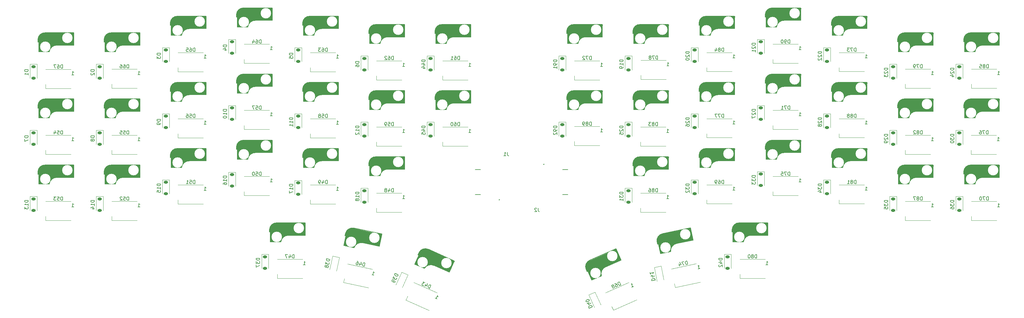
<source format=gbo>
%TF.GenerationSoftware,KiCad,Pcbnew,9.0.0*%
%TF.CreationDate,2025-03-23T14:50:22-06:00*%
%TF.ProjectId,travyboard,74726176-7962-46f6-9172-642e6b696361,rev?*%
%TF.SameCoordinates,Original*%
%TF.FileFunction,Legend,Bot*%
%TF.FilePolarity,Positive*%
%FSLAX46Y46*%
G04 Gerber Fmt 4.6, Leading zero omitted, Abs format (unit mm)*
G04 Created by KiCad (PCBNEW 9.0.0) date 2025-03-23 14:50:22*
%MOMM*%
%LPD*%
G01*
G04 APERTURE LIST*
G04 Aperture macros list*
%AMRoundRect*
0 Rectangle with rounded corners*
0 $1 Rounding radius*
0 $2 $3 $4 $5 $6 $7 $8 $9 X,Y pos of 4 corners*
0 Add a 4 corners polygon primitive as box body*
4,1,4,$2,$3,$4,$5,$6,$7,$8,$9,$2,$3,0*
0 Add four circle primitives for the rounded corners*
1,1,$1+$1,$2,$3*
1,1,$1+$1,$4,$5*
1,1,$1+$1,$6,$7*
1,1,$1+$1,$8,$9*
0 Add four rect primitives between the rounded corners*
20,1,$1+$1,$2,$3,$4,$5,0*
20,1,$1+$1,$4,$5,$6,$7,0*
20,1,$1+$1,$6,$7,$8,$9,0*
20,1,$1+$1,$8,$9,$2,$3,0*%
%AMRotRect*
0 Rectangle, with rotation*
0 The origin of the aperture is its center*
0 $1 length*
0 $2 width*
0 $3 Rotation angle, in degrees counterclockwise*
0 Add horizontal line*
21,1,$1,$2,0,0,$3*%
G04 Aperture macros list end*
%ADD10C,0.150000*%
%ADD11C,0.300000*%
%ADD12C,0.500000*%
%ADD13C,0.800000*%
%ADD14C,3.000000*%
%ADD15C,3.500000*%
%ADD16C,1.000000*%
%ADD17C,0.400000*%
%ADD18C,0.120000*%
%ADD19C,0.127000*%
%ADD20C,0.200000*%
%ADD21C,1.900000*%
%ADD22C,3.000000*%
%ADD23C,4.100000*%
%ADD24R,2.550000X2.500000*%
%ADD25RotRect,2.550000X2.500000X203.880000*%
%ADD26RotRect,2.550000X2.500000X191.940000*%
%ADD27RotRect,2.550000X2.500000X156.121000*%
%ADD28RotRect,2.550000X2.500000X168.061000*%
%ADD29C,0.500000*%
%ADD30O,1.200000X2.000000*%
%ADD31O,2.000000X1.200000*%
%ADD32RoundRect,0.225000X-0.375000X0.225000X-0.375000X-0.225000X0.375000X-0.225000X0.375000X0.225000X0*%
%ADD33RoundRect,0.225000X-0.413436X0.142549X-0.320337X-0.297715X0.413436X-0.142549X0.320337X0.297715X0*%
%ADD34R,1.500000X0.900000*%
%ADD35O,2.300000X1.150000*%
%ADD36R,1.700000X1.000000*%
%ADD37RoundRect,0.225000X-0.251813X0.357547X-0.433983X-0.053931X0.251813X-0.357547X0.433983X0.053931X0*%
%ADD38RotRect,1.500000X0.900000X156.120000*%
%ADD39RoundRect,0.225000X-0.320337X0.297715X-0.413436X-0.142549X0.320337X-0.297715X0.413436X0.142549X0*%
%ADD40RotRect,1.500000X0.900000X203.880000*%
%ADD41RotRect,1.500000X0.900000X191.940000*%
%ADD42RotRect,1.500000X0.900000X168.060000*%
%ADD43RoundRect,0.225000X-0.433983X0.053931X-0.251813X-0.357547X0.433983X-0.053931X0.251813X0.357547X0*%
G04 APERTURE END LIST*
D10*
X224315635Y-53592047D02*
X223315635Y-53592047D01*
X223315635Y-53592047D02*
X223315635Y-53830142D01*
X223315635Y-53830142D02*
X223363254Y-53972999D01*
X223363254Y-53972999D02*
X223458492Y-54068237D01*
X223458492Y-54068237D02*
X223553730Y-54115856D01*
X223553730Y-54115856D02*
X223744206Y-54163475D01*
X223744206Y-54163475D02*
X223887063Y-54163475D01*
X223887063Y-54163475D02*
X224077539Y-54115856D01*
X224077539Y-54115856D02*
X224172777Y-54068237D01*
X224172777Y-54068237D02*
X224268016Y-53972999D01*
X224268016Y-53972999D02*
X224315635Y-53830142D01*
X224315635Y-53830142D02*
X224315635Y-53592047D01*
X223410873Y-54544428D02*
X223363254Y-54592047D01*
X223363254Y-54592047D02*
X223315635Y-54687285D01*
X223315635Y-54687285D02*
X223315635Y-54925380D01*
X223315635Y-54925380D02*
X223363254Y-55020618D01*
X223363254Y-55020618D02*
X223410873Y-55068237D01*
X223410873Y-55068237D02*
X223506111Y-55115856D01*
X223506111Y-55115856D02*
X223601349Y-55115856D01*
X223601349Y-55115856D02*
X223744206Y-55068237D01*
X223744206Y-55068237D02*
X224315635Y-54496809D01*
X224315635Y-54496809D02*
X224315635Y-55115856D01*
X223315635Y-55972999D02*
X223315635Y-55782523D01*
X223315635Y-55782523D02*
X223363254Y-55687285D01*
X223363254Y-55687285D02*
X223410873Y-55639666D01*
X223410873Y-55639666D02*
X223553730Y-55544428D01*
X223553730Y-55544428D02*
X223744206Y-55496809D01*
X223744206Y-55496809D02*
X224125158Y-55496809D01*
X224125158Y-55496809D02*
X224220396Y-55544428D01*
X224220396Y-55544428D02*
X224268016Y-55592047D01*
X224268016Y-55592047D02*
X224315635Y-55687285D01*
X224315635Y-55687285D02*
X224315635Y-55877761D01*
X224315635Y-55877761D02*
X224268016Y-55972999D01*
X224268016Y-55972999D02*
X224220396Y-56020618D01*
X224220396Y-56020618D02*
X224125158Y-56068237D01*
X224125158Y-56068237D02*
X223887063Y-56068237D01*
X223887063Y-56068237D02*
X223791825Y-56020618D01*
X223791825Y-56020618D02*
X223744206Y-55972999D01*
X223744206Y-55972999D02*
X223696587Y-55877761D01*
X223696587Y-55877761D02*
X223696587Y-55687285D01*
X223696587Y-55687285D02*
X223744206Y-55592047D01*
X223744206Y-55592047D02*
X223791825Y-55544428D01*
X223791825Y-55544428D02*
X223887063Y-55496809D01*
X213550844Y-100552800D02*
X214529209Y-100345913D01*
X214529209Y-100345913D02*
X214479950Y-100112969D01*
X214479950Y-100112969D02*
X214403806Y-99983054D01*
X214403806Y-99983054D02*
X214290924Y-99909580D01*
X214290924Y-99909580D02*
X214187895Y-99882695D01*
X214187895Y-99882695D02*
X213991688Y-99875513D01*
X213991688Y-99875513D02*
X213851922Y-99905069D01*
X213851922Y-99905069D02*
X213675418Y-99991065D01*
X213675418Y-99991065D02*
X213592092Y-100057357D01*
X213592092Y-100057357D02*
X213518618Y-100170238D01*
X213518618Y-100170238D02*
X213501585Y-100319856D01*
X213501585Y-100319856D02*
X213550844Y-100552800D01*
X213907534Y-99017211D02*
X213255291Y-99155136D01*
X214329503Y-99171341D02*
X213679930Y-99552062D01*
X213679930Y-99552062D02*
X213551857Y-98946407D01*
X213038552Y-98130183D02*
X213156773Y-98689248D01*
X213097662Y-98409715D02*
X214076027Y-98202828D01*
X214076027Y-98202828D02*
X213955964Y-98325561D01*
X213955964Y-98325561D02*
X213882490Y-98438442D01*
X213882490Y-98438442D02*
X213855605Y-98541472D01*
X234218857Y-34497075D02*
X234218857Y-33497075D01*
X234218857Y-33497075D02*
X233980762Y-33497075D01*
X233980762Y-33497075D02*
X233837905Y-33544694D01*
X233837905Y-33544694D02*
X233742667Y-33639932D01*
X233742667Y-33639932D02*
X233695048Y-33735170D01*
X233695048Y-33735170D02*
X233647429Y-33925646D01*
X233647429Y-33925646D02*
X233647429Y-34068503D01*
X233647429Y-34068503D02*
X233695048Y-34258979D01*
X233695048Y-34258979D02*
X233742667Y-34354217D01*
X233742667Y-34354217D02*
X233837905Y-34449456D01*
X233837905Y-34449456D02*
X233980762Y-34497075D01*
X233980762Y-34497075D02*
X234218857Y-34497075D01*
X233076000Y-33925646D02*
X233171238Y-33878027D01*
X233171238Y-33878027D02*
X233218857Y-33830408D01*
X233218857Y-33830408D02*
X233266476Y-33735170D01*
X233266476Y-33735170D02*
X233266476Y-33687551D01*
X233266476Y-33687551D02*
X233218857Y-33592313D01*
X233218857Y-33592313D02*
X233171238Y-33544694D01*
X233171238Y-33544694D02*
X233076000Y-33497075D01*
X233076000Y-33497075D02*
X232885524Y-33497075D01*
X232885524Y-33497075D02*
X232790286Y-33544694D01*
X232790286Y-33544694D02*
X232742667Y-33592313D01*
X232742667Y-33592313D02*
X232695048Y-33687551D01*
X232695048Y-33687551D02*
X232695048Y-33735170D01*
X232695048Y-33735170D02*
X232742667Y-33830408D01*
X232742667Y-33830408D02*
X232790286Y-33878027D01*
X232790286Y-33878027D02*
X232885524Y-33925646D01*
X232885524Y-33925646D02*
X233076000Y-33925646D01*
X233076000Y-33925646D02*
X233171238Y-33973265D01*
X233171238Y-33973265D02*
X233218857Y-34020884D01*
X233218857Y-34020884D02*
X233266476Y-34116122D01*
X233266476Y-34116122D02*
X233266476Y-34306598D01*
X233266476Y-34306598D02*
X233218857Y-34401836D01*
X233218857Y-34401836D02*
X233171238Y-34449456D01*
X233171238Y-34449456D02*
X233076000Y-34497075D01*
X233076000Y-34497075D02*
X232885524Y-34497075D01*
X232885524Y-34497075D02*
X232790286Y-34449456D01*
X232790286Y-34449456D02*
X232742667Y-34401836D01*
X232742667Y-34401836D02*
X232695048Y-34306598D01*
X232695048Y-34306598D02*
X232695048Y-34116122D01*
X232695048Y-34116122D02*
X232742667Y-34020884D01*
X232742667Y-34020884D02*
X232790286Y-33973265D01*
X232790286Y-33973265D02*
X232885524Y-33925646D01*
X231837905Y-33830408D02*
X231837905Y-34497075D01*
X232076000Y-33449456D02*
X232314095Y-34163741D01*
X232314095Y-34163741D02*
X231695048Y-34163741D01*
X236868857Y-36397075D02*
X237440285Y-36397075D01*
X237154571Y-36397075D02*
X237154571Y-35397075D01*
X237154571Y-35397075D02*
X237249809Y-35539932D01*
X237249809Y-35539932D02*
X237345047Y-35635170D01*
X237345047Y-35635170D02*
X237440285Y-35682789D01*
X91138658Y-51214054D02*
X90138658Y-51214054D01*
X90138658Y-51214054D02*
X90138658Y-51452149D01*
X90138658Y-51452149D02*
X90186277Y-51595006D01*
X90186277Y-51595006D02*
X90281515Y-51690244D01*
X90281515Y-51690244D02*
X90376753Y-51737863D01*
X90376753Y-51737863D02*
X90567229Y-51785482D01*
X90567229Y-51785482D02*
X90710086Y-51785482D01*
X90710086Y-51785482D02*
X90900562Y-51737863D01*
X90900562Y-51737863D02*
X90995800Y-51690244D01*
X90995800Y-51690244D02*
X91091039Y-51595006D01*
X91091039Y-51595006D02*
X91138658Y-51452149D01*
X91138658Y-51452149D02*
X91138658Y-51214054D01*
X91138658Y-52737863D02*
X91138658Y-52166435D01*
X91138658Y-52452149D02*
X90138658Y-52452149D01*
X90138658Y-52452149D02*
X90281515Y-52356911D01*
X90281515Y-52356911D02*
X90376753Y-52261673D01*
X90376753Y-52261673D02*
X90424372Y-52166435D01*
X90138658Y-53356911D02*
X90138658Y-53452149D01*
X90138658Y-53452149D02*
X90186277Y-53547387D01*
X90186277Y-53547387D02*
X90233896Y-53595006D01*
X90233896Y-53595006D02*
X90329134Y-53642625D01*
X90329134Y-53642625D02*
X90519610Y-53690244D01*
X90519610Y-53690244D02*
X90757705Y-53690244D01*
X90757705Y-53690244D02*
X90948181Y-53642625D01*
X90948181Y-53642625D02*
X91043419Y-53595006D01*
X91043419Y-53595006D02*
X91091039Y-53547387D01*
X91091039Y-53547387D02*
X91138658Y-53452149D01*
X91138658Y-53452149D02*
X91138658Y-53356911D01*
X91138658Y-53356911D02*
X91091039Y-53261673D01*
X91091039Y-53261673D02*
X91043419Y-53214054D01*
X91043419Y-53214054D02*
X90948181Y-53166435D01*
X90948181Y-53166435D02*
X90757705Y-53118816D01*
X90757705Y-53118816D02*
X90519610Y-53118816D01*
X90519610Y-53118816D02*
X90329134Y-53166435D01*
X90329134Y-53166435D02*
X90233896Y-53214054D01*
X90233896Y-53214054D02*
X90186277Y-53261673D01*
X90186277Y-53261673D02*
X90138658Y-53356911D01*
X310418921Y-39259579D02*
X310418921Y-38259579D01*
X310418921Y-38259579D02*
X310180826Y-38259579D01*
X310180826Y-38259579D02*
X310037969Y-38307198D01*
X310037969Y-38307198D02*
X309942731Y-38402436D01*
X309942731Y-38402436D02*
X309895112Y-38497674D01*
X309895112Y-38497674D02*
X309847493Y-38688150D01*
X309847493Y-38688150D02*
X309847493Y-38831007D01*
X309847493Y-38831007D02*
X309895112Y-39021483D01*
X309895112Y-39021483D02*
X309942731Y-39116721D01*
X309942731Y-39116721D02*
X310037969Y-39211960D01*
X310037969Y-39211960D02*
X310180826Y-39259579D01*
X310180826Y-39259579D02*
X310418921Y-39259579D01*
X309276064Y-38688150D02*
X309371302Y-38640531D01*
X309371302Y-38640531D02*
X309418921Y-38592912D01*
X309418921Y-38592912D02*
X309466540Y-38497674D01*
X309466540Y-38497674D02*
X309466540Y-38450055D01*
X309466540Y-38450055D02*
X309418921Y-38354817D01*
X309418921Y-38354817D02*
X309371302Y-38307198D01*
X309371302Y-38307198D02*
X309276064Y-38259579D01*
X309276064Y-38259579D02*
X309085588Y-38259579D01*
X309085588Y-38259579D02*
X308990350Y-38307198D01*
X308990350Y-38307198D02*
X308942731Y-38354817D01*
X308942731Y-38354817D02*
X308895112Y-38450055D01*
X308895112Y-38450055D02*
X308895112Y-38497674D01*
X308895112Y-38497674D02*
X308942731Y-38592912D01*
X308942731Y-38592912D02*
X308990350Y-38640531D01*
X308990350Y-38640531D02*
X309085588Y-38688150D01*
X309085588Y-38688150D02*
X309276064Y-38688150D01*
X309276064Y-38688150D02*
X309371302Y-38735769D01*
X309371302Y-38735769D02*
X309418921Y-38783388D01*
X309418921Y-38783388D02*
X309466540Y-38878626D01*
X309466540Y-38878626D02*
X309466540Y-39069102D01*
X309466540Y-39069102D02*
X309418921Y-39164340D01*
X309418921Y-39164340D02*
X309371302Y-39211960D01*
X309371302Y-39211960D02*
X309276064Y-39259579D01*
X309276064Y-39259579D02*
X309085588Y-39259579D01*
X309085588Y-39259579D02*
X308990350Y-39211960D01*
X308990350Y-39211960D02*
X308942731Y-39164340D01*
X308942731Y-39164340D02*
X308895112Y-39069102D01*
X308895112Y-39069102D02*
X308895112Y-38878626D01*
X308895112Y-38878626D02*
X308942731Y-38783388D01*
X308942731Y-38783388D02*
X308990350Y-38735769D01*
X308990350Y-38735769D02*
X309085588Y-38688150D01*
X307990350Y-38259579D02*
X308466540Y-38259579D01*
X308466540Y-38259579D02*
X308514159Y-38735769D01*
X308514159Y-38735769D02*
X308466540Y-38688150D01*
X308466540Y-38688150D02*
X308371302Y-38640531D01*
X308371302Y-38640531D02*
X308133207Y-38640531D01*
X308133207Y-38640531D02*
X308037969Y-38688150D01*
X308037969Y-38688150D02*
X307990350Y-38735769D01*
X307990350Y-38735769D02*
X307942731Y-38831007D01*
X307942731Y-38831007D02*
X307942731Y-39069102D01*
X307942731Y-39069102D02*
X307990350Y-39164340D01*
X307990350Y-39164340D02*
X308037969Y-39211960D01*
X308037969Y-39211960D02*
X308133207Y-39259579D01*
X308133207Y-39259579D02*
X308371302Y-39259579D01*
X308371302Y-39259579D02*
X308466540Y-39211960D01*
X308466540Y-39211960D02*
X308514159Y-39164340D01*
X313068921Y-41159579D02*
X313640349Y-41159579D01*
X313354635Y-41159579D02*
X313354635Y-40159579D01*
X313354635Y-40159579D02*
X313449873Y-40302436D01*
X313449873Y-40302436D02*
X313545111Y-40397674D01*
X313545111Y-40397674D02*
X313640349Y-40445293D01*
X171947067Y-63516642D02*
X171947067Y-64230927D01*
X171947067Y-64230927D02*
X171994686Y-64373784D01*
X171994686Y-64373784D02*
X172089924Y-64469023D01*
X172089924Y-64469023D02*
X172232781Y-64516642D01*
X172232781Y-64516642D02*
X172328019Y-64516642D01*
X170947067Y-64516642D02*
X171518495Y-64516642D01*
X171232781Y-64516642D02*
X171232781Y-63516642D01*
X171232781Y-63516642D02*
X171328019Y-63659499D01*
X171328019Y-63659499D02*
X171423257Y-63754737D01*
X171423257Y-63754737D02*
X171518495Y-63802356D01*
X140552780Y-98863845D02*
X139638385Y-98459023D01*
X139638385Y-98459023D02*
X139541998Y-98676736D01*
X139541998Y-98676736D02*
X139527709Y-98826641D01*
X139527709Y-98826641D02*
X139576240Y-98952281D01*
X139576240Y-98952281D02*
X139644048Y-99034378D01*
X139644048Y-99034378D02*
X139798941Y-99155030D01*
X139798941Y-99155030D02*
X139929569Y-99212862D01*
X139929569Y-99212862D02*
X140123017Y-99246428D01*
X140123017Y-99246428D02*
X140229380Y-99241440D01*
X140229380Y-99241440D02*
X140355019Y-99192909D01*
X140355019Y-99192909D02*
X140456394Y-99081558D01*
X140456394Y-99081558D02*
X140552780Y-98863845D01*
X139272117Y-99286333D02*
X139021512Y-99852387D01*
X139021512Y-99852387D02*
X139504794Y-99701807D01*
X139504794Y-99701807D02*
X139446963Y-99832435D01*
X139446963Y-99832435D02*
X139451951Y-99938797D01*
X139451951Y-99938797D02*
X139476216Y-100001617D01*
X139476216Y-100001617D02*
X139544024Y-100083714D01*
X139544024Y-100083714D02*
X139761737Y-100180100D01*
X139761737Y-100180100D02*
X139868100Y-100175112D01*
X139868100Y-100175112D02*
X139930920Y-100150847D01*
X139930920Y-100150847D02*
X140013017Y-100083039D01*
X140013017Y-100083039D02*
X140128680Y-99821783D01*
X140128680Y-99821783D02*
X140123692Y-99715421D01*
X140123692Y-99715421D02*
X140099427Y-99652601D01*
X139743135Y-100692636D02*
X139666026Y-100866806D01*
X139666026Y-100866806D02*
X139583929Y-100934614D01*
X139583929Y-100934614D02*
X139521109Y-100958880D01*
X139521109Y-100958880D02*
X139351927Y-100988133D01*
X139351927Y-100988133D02*
X139158479Y-100954567D01*
X139158479Y-100954567D02*
X138810138Y-100800349D01*
X138810138Y-100800349D02*
X138742330Y-100718252D01*
X138742330Y-100718252D02*
X138718064Y-100655432D01*
X138718064Y-100655432D02*
X138713076Y-100549069D01*
X138713076Y-100549069D02*
X138790185Y-100374899D01*
X138790185Y-100374899D02*
X138872282Y-100307091D01*
X138872282Y-100307091D02*
X138935102Y-100282825D01*
X138935102Y-100282825D02*
X139041465Y-100277837D01*
X139041465Y-100277837D02*
X139259178Y-100374224D01*
X139259178Y-100374224D02*
X139326986Y-100456321D01*
X139326986Y-100456321D02*
X139351251Y-100519141D01*
X139351251Y-100519141D02*
X139356240Y-100625503D01*
X139356240Y-100625503D02*
X139279131Y-100799674D01*
X139279131Y-100799674D02*
X139197033Y-100867482D01*
X139197033Y-100867482D02*
X139134213Y-100891747D01*
X139134213Y-100891747D02*
X139027851Y-100896735D01*
X243365651Y-70260811D02*
X242365651Y-70260811D01*
X242365651Y-70260811D02*
X242365651Y-70498906D01*
X242365651Y-70498906D02*
X242413270Y-70641763D01*
X242413270Y-70641763D02*
X242508508Y-70737001D01*
X242508508Y-70737001D02*
X242603746Y-70784620D01*
X242603746Y-70784620D02*
X242794222Y-70832239D01*
X242794222Y-70832239D02*
X242937079Y-70832239D01*
X242937079Y-70832239D02*
X243127555Y-70784620D01*
X243127555Y-70784620D02*
X243222793Y-70737001D01*
X243222793Y-70737001D02*
X243318032Y-70641763D01*
X243318032Y-70641763D02*
X243365651Y-70498906D01*
X243365651Y-70498906D02*
X243365651Y-70260811D01*
X242365651Y-71165573D02*
X242365651Y-71784620D01*
X242365651Y-71784620D02*
X242746603Y-71451287D01*
X242746603Y-71451287D02*
X242746603Y-71594144D01*
X242746603Y-71594144D02*
X242794222Y-71689382D01*
X242794222Y-71689382D02*
X242841841Y-71737001D01*
X242841841Y-71737001D02*
X242937079Y-71784620D01*
X242937079Y-71784620D02*
X243175174Y-71784620D01*
X243175174Y-71784620D02*
X243270412Y-71737001D01*
X243270412Y-71737001D02*
X243318032Y-71689382D01*
X243318032Y-71689382D02*
X243365651Y-71594144D01*
X243365651Y-71594144D02*
X243365651Y-71308430D01*
X243365651Y-71308430D02*
X243318032Y-71213192D01*
X243318032Y-71213192D02*
X243270412Y-71165573D01*
X242365651Y-72117954D02*
X242365651Y-72737001D01*
X242365651Y-72737001D02*
X242746603Y-72403668D01*
X242746603Y-72403668D02*
X242746603Y-72546525D01*
X242746603Y-72546525D02*
X242794222Y-72641763D01*
X242794222Y-72641763D02*
X242841841Y-72689382D01*
X242841841Y-72689382D02*
X242937079Y-72737001D01*
X242937079Y-72737001D02*
X243175174Y-72737001D01*
X243175174Y-72737001D02*
X243270412Y-72689382D01*
X243270412Y-72689382D02*
X243318032Y-72641763D01*
X243318032Y-72641763D02*
X243365651Y-72546525D01*
X243365651Y-72546525D02*
X243365651Y-72260811D01*
X243365651Y-72260811D02*
X243318032Y-72165573D01*
X243318032Y-72165573D02*
X243270412Y-72117954D01*
X310350173Y-58309595D02*
X310350173Y-57309595D01*
X310350173Y-57309595D02*
X310112078Y-57309595D01*
X310112078Y-57309595D02*
X309969221Y-57357214D01*
X309969221Y-57357214D02*
X309873983Y-57452452D01*
X309873983Y-57452452D02*
X309826364Y-57547690D01*
X309826364Y-57547690D02*
X309778745Y-57738166D01*
X309778745Y-57738166D02*
X309778745Y-57881023D01*
X309778745Y-57881023D02*
X309826364Y-58071499D01*
X309826364Y-58071499D02*
X309873983Y-58166737D01*
X309873983Y-58166737D02*
X309969221Y-58261976D01*
X309969221Y-58261976D02*
X310112078Y-58309595D01*
X310112078Y-58309595D02*
X310350173Y-58309595D01*
X309445411Y-57309595D02*
X308778745Y-57309595D01*
X308778745Y-57309595D02*
X309207316Y-58309595D01*
X307969221Y-57309595D02*
X308159697Y-57309595D01*
X308159697Y-57309595D02*
X308254935Y-57357214D01*
X308254935Y-57357214D02*
X308302554Y-57404833D01*
X308302554Y-57404833D02*
X308397792Y-57547690D01*
X308397792Y-57547690D02*
X308445411Y-57738166D01*
X308445411Y-57738166D02*
X308445411Y-58119118D01*
X308445411Y-58119118D02*
X308397792Y-58214356D01*
X308397792Y-58214356D02*
X308350173Y-58261976D01*
X308350173Y-58261976D02*
X308254935Y-58309595D01*
X308254935Y-58309595D02*
X308064459Y-58309595D01*
X308064459Y-58309595D02*
X307969221Y-58261976D01*
X307969221Y-58261976D02*
X307921602Y-58214356D01*
X307921602Y-58214356D02*
X307873983Y-58119118D01*
X307873983Y-58119118D02*
X307873983Y-57881023D01*
X307873983Y-57881023D02*
X307921602Y-57785785D01*
X307921602Y-57785785D02*
X307969221Y-57738166D01*
X307969221Y-57738166D02*
X308064459Y-57690547D01*
X308064459Y-57690547D02*
X308254935Y-57690547D01*
X308254935Y-57690547D02*
X308350173Y-57738166D01*
X308350173Y-57738166D02*
X308397792Y-57785785D01*
X308397792Y-57785785D02*
X308445411Y-57881023D01*
X313000173Y-60209595D02*
X313571601Y-60209595D01*
X313285887Y-60209595D02*
X313285887Y-59209595D01*
X313285887Y-59209595D02*
X313381125Y-59352452D01*
X313381125Y-59352452D02*
X313476363Y-59447690D01*
X313476363Y-59447690D02*
X313571601Y-59495309D01*
X243365651Y-51210795D02*
X242365651Y-51210795D01*
X242365651Y-51210795D02*
X242365651Y-51448890D01*
X242365651Y-51448890D02*
X242413270Y-51591747D01*
X242413270Y-51591747D02*
X242508508Y-51686985D01*
X242508508Y-51686985D02*
X242603746Y-51734604D01*
X242603746Y-51734604D02*
X242794222Y-51782223D01*
X242794222Y-51782223D02*
X242937079Y-51782223D01*
X242937079Y-51782223D02*
X243127555Y-51734604D01*
X243127555Y-51734604D02*
X243222793Y-51686985D01*
X243222793Y-51686985D02*
X243318032Y-51591747D01*
X243318032Y-51591747D02*
X243365651Y-51448890D01*
X243365651Y-51448890D02*
X243365651Y-51210795D01*
X242460889Y-52163176D02*
X242413270Y-52210795D01*
X242413270Y-52210795D02*
X242365651Y-52306033D01*
X242365651Y-52306033D02*
X242365651Y-52544128D01*
X242365651Y-52544128D02*
X242413270Y-52639366D01*
X242413270Y-52639366D02*
X242460889Y-52686985D01*
X242460889Y-52686985D02*
X242556127Y-52734604D01*
X242556127Y-52734604D02*
X242651365Y-52734604D01*
X242651365Y-52734604D02*
X242794222Y-52686985D01*
X242794222Y-52686985D02*
X243365651Y-52115557D01*
X243365651Y-52115557D02*
X243365651Y-52734604D01*
X242365651Y-53067938D02*
X242365651Y-53734604D01*
X242365651Y-53734604D02*
X243365651Y-53306033D01*
X62941848Y-58312854D02*
X62941848Y-57312854D01*
X62941848Y-57312854D02*
X62703753Y-57312854D01*
X62703753Y-57312854D02*
X62560896Y-57360473D01*
X62560896Y-57360473D02*
X62465658Y-57455711D01*
X62465658Y-57455711D02*
X62418039Y-57550949D01*
X62418039Y-57550949D02*
X62370420Y-57741425D01*
X62370420Y-57741425D02*
X62370420Y-57884282D01*
X62370420Y-57884282D02*
X62418039Y-58074758D01*
X62418039Y-58074758D02*
X62465658Y-58169996D01*
X62465658Y-58169996D02*
X62560896Y-58265235D01*
X62560896Y-58265235D02*
X62703753Y-58312854D01*
X62703753Y-58312854D02*
X62941848Y-58312854D01*
X61465658Y-57312854D02*
X61941848Y-57312854D01*
X61941848Y-57312854D02*
X61989467Y-57789044D01*
X61989467Y-57789044D02*
X61941848Y-57741425D01*
X61941848Y-57741425D02*
X61846610Y-57693806D01*
X61846610Y-57693806D02*
X61608515Y-57693806D01*
X61608515Y-57693806D02*
X61513277Y-57741425D01*
X61513277Y-57741425D02*
X61465658Y-57789044D01*
X61465658Y-57789044D02*
X61418039Y-57884282D01*
X61418039Y-57884282D02*
X61418039Y-58122377D01*
X61418039Y-58122377D02*
X61465658Y-58217615D01*
X61465658Y-58217615D02*
X61513277Y-58265235D01*
X61513277Y-58265235D02*
X61608515Y-58312854D01*
X61608515Y-58312854D02*
X61846610Y-58312854D01*
X61846610Y-58312854D02*
X61941848Y-58265235D01*
X61941848Y-58265235D02*
X61989467Y-58217615D01*
X60513277Y-57312854D02*
X60989467Y-57312854D01*
X60989467Y-57312854D02*
X61037086Y-57789044D01*
X61037086Y-57789044D02*
X60989467Y-57741425D01*
X60989467Y-57741425D02*
X60894229Y-57693806D01*
X60894229Y-57693806D02*
X60656134Y-57693806D01*
X60656134Y-57693806D02*
X60560896Y-57741425D01*
X60560896Y-57741425D02*
X60513277Y-57789044D01*
X60513277Y-57789044D02*
X60465658Y-57884282D01*
X60465658Y-57884282D02*
X60465658Y-58122377D01*
X60465658Y-58122377D02*
X60513277Y-58217615D01*
X60513277Y-58217615D02*
X60560896Y-58265235D01*
X60560896Y-58265235D02*
X60656134Y-58312854D01*
X60656134Y-58312854D02*
X60894229Y-58312854D01*
X60894229Y-58312854D02*
X60989467Y-58265235D01*
X60989467Y-58265235D02*
X61037086Y-58217615D01*
X65591848Y-60212854D02*
X66163276Y-60212854D01*
X65877562Y-60212854D02*
X65877562Y-59212854D01*
X65877562Y-59212854D02*
X65972800Y-59355711D01*
X65972800Y-59355711D02*
X66068038Y-59450949D01*
X66068038Y-59450949D02*
X66163276Y-59498568D01*
X100663666Y-94076590D02*
X99663666Y-94076590D01*
X99663666Y-94076590D02*
X99663666Y-94314685D01*
X99663666Y-94314685D02*
X99711285Y-94457542D01*
X99711285Y-94457542D02*
X99806523Y-94552780D01*
X99806523Y-94552780D02*
X99901761Y-94600399D01*
X99901761Y-94600399D02*
X100092237Y-94648018D01*
X100092237Y-94648018D02*
X100235094Y-94648018D01*
X100235094Y-94648018D02*
X100425570Y-94600399D01*
X100425570Y-94600399D02*
X100520808Y-94552780D01*
X100520808Y-94552780D02*
X100616047Y-94457542D01*
X100616047Y-94457542D02*
X100663666Y-94314685D01*
X100663666Y-94314685D02*
X100663666Y-94076590D01*
X99663666Y-94981352D02*
X99663666Y-95600399D01*
X99663666Y-95600399D02*
X100044618Y-95267066D01*
X100044618Y-95267066D02*
X100044618Y-95409923D01*
X100044618Y-95409923D02*
X100092237Y-95505161D01*
X100092237Y-95505161D02*
X100139856Y-95552780D01*
X100139856Y-95552780D02*
X100235094Y-95600399D01*
X100235094Y-95600399D02*
X100473189Y-95600399D01*
X100473189Y-95600399D02*
X100568427Y-95552780D01*
X100568427Y-95552780D02*
X100616047Y-95505161D01*
X100616047Y-95505161D02*
X100663666Y-95409923D01*
X100663666Y-95409923D02*
X100663666Y-95124209D01*
X100663666Y-95124209D02*
X100616047Y-95028971D01*
X100616047Y-95028971D02*
X100568427Y-94981352D01*
X99663666Y-95933733D02*
X99663666Y-96600399D01*
X99663666Y-96600399D02*
X100663666Y-96171828D01*
X53038626Y-39783985D02*
X52038626Y-39783985D01*
X52038626Y-39783985D02*
X52038626Y-40022080D01*
X52038626Y-40022080D02*
X52086245Y-40164937D01*
X52086245Y-40164937D02*
X52181483Y-40260175D01*
X52181483Y-40260175D02*
X52276721Y-40307794D01*
X52276721Y-40307794D02*
X52467197Y-40355413D01*
X52467197Y-40355413D02*
X52610054Y-40355413D01*
X52610054Y-40355413D02*
X52800530Y-40307794D01*
X52800530Y-40307794D02*
X52895768Y-40260175D01*
X52895768Y-40260175D02*
X52991007Y-40164937D01*
X52991007Y-40164937D02*
X53038626Y-40022080D01*
X53038626Y-40022080D02*
X53038626Y-39783985D01*
X52133864Y-40736366D02*
X52086245Y-40783985D01*
X52086245Y-40783985D02*
X52038626Y-40879223D01*
X52038626Y-40879223D02*
X52038626Y-41117318D01*
X52038626Y-41117318D02*
X52086245Y-41212556D01*
X52086245Y-41212556D02*
X52133864Y-41260175D01*
X52133864Y-41260175D02*
X52229102Y-41307794D01*
X52229102Y-41307794D02*
X52324340Y-41307794D01*
X52324340Y-41307794D02*
X52467197Y-41260175D01*
X52467197Y-41260175D02*
X53038626Y-40688747D01*
X53038626Y-40688747D02*
X53038626Y-41307794D01*
X272318889Y-34497075D02*
X272318889Y-33497075D01*
X272318889Y-33497075D02*
X272080794Y-33497075D01*
X272080794Y-33497075D02*
X271937937Y-33544694D01*
X271937937Y-33544694D02*
X271842699Y-33639932D01*
X271842699Y-33639932D02*
X271795080Y-33735170D01*
X271795080Y-33735170D02*
X271747461Y-33925646D01*
X271747461Y-33925646D02*
X271747461Y-34068503D01*
X271747461Y-34068503D02*
X271795080Y-34258979D01*
X271795080Y-34258979D02*
X271842699Y-34354217D01*
X271842699Y-34354217D02*
X271937937Y-34449456D01*
X271937937Y-34449456D02*
X272080794Y-34497075D01*
X272080794Y-34497075D02*
X272318889Y-34497075D01*
X271414127Y-33497075D02*
X270747461Y-33497075D01*
X270747461Y-33497075D02*
X271176032Y-34497075D01*
X270461746Y-33497075D02*
X269842699Y-33497075D01*
X269842699Y-33497075D02*
X270176032Y-33878027D01*
X270176032Y-33878027D02*
X270033175Y-33878027D01*
X270033175Y-33878027D02*
X269937937Y-33925646D01*
X269937937Y-33925646D02*
X269890318Y-33973265D01*
X269890318Y-33973265D02*
X269842699Y-34068503D01*
X269842699Y-34068503D02*
X269842699Y-34306598D01*
X269842699Y-34306598D02*
X269890318Y-34401836D01*
X269890318Y-34401836D02*
X269937937Y-34449456D01*
X269937937Y-34449456D02*
X270033175Y-34497075D01*
X270033175Y-34497075D02*
X270318889Y-34497075D01*
X270318889Y-34497075D02*
X270414127Y-34449456D01*
X270414127Y-34449456D02*
X270461746Y-34401836D01*
X274968889Y-36397075D02*
X275540317Y-36397075D01*
X275254603Y-36397075D02*
X275254603Y-35397075D01*
X275254603Y-35397075D02*
X275349841Y-35539932D01*
X275349841Y-35539932D02*
X275445079Y-35635170D01*
X275445079Y-35635170D02*
X275540317Y-35682789D01*
X205265619Y-75023315D02*
X204265619Y-75023315D01*
X204265619Y-75023315D02*
X204265619Y-75261410D01*
X204265619Y-75261410D02*
X204313238Y-75404267D01*
X204313238Y-75404267D02*
X204408476Y-75499505D01*
X204408476Y-75499505D02*
X204503714Y-75547124D01*
X204503714Y-75547124D02*
X204694190Y-75594743D01*
X204694190Y-75594743D02*
X204837047Y-75594743D01*
X204837047Y-75594743D02*
X205027523Y-75547124D01*
X205027523Y-75547124D02*
X205122761Y-75499505D01*
X205122761Y-75499505D02*
X205218000Y-75404267D01*
X205218000Y-75404267D02*
X205265619Y-75261410D01*
X205265619Y-75261410D02*
X205265619Y-75023315D01*
X204265619Y-75928077D02*
X204265619Y-76547124D01*
X204265619Y-76547124D02*
X204646571Y-76213791D01*
X204646571Y-76213791D02*
X204646571Y-76356648D01*
X204646571Y-76356648D02*
X204694190Y-76451886D01*
X204694190Y-76451886D02*
X204741809Y-76499505D01*
X204741809Y-76499505D02*
X204837047Y-76547124D01*
X204837047Y-76547124D02*
X205075142Y-76547124D01*
X205075142Y-76547124D02*
X205170380Y-76499505D01*
X205170380Y-76499505D02*
X205218000Y-76451886D01*
X205218000Y-76451886D02*
X205265619Y-76356648D01*
X205265619Y-76356648D02*
X205265619Y-76070934D01*
X205265619Y-76070934D02*
X205218000Y-75975696D01*
X205218000Y-75975696D02*
X205170380Y-75928077D01*
X205265619Y-77499505D02*
X205265619Y-76928077D01*
X205265619Y-77213791D02*
X204265619Y-77213791D01*
X204265619Y-77213791D02*
X204408476Y-77118553D01*
X204408476Y-77118553D02*
X204503714Y-77023315D01*
X204503714Y-77023315D02*
X204551333Y-76928077D01*
X205265619Y-36923283D02*
X204265619Y-36923283D01*
X204265619Y-36923283D02*
X204265619Y-37161378D01*
X204265619Y-37161378D02*
X204313238Y-37304235D01*
X204313238Y-37304235D02*
X204408476Y-37399473D01*
X204408476Y-37399473D02*
X204503714Y-37447092D01*
X204503714Y-37447092D02*
X204694190Y-37494711D01*
X204694190Y-37494711D02*
X204837047Y-37494711D01*
X204837047Y-37494711D02*
X205027523Y-37447092D01*
X205027523Y-37447092D02*
X205122761Y-37399473D01*
X205122761Y-37399473D02*
X205218000Y-37304235D01*
X205218000Y-37304235D02*
X205265619Y-37161378D01*
X205265619Y-37161378D02*
X205265619Y-36923283D01*
X205265619Y-38447092D02*
X205265619Y-37875664D01*
X205265619Y-38161378D02*
X204265619Y-38161378D01*
X204265619Y-38161378D02*
X204408476Y-38066140D01*
X204408476Y-38066140D02*
X204503714Y-37970902D01*
X204503714Y-37970902D02*
X204551333Y-37875664D01*
X205265619Y-38923283D02*
X205265619Y-39113759D01*
X205265619Y-39113759D02*
X205218000Y-39208997D01*
X205218000Y-39208997D02*
X205170380Y-39256616D01*
X205170380Y-39256616D02*
X205027523Y-39351854D01*
X205027523Y-39351854D02*
X204837047Y-39399473D01*
X204837047Y-39399473D02*
X204456095Y-39399473D01*
X204456095Y-39399473D02*
X204360857Y-39351854D01*
X204360857Y-39351854D02*
X204313238Y-39304235D01*
X204313238Y-39304235D02*
X204265619Y-39208997D01*
X204265619Y-39208997D02*
X204265619Y-39018521D01*
X204265619Y-39018521D02*
X204313238Y-38923283D01*
X204313238Y-38923283D02*
X204360857Y-38875664D01*
X204360857Y-38875664D02*
X204456095Y-38828045D01*
X204456095Y-38828045D02*
X204694190Y-38828045D01*
X204694190Y-38828045D02*
X204789428Y-38875664D01*
X204789428Y-38875664D02*
X204837047Y-38923283D01*
X204837047Y-38923283D02*
X204884666Y-39018521D01*
X204884666Y-39018521D02*
X204884666Y-39208997D01*
X204884666Y-39208997D02*
X204837047Y-39304235D01*
X204837047Y-39304235D02*
X204789428Y-39351854D01*
X204789428Y-39351854D02*
X204694190Y-39399473D01*
X139141912Y-74981618D02*
X139141912Y-73981618D01*
X139141912Y-73981618D02*
X138903817Y-73981618D01*
X138903817Y-73981618D02*
X138760960Y-74029237D01*
X138760960Y-74029237D02*
X138665722Y-74124475D01*
X138665722Y-74124475D02*
X138618103Y-74219713D01*
X138618103Y-74219713D02*
X138570484Y-74410189D01*
X138570484Y-74410189D02*
X138570484Y-74553046D01*
X138570484Y-74553046D02*
X138618103Y-74743522D01*
X138618103Y-74743522D02*
X138665722Y-74838760D01*
X138665722Y-74838760D02*
X138760960Y-74933999D01*
X138760960Y-74933999D02*
X138903817Y-74981618D01*
X138903817Y-74981618D02*
X139141912Y-74981618D01*
X137713341Y-74314951D02*
X137713341Y-74981618D01*
X137951436Y-73933999D02*
X138189531Y-74648284D01*
X138189531Y-74648284D02*
X137570484Y-74648284D01*
X137046674Y-74410189D02*
X137141912Y-74362570D01*
X137141912Y-74362570D02*
X137189531Y-74314951D01*
X137189531Y-74314951D02*
X137237150Y-74219713D01*
X137237150Y-74219713D02*
X137237150Y-74172094D01*
X137237150Y-74172094D02*
X137189531Y-74076856D01*
X137189531Y-74076856D02*
X137141912Y-74029237D01*
X137141912Y-74029237D02*
X137046674Y-73981618D01*
X137046674Y-73981618D02*
X136856198Y-73981618D01*
X136856198Y-73981618D02*
X136760960Y-74029237D01*
X136760960Y-74029237D02*
X136713341Y-74076856D01*
X136713341Y-74076856D02*
X136665722Y-74172094D01*
X136665722Y-74172094D02*
X136665722Y-74219713D01*
X136665722Y-74219713D02*
X136713341Y-74314951D01*
X136713341Y-74314951D02*
X136760960Y-74362570D01*
X136760960Y-74362570D02*
X136856198Y-74410189D01*
X136856198Y-74410189D02*
X137046674Y-74410189D01*
X137046674Y-74410189D02*
X137141912Y-74457808D01*
X137141912Y-74457808D02*
X137189531Y-74505427D01*
X137189531Y-74505427D02*
X137237150Y-74600665D01*
X137237150Y-74600665D02*
X137237150Y-74791141D01*
X137237150Y-74791141D02*
X137189531Y-74886379D01*
X137189531Y-74886379D02*
X137141912Y-74933999D01*
X137141912Y-74933999D02*
X137046674Y-74981618D01*
X137046674Y-74981618D02*
X136856198Y-74981618D01*
X136856198Y-74981618D02*
X136760960Y-74933999D01*
X136760960Y-74933999D02*
X136713341Y-74886379D01*
X136713341Y-74886379D02*
X136665722Y-74791141D01*
X136665722Y-74791141D02*
X136665722Y-74600665D01*
X136665722Y-74600665D02*
X136713341Y-74505427D01*
X136713341Y-74505427D02*
X136760960Y-74457808D01*
X136760960Y-74457808D02*
X136856198Y-74410189D01*
X141791912Y-76881618D02*
X142363340Y-76881618D01*
X142077626Y-76881618D02*
X142077626Y-75881618D01*
X142077626Y-75881618D02*
X142172864Y-76024475D01*
X142172864Y-76024475D02*
X142268102Y-76119713D01*
X142268102Y-76119713D02*
X142363340Y-76167332D01*
X272318889Y-53547091D02*
X272318889Y-52547091D01*
X272318889Y-52547091D02*
X272080794Y-52547091D01*
X272080794Y-52547091D02*
X271937937Y-52594710D01*
X271937937Y-52594710D02*
X271842699Y-52689948D01*
X271842699Y-52689948D02*
X271795080Y-52785186D01*
X271795080Y-52785186D02*
X271747461Y-52975662D01*
X271747461Y-52975662D02*
X271747461Y-53118519D01*
X271747461Y-53118519D02*
X271795080Y-53308995D01*
X271795080Y-53308995D02*
X271842699Y-53404233D01*
X271842699Y-53404233D02*
X271937937Y-53499472D01*
X271937937Y-53499472D02*
X272080794Y-53547091D01*
X272080794Y-53547091D02*
X272318889Y-53547091D01*
X271176032Y-52975662D02*
X271271270Y-52928043D01*
X271271270Y-52928043D02*
X271318889Y-52880424D01*
X271318889Y-52880424D02*
X271366508Y-52785186D01*
X271366508Y-52785186D02*
X271366508Y-52737567D01*
X271366508Y-52737567D02*
X271318889Y-52642329D01*
X271318889Y-52642329D02*
X271271270Y-52594710D01*
X271271270Y-52594710D02*
X271176032Y-52547091D01*
X271176032Y-52547091D02*
X270985556Y-52547091D01*
X270985556Y-52547091D02*
X270890318Y-52594710D01*
X270890318Y-52594710D02*
X270842699Y-52642329D01*
X270842699Y-52642329D02*
X270795080Y-52737567D01*
X270795080Y-52737567D02*
X270795080Y-52785186D01*
X270795080Y-52785186D02*
X270842699Y-52880424D01*
X270842699Y-52880424D02*
X270890318Y-52928043D01*
X270890318Y-52928043D02*
X270985556Y-52975662D01*
X270985556Y-52975662D02*
X271176032Y-52975662D01*
X271176032Y-52975662D02*
X271271270Y-53023281D01*
X271271270Y-53023281D02*
X271318889Y-53070900D01*
X271318889Y-53070900D02*
X271366508Y-53166138D01*
X271366508Y-53166138D02*
X271366508Y-53356614D01*
X271366508Y-53356614D02*
X271318889Y-53451852D01*
X271318889Y-53451852D02*
X271271270Y-53499472D01*
X271271270Y-53499472D02*
X271176032Y-53547091D01*
X271176032Y-53547091D02*
X270985556Y-53547091D01*
X270985556Y-53547091D02*
X270890318Y-53499472D01*
X270890318Y-53499472D02*
X270842699Y-53451852D01*
X270842699Y-53451852D02*
X270795080Y-53356614D01*
X270795080Y-53356614D02*
X270795080Y-53166138D01*
X270795080Y-53166138D02*
X270842699Y-53070900D01*
X270842699Y-53070900D02*
X270890318Y-53023281D01*
X270890318Y-53023281D02*
X270985556Y-52975662D01*
X270223651Y-52975662D02*
X270318889Y-52928043D01*
X270318889Y-52928043D02*
X270366508Y-52880424D01*
X270366508Y-52880424D02*
X270414127Y-52785186D01*
X270414127Y-52785186D02*
X270414127Y-52737567D01*
X270414127Y-52737567D02*
X270366508Y-52642329D01*
X270366508Y-52642329D02*
X270318889Y-52594710D01*
X270318889Y-52594710D02*
X270223651Y-52547091D01*
X270223651Y-52547091D02*
X270033175Y-52547091D01*
X270033175Y-52547091D02*
X269937937Y-52594710D01*
X269937937Y-52594710D02*
X269890318Y-52642329D01*
X269890318Y-52642329D02*
X269842699Y-52737567D01*
X269842699Y-52737567D02*
X269842699Y-52785186D01*
X269842699Y-52785186D02*
X269890318Y-52880424D01*
X269890318Y-52880424D02*
X269937937Y-52928043D01*
X269937937Y-52928043D02*
X270033175Y-52975662D01*
X270033175Y-52975662D02*
X270223651Y-52975662D01*
X270223651Y-52975662D02*
X270318889Y-53023281D01*
X270318889Y-53023281D02*
X270366508Y-53070900D01*
X270366508Y-53070900D02*
X270414127Y-53166138D01*
X270414127Y-53166138D02*
X270414127Y-53356614D01*
X270414127Y-53356614D02*
X270366508Y-53451852D01*
X270366508Y-53451852D02*
X270318889Y-53499472D01*
X270318889Y-53499472D02*
X270223651Y-53547091D01*
X270223651Y-53547091D02*
X270033175Y-53547091D01*
X270033175Y-53547091D02*
X269937937Y-53499472D01*
X269937937Y-53499472D02*
X269890318Y-53451852D01*
X269890318Y-53451852D02*
X269842699Y-53356614D01*
X269842699Y-53356614D02*
X269842699Y-53166138D01*
X269842699Y-53166138D02*
X269890318Y-53070900D01*
X269890318Y-53070900D02*
X269937937Y-53023281D01*
X269937937Y-53023281D02*
X270033175Y-52975662D01*
X274968889Y-55447091D02*
X275540317Y-55447091D01*
X275254603Y-55447091D02*
X275254603Y-54447091D01*
X275254603Y-54447091D02*
X275349841Y-54589948D01*
X275349841Y-54589948D02*
X275445079Y-54685186D01*
X275445079Y-54685186D02*
X275540317Y-54732805D01*
X33988610Y-39783985D02*
X32988610Y-39783985D01*
X32988610Y-39783985D02*
X32988610Y-40022080D01*
X32988610Y-40022080D02*
X33036229Y-40164937D01*
X33036229Y-40164937D02*
X33131467Y-40260175D01*
X33131467Y-40260175D02*
X33226705Y-40307794D01*
X33226705Y-40307794D02*
X33417181Y-40355413D01*
X33417181Y-40355413D02*
X33560038Y-40355413D01*
X33560038Y-40355413D02*
X33750514Y-40307794D01*
X33750514Y-40307794D02*
X33845752Y-40260175D01*
X33845752Y-40260175D02*
X33940991Y-40164937D01*
X33940991Y-40164937D02*
X33988610Y-40022080D01*
X33988610Y-40022080D02*
X33988610Y-39783985D01*
X33988610Y-41307794D02*
X33988610Y-40736366D01*
X33988610Y-41022080D02*
X32988610Y-41022080D01*
X32988610Y-41022080D02*
X33131467Y-40926842D01*
X33131467Y-40926842D02*
X33226705Y-40831604D01*
X33226705Y-40831604D02*
X33274324Y-40736366D01*
X81991864Y-72600366D02*
X81991864Y-71600366D01*
X81991864Y-71600366D02*
X81753769Y-71600366D01*
X81753769Y-71600366D02*
X81610912Y-71647985D01*
X81610912Y-71647985D02*
X81515674Y-71743223D01*
X81515674Y-71743223D02*
X81468055Y-71838461D01*
X81468055Y-71838461D02*
X81420436Y-72028937D01*
X81420436Y-72028937D02*
X81420436Y-72171794D01*
X81420436Y-72171794D02*
X81468055Y-72362270D01*
X81468055Y-72362270D02*
X81515674Y-72457508D01*
X81515674Y-72457508D02*
X81610912Y-72552747D01*
X81610912Y-72552747D02*
X81753769Y-72600366D01*
X81753769Y-72600366D02*
X81991864Y-72600366D01*
X80515674Y-71600366D02*
X80991864Y-71600366D01*
X80991864Y-71600366D02*
X81039483Y-72076556D01*
X81039483Y-72076556D02*
X80991864Y-72028937D01*
X80991864Y-72028937D02*
X80896626Y-71981318D01*
X80896626Y-71981318D02*
X80658531Y-71981318D01*
X80658531Y-71981318D02*
X80563293Y-72028937D01*
X80563293Y-72028937D02*
X80515674Y-72076556D01*
X80515674Y-72076556D02*
X80468055Y-72171794D01*
X80468055Y-72171794D02*
X80468055Y-72409889D01*
X80468055Y-72409889D02*
X80515674Y-72505127D01*
X80515674Y-72505127D02*
X80563293Y-72552747D01*
X80563293Y-72552747D02*
X80658531Y-72600366D01*
X80658531Y-72600366D02*
X80896626Y-72600366D01*
X80896626Y-72600366D02*
X80991864Y-72552747D01*
X80991864Y-72552747D02*
X81039483Y-72505127D01*
X79515674Y-72600366D02*
X80087102Y-72600366D01*
X79801388Y-72600366D02*
X79801388Y-71600366D01*
X79801388Y-71600366D02*
X79896626Y-71743223D01*
X79896626Y-71743223D02*
X79991864Y-71838461D01*
X79991864Y-71838461D02*
X80087102Y-71886080D01*
X84641864Y-74500366D02*
X85213292Y-74500366D01*
X84927578Y-74500366D02*
X84927578Y-73500366D01*
X84927578Y-73500366D02*
X85022816Y-73643223D01*
X85022816Y-73643223D02*
X85118054Y-73738461D01*
X85118054Y-73738461D02*
X85213292Y-73786080D01*
X148288706Y-55976557D02*
X147288706Y-55976557D01*
X147288706Y-55976557D02*
X147288706Y-56214652D01*
X147288706Y-56214652D02*
X147336325Y-56357509D01*
X147336325Y-56357509D02*
X147431563Y-56452747D01*
X147431563Y-56452747D02*
X147526801Y-56500366D01*
X147526801Y-56500366D02*
X147717277Y-56547985D01*
X147717277Y-56547985D02*
X147860134Y-56547985D01*
X147860134Y-56547985D02*
X148050610Y-56500366D01*
X148050610Y-56500366D02*
X148145848Y-56452747D01*
X148145848Y-56452747D02*
X148241087Y-56357509D01*
X148241087Y-56357509D02*
X148288706Y-56214652D01*
X148288706Y-56214652D02*
X148288706Y-55976557D01*
X147622039Y-57405128D02*
X148288706Y-57405128D01*
X147241087Y-57167033D02*
X147955372Y-56928938D01*
X147955372Y-56928938D02*
X147955372Y-57547985D01*
X147288706Y-58405128D02*
X147288706Y-57928938D01*
X147288706Y-57928938D02*
X147764896Y-57881319D01*
X147764896Y-57881319D02*
X147717277Y-57928938D01*
X147717277Y-57928938D02*
X147669658Y-58024176D01*
X147669658Y-58024176D02*
X147669658Y-58262271D01*
X147669658Y-58262271D02*
X147717277Y-58357509D01*
X147717277Y-58357509D02*
X147764896Y-58405128D01*
X147764896Y-58405128D02*
X147860134Y-58452747D01*
X147860134Y-58452747D02*
X148098229Y-58452747D01*
X148098229Y-58452747D02*
X148193467Y-58405128D01*
X148193467Y-58405128D02*
X148241087Y-58357509D01*
X148241087Y-58357509D02*
X148288706Y-58262271D01*
X148288706Y-58262271D02*
X148288706Y-58024176D01*
X148288706Y-58024176D02*
X148241087Y-57928938D01*
X148241087Y-57928938D02*
X148193467Y-57881319D01*
X253268873Y-70215855D02*
X253268873Y-69215855D01*
X253268873Y-69215855D02*
X253030778Y-69215855D01*
X253030778Y-69215855D02*
X252887921Y-69263474D01*
X252887921Y-69263474D02*
X252792683Y-69358712D01*
X252792683Y-69358712D02*
X252745064Y-69453950D01*
X252745064Y-69453950D02*
X252697445Y-69644426D01*
X252697445Y-69644426D02*
X252697445Y-69787283D01*
X252697445Y-69787283D02*
X252745064Y-69977759D01*
X252745064Y-69977759D02*
X252792683Y-70072997D01*
X252792683Y-70072997D02*
X252887921Y-70168236D01*
X252887921Y-70168236D02*
X253030778Y-70215855D01*
X253030778Y-70215855D02*
X253268873Y-70215855D01*
X252364111Y-69215855D02*
X251697445Y-69215855D01*
X251697445Y-69215855D02*
X252126016Y-70215855D01*
X250840302Y-69215855D02*
X251316492Y-69215855D01*
X251316492Y-69215855D02*
X251364111Y-69692045D01*
X251364111Y-69692045D02*
X251316492Y-69644426D01*
X251316492Y-69644426D02*
X251221254Y-69596807D01*
X251221254Y-69596807D02*
X250983159Y-69596807D01*
X250983159Y-69596807D02*
X250887921Y-69644426D01*
X250887921Y-69644426D02*
X250840302Y-69692045D01*
X250840302Y-69692045D02*
X250792683Y-69787283D01*
X250792683Y-69787283D02*
X250792683Y-70025378D01*
X250792683Y-70025378D02*
X250840302Y-70120616D01*
X250840302Y-70120616D02*
X250887921Y-70168236D01*
X250887921Y-70168236D02*
X250983159Y-70215855D01*
X250983159Y-70215855D02*
X251221254Y-70215855D01*
X251221254Y-70215855D02*
X251316492Y-70168236D01*
X251316492Y-70168236D02*
X251364111Y-70120616D01*
X255918873Y-72115855D02*
X256490301Y-72115855D01*
X256204587Y-72115855D02*
X256204587Y-71115855D01*
X256204587Y-71115855D02*
X256299825Y-71258712D01*
X256299825Y-71258712D02*
X256395063Y-71353950D01*
X256395063Y-71353950D02*
X256490301Y-71401569D01*
X43891832Y-39327220D02*
X43891832Y-38327220D01*
X43891832Y-38327220D02*
X43653737Y-38327220D01*
X43653737Y-38327220D02*
X43510880Y-38374839D01*
X43510880Y-38374839D02*
X43415642Y-38470077D01*
X43415642Y-38470077D02*
X43368023Y-38565315D01*
X43368023Y-38565315D02*
X43320404Y-38755791D01*
X43320404Y-38755791D02*
X43320404Y-38898648D01*
X43320404Y-38898648D02*
X43368023Y-39089124D01*
X43368023Y-39089124D02*
X43415642Y-39184362D01*
X43415642Y-39184362D02*
X43510880Y-39279601D01*
X43510880Y-39279601D02*
X43653737Y-39327220D01*
X43653737Y-39327220D02*
X43891832Y-39327220D01*
X42463261Y-38327220D02*
X42653737Y-38327220D01*
X42653737Y-38327220D02*
X42748975Y-38374839D01*
X42748975Y-38374839D02*
X42796594Y-38422458D01*
X42796594Y-38422458D02*
X42891832Y-38565315D01*
X42891832Y-38565315D02*
X42939451Y-38755791D01*
X42939451Y-38755791D02*
X42939451Y-39136743D01*
X42939451Y-39136743D02*
X42891832Y-39231981D01*
X42891832Y-39231981D02*
X42844213Y-39279601D01*
X42844213Y-39279601D02*
X42748975Y-39327220D01*
X42748975Y-39327220D02*
X42558499Y-39327220D01*
X42558499Y-39327220D02*
X42463261Y-39279601D01*
X42463261Y-39279601D02*
X42415642Y-39231981D01*
X42415642Y-39231981D02*
X42368023Y-39136743D01*
X42368023Y-39136743D02*
X42368023Y-38898648D01*
X42368023Y-38898648D02*
X42415642Y-38803410D01*
X42415642Y-38803410D02*
X42463261Y-38755791D01*
X42463261Y-38755791D02*
X42558499Y-38708172D01*
X42558499Y-38708172D02*
X42748975Y-38708172D01*
X42748975Y-38708172D02*
X42844213Y-38755791D01*
X42844213Y-38755791D02*
X42891832Y-38803410D01*
X42891832Y-38803410D02*
X42939451Y-38898648D01*
X42034689Y-38327220D02*
X41368023Y-38327220D01*
X41368023Y-38327220D02*
X41796594Y-39327220D01*
X46541832Y-41227220D02*
X47113260Y-41227220D01*
X46827546Y-41227220D02*
X46827546Y-40227220D01*
X46827546Y-40227220D02*
X46922784Y-40370077D01*
X46922784Y-40370077D02*
X47018022Y-40465315D01*
X47018022Y-40465315D02*
X47113260Y-40512934D01*
X243743865Y-94028375D02*
X243743865Y-93028375D01*
X243743865Y-93028375D02*
X243505770Y-93028375D01*
X243505770Y-93028375D02*
X243362913Y-93075994D01*
X243362913Y-93075994D02*
X243267675Y-93171232D01*
X243267675Y-93171232D02*
X243220056Y-93266470D01*
X243220056Y-93266470D02*
X243172437Y-93456946D01*
X243172437Y-93456946D02*
X243172437Y-93599803D01*
X243172437Y-93599803D02*
X243220056Y-93790279D01*
X243220056Y-93790279D02*
X243267675Y-93885517D01*
X243267675Y-93885517D02*
X243362913Y-93980756D01*
X243362913Y-93980756D02*
X243505770Y-94028375D01*
X243505770Y-94028375D02*
X243743865Y-94028375D01*
X242601008Y-93456946D02*
X242696246Y-93409327D01*
X242696246Y-93409327D02*
X242743865Y-93361708D01*
X242743865Y-93361708D02*
X242791484Y-93266470D01*
X242791484Y-93266470D02*
X242791484Y-93218851D01*
X242791484Y-93218851D02*
X242743865Y-93123613D01*
X242743865Y-93123613D02*
X242696246Y-93075994D01*
X242696246Y-93075994D02*
X242601008Y-93028375D01*
X242601008Y-93028375D02*
X242410532Y-93028375D01*
X242410532Y-93028375D02*
X242315294Y-93075994D01*
X242315294Y-93075994D02*
X242267675Y-93123613D01*
X242267675Y-93123613D02*
X242220056Y-93218851D01*
X242220056Y-93218851D02*
X242220056Y-93266470D01*
X242220056Y-93266470D02*
X242267675Y-93361708D01*
X242267675Y-93361708D02*
X242315294Y-93409327D01*
X242315294Y-93409327D02*
X242410532Y-93456946D01*
X242410532Y-93456946D02*
X242601008Y-93456946D01*
X242601008Y-93456946D02*
X242696246Y-93504565D01*
X242696246Y-93504565D02*
X242743865Y-93552184D01*
X242743865Y-93552184D02*
X242791484Y-93647422D01*
X242791484Y-93647422D02*
X242791484Y-93837898D01*
X242791484Y-93837898D02*
X242743865Y-93933136D01*
X242743865Y-93933136D02*
X242696246Y-93980756D01*
X242696246Y-93980756D02*
X242601008Y-94028375D01*
X242601008Y-94028375D02*
X242410532Y-94028375D01*
X242410532Y-94028375D02*
X242315294Y-93980756D01*
X242315294Y-93980756D02*
X242267675Y-93933136D01*
X242267675Y-93933136D02*
X242220056Y-93837898D01*
X242220056Y-93837898D02*
X242220056Y-93647422D01*
X242220056Y-93647422D02*
X242267675Y-93552184D01*
X242267675Y-93552184D02*
X242315294Y-93504565D01*
X242315294Y-93504565D02*
X242410532Y-93456946D01*
X241601008Y-93028375D02*
X241505770Y-93028375D01*
X241505770Y-93028375D02*
X241410532Y-93075994D01*
X241410532Y-93075994D02*
X241362913Y-93123613D01*
X241362913Y-93123613D02*
X241315294Y-93218851D01*
X241315294Y-93218851D02*
X241267675Y-93409327D01*
X241267675Y-93409327D02*
X241267675Y-93647422D01*
X241267675Y-93647422D02*
X241315294Y-93837898D01*
X241315294Y-93837898D02*
X241362913Y-93933136D01*
X241362913Y-93933136D02*
X241410532Y-93980756D01*
X241410532Y-93980756D02*
X241505770Y-94028375D01*
X241505770Y-94028375D02*
X241601008Y-94028375D01*
X241601008Y-94028375D02*
X241696246Y-93980756D01*
X241696246Y-93980756D02*
X241743865Y-93933136D01*
X241743865Y-93933136D02*
X241791484Y-93837898D01*
X241791484Y-93837898D02*
X241839103Y-93647422D01*
X241839103Y-93647422D02*
X241839103Y-93409327D01*
X241839103Y-93409327D02*
X241791484Y-93218851D01*
X241791484Y-93218851D02*
X241743865Y-93123613D01*
X241743865Y-93123613D02*
X241696246Y-93075994D01*
X241696246Y-93075994D02*
X241601008Y-93028375D01*
X246393865Y-95928375D02*
X246965293Y-95928375D01*
X246679579Y-95928375D02*
X246679579Y-94928375D01*
X246679579Y-94928375D02*
X246774817Y-95071232D01*
X246774817Y-95071232D02*
X246870055Y-95166470D01*
X246870055Y-95166470D02*
X246965293Y-95214089D01*
X234218857Y-72597107D02*
X234218857Y-71597107D01*
X234218857Y-71597107D02*
X233980762Y-71597107D01*
X233980762Y-71597107D02*
X233837905Y-71644726D01*
X233837905Y-71644726D02*
X233742667Y-71739964D01*
X233742667Y-71739964D02*
X233695048Y-71835202D01*
X233695048Y-71835202D02*
X233647429Y-72025678D01*
X233647429Y-72025678D02*
X233647429Y-72168535D01*
X233647429Y-72168535D02*
X233695048Y-72359011D01*
X233695048Y-72359011D02*
X233742667Y-72454249D01*
X233742667Y-72454249D02*
X233837905Y-72549488D01*
X233837905Y-72549488D02*
X233980762Y-72597107D01*
X233980762Y-72597107D02*
X234218857Y-72597107D01*
X232790286Y-71597107D02*
X232980762Y-71597107D01*
X232980762Y-71597107D02*
X233076000Y-71644726D01*
X233076000Y-71644726D02*
X233123619Y-71692345D01*
X233123619Y-71692345D02*
X233218857Y-71835202D01*
X233218857Y-71835202D02*
X233266476Y-72025678D01*
X233266476Y-72025678D02*
X233266476Y-72406630D01*
X233266476Y-72406630D02*
X233218857Y-72501868D01*
X233218857Y-72501868D02*
X233171238Y-72549488D01*
X233171238Y-72549488D02*
X233076000Y-72597107D01*
X233076000Y-72597107D02*
X232885524Y-72597107D01*
X232885524Y-72597107D02*
X232790286Y-72549488D01*
X232790286Y-72549488D02*
X232742667Y-72501868D01*
X232742667Y-72501868D02*
X232695048Y-72406630D01*
X232695048Y-72406630D02*
X232695048Y-72168535D01*
X232695048Y-72168535D02*
X232742667Y-72073297D01*
X232742667Y-72073297D02*
X232790286Y-72025678D01*
X232790286Y-72025678D02*
X232885524Y-71978059D01*
X232885524Y-71978059D02*
X233076000Y-71978059D01*
X233076000Y-71978059D02*
X233171238Y-72025678D01*
X233171238Y-72025678D02*
X233218857Y-72073297D01*
X233218857Y-72073297D02*
X233266476Y-72168535D01*
X232218857Y-72597107D02*
X232028381Y-72597107D01*
X232028381Y-72597107D02*
X231933143Y-72549488D01*
X231933143Y-72549488D02*
X231885524Y-72501868D01*
X231885524Y-72501868D02*
X231790286Y-72359011D01*
X231790286Y-72359011D02*
X231742667Y-72168535D01*
X231742667Y-72168535D02*
X231742667Y-71787583D01*
X231742667Y-71787583D02*
X231790286Y-71692345D01*
X231790286Y-71692345D02*
X231837905Y-71644726D01*
X231837905Y-71644726D02*
X231933143Y-71597107D01*
X231933143Y-71597107D02*
X232123619Y-71597107D01*
X232123619Y-71597107D02*
X232218857Y-71644726D01*
X232218857Y-71644726D02*
X232266476Y-71692345D01*
X232266476Y-71692345D02*
X232314095Y-71787583D01*
X232314095Y-71787583D02*
X232314095Y-72025678D01*
X232314095Y-72025678D02*
X232266476Y-72120916D01*
X232266476Y-72120916D02*
X232218857Y-72168535D01*
X232218857Y-72168535D02*
X232123619Y-72216154D01*
X232123619Y-72216154D02*
X231933143Y-72216154D01*
X231933143Y-72216154D02*
X231837905Y-72168535D01*
X231837905Y-72168535D02*
X231790286Y-72120916D01*
X231790286Y-72120916D02*
X231742667Y-72025678D01*
X236868857Y-74497107D02*
X237440285Y-74497107D01*
X237154571Y-74497107D02*
X237154571Y-73497107D01*
X237154571Y-73497107D02*
X237249809Y-73639964D01*
X237249809Y-73639964D02*
X237345047Y-73735202D01*
X237345047Y-73735202D02*
X237440285Y-73782821D01*
X158191928Y-55931601D02*
X158191928Y-54931601D01*
X158191928Y-54931601D02*
X157953833Y-54931601D01*
X157953833Y-54931601D02*
X157810976Y-54979220D01*
X157810976Y-54979220D02*
X157715738Y-55074458D01*
X157715738Y-55074458D02*
X157668119Y-55169696D01*
X157668119Y-55169696D02*
X157620500Y-55360172D01*
X157620500Y-55360172D02*
X157620500Y-55503029D01*
X157620500Y-55503029D02*
X157668119Y-55693505D01*
X157668119Y-55693505D02*
X157715738Y-55788743D01*
X157715738Y-55788743D02*
X157810976Y-55883982D01*
X157810976Y-55883982D02*
X157953833Y-55931601D01*
X157953833Y-55931601D02*
X158191928Y-55931601D01*
X156763357Y-54931601D02*
X156953833Y-54931601D01*
X156953833Y-54931601D02*
X157049071Y-54979220D01*
X157049071Y-54979220D02*
X157096690Y-55026839D01*
X157096690Y-55026839D02*
X157191928Y-55169696D01*
X157191928Y-55169696D02*
X157239547Y-55360172D01*
X157239547Y-55360172D02*
X157239547Y-55741124D01*
X157239547Y-55741124D02*
X157191928Y-55836362D01*
X157191928Y-55836362D02*
X157144309Y-55883982D01*
X157144309Y-55883982D02*
X157049071Y-55931601D01*
X157049071Y-55931601D02*
X156858595Y-55931601D01*
X156858595Y-55931601D02*
X156763357Y-55883982D01*
X156763357Y-55883982D02*
X156715738Y-55836362D01*
X156715738Y-55836362D02*
X156668119Y-55741124D01*
X156668119Y-55741124D02*
X156668119Y-55503029D01*
X156668119Y-55503029D02*
X156715738Y-55407791D01*
X156715738Y-55407791D02*
X156763357Y-55360172D01*
X156763357Y-55360172D02*
X156858595Y-55312553D01*
X156858595Y-55312553D02*
X157049071Y-55312553D01*
X157049071Y-55312553D02*
X157144309Y-55360172D01*
X157144309Y-55360172D02*
X157191928Y-55407791D01*
X157191928Y-55407791D02*
X157239547Y-55503029D01*
X156049071Y-54931601D02*
X155953833Y-54931601D01*
X155953833Y-54931601D02*
X155858595Y-54979220D01*
X155858595Y-54979220D02*
X155810976Y-55026839D01*
X155810976Y-55026839D02*
X155763357Y-55122077D01*
X155763357Y-55122077D02*
X155715738Y-55312553D01*
X155715738Y-55312553D02*
X155715738Y-55550648D01*
X155715738Y-55550648D02*
X155763357Y-55741124D01*
X155763357Y-55741124D02*
X155810976Y-55836362D01*
X155810976Y-55836362D02*
X155858595Y-55883982D01*
X155858595Y-55883982D02*
X155953833Y-55931601D01*
X155953833Y-55931601D02*
X156049071Y-55931601D01*
X156049071Y-55931601D02*
X156144309Y-55883982D01*
X156144309Y-55883982D02*
X156191928Y-55836362D01*
X156191928Y-55836362D02*
X156239547Y-55741124D01*
X156239547Y-55741124D02*
X156287166Y-55550648D01*
X156287166Y-55550648D02*
X156287166Y-55312553D01*
X156287166Y-55312553D02*
X156239547Y-55122077D01*
X156239547Y-55122077D02*
X156191928Y-55026839D01*
X156191928Y-55026839D02*
X156144309Y-54979220D01*
X156144309Y-54979220D02*
X156049071Y-54931601D01*
X160841928Y-57831601D02*
X161413356Y-57831601D01*
X161127642Y-57831601D02*
X161127642Y-56831601D01*
X161127642Y-56831601D02*
X161222880Y-56974458D01*
X161222880Y-56974458D02*
X161318118Y-57069696D01*
X161318118Y-57069696D02*
X161413356Y-57117315D01*
X149557764Y-102759477D02*
X149962586Y-101845082D01*
X149962586Y-101845082D02*
X149744873Y-101748695D01*
X149744873Y-101748695D02*
X149594968Y-101734406D01*
X149594968Y-101734406D02*
X149469328Y-101782937D01*
X149469328Y-101782937D02*
X149387231Y-101850745D01*
X149387231Y-101850745D02*
X149266579Y-102005638D01*
X149266579Y-102005638D02*
X149208747Y-102136266D01*
X149208747Y-102136266D02*
X149175181Y-102329714D01*
X149175181Y-102329714D02*
X149180169Y-102436077D01*
X149180169Y-102436077D02*
X149228700Y-102561716D01*
X149228700Y-102561716D02*
X149340051Y-102663091D01*
X149340051Y-102663091D02*
X149557764Y-102759477D01*
X148521366Y-101571562D02*
X148251485Y-102181159D01*
X148893298Y-101319608D02*
X148821852Y-102069133D01*
X148821852Y-102069133D02*
X148255798Y-101818529D01*
X148264423Y-101093269D02*
X147698369Y-100842664D01*
X147698369Y-100842664D02*
X147848950Y-101325946D01*
X147848950Y-101325946D02*
X147718322Y-101268114D01*
X147718322Y-101268114D02*
X147611959Y-101273102D01*
X147611959Y-101273102D02*
X147549139Y-101297368D01*
X147549139Y-101297368D02*
X147467042Y-101365176D01*
X147467042Y-101365176D02*
X147370656Y-101582889D01*
X147370656Y-101582889D02*
X147375644Y-101689252D01*
X147375644Y-101689252D02*
X147399909Y-101752071D01*
X147399909Y-101752071D02*
X147467717Y-101834169D01*
X147467717Y-101834169D02*
X147728973Y-101949832D01*
X147728973Y-101949832D02*
X147835336Y-101944844D01*
X147835336Y-101944844D02*
X147898156Y-101920579D01*
X151211748Y-105569608D02*
X151734260Y-105800935D01*
X151473004Y-105685272D02*
X151877827Y-104770876D01*
X151877827Y-104770876D02*
X151907080Y-104940059D01*
X151907080Y-104940059D02*
X151955611Y-105065699D01*
X151955611Y-105065699D02*
X152023419Y-105147796D01*
X281465683Y-39304535D02*
X280465683Y-39304535D01*
X280465683Y-39304535D02*
X280465683Y-39542630D01*
X280465683Y-39542630D02*
X280513302Y-39685487D01*
X280513302Y-39685487D02*
X280608540Y-39780725D01*
X280608540Y-39780725D02*
X280703778Y-39828344D01*
X280703778Y-39828344D02*
X280894254Y-39875963D01*
X280894254Y-39875963D02*
X281037111Y-39875963D01*
X281037111Y-39875963D02*
X281227587Y-39828344D01*
X281227587Y-39828344D02*
X281322825Y-39780725D01*
X281322825Y-39780725D02*
X281418064Y-39685487D01*
X281418064Y-39685487D02*
X281465683Y-39542630D01*
X281465683Y-39542630D02*
X281465683Y-39304535D01*
X280560921Y-40256916D02*
X280513302Y-40304535D01*
X280513302Y-40304535D02*
X280465683Y-40399773D01*
X280465683Y-40399773D02*
X280465683Y-40637868D01*
X280465683Y-40637868D02*
X280513302Y-40733106D01*
X280513302Y-40733106D02*
X280560921Y-40780725D01*
X280560921Y-40780725D02*
X280656159Y-40828344D01*
X280656159Y-40828344D02*
X280751397Y-40828344D01*
X280751397Y-40828344D02*
X280894254Y-40780725D01*
X280894254Y-40780725D02*
X281465683Y-40209297D01*
X281465683Y-40209297D02*
X281465683Y-40828344D01*
X280465683Y-41161678D02*
X280465683Y-41780725D01*
X280465683Y-41780725D02*
X280846635Y-41447392D01*
X280846635Y-41447392D02*
X280846635Y-41590249D01*
X280846635Y-41590249D02*
X280894254Y-41685487D01*
X280894254Y-41685487D02*
X280941873Y-41733106D01*
X280941873Y-41733106D02*
X281037111Y-41780725D01*
X281037111Y-41780725D02*
X281275206Y-41780725D01*
X281275206Y-41780725D02*
X281370444Y-41733106D01*
X281370444Y-41733106D02*
X281418064Y-41685487D01*
X281418064Y-41685487D02*
X281465683Y-41590249D01*
X281465683Y-41590249D02*
X281465683Y-41304535D01*
X281465683Y-41304535D02*
X281418064Y-41209297D01*
X281418064Y-41209297D02*
X281370444Y-41161678D01*
X139141912Y-36881586D02*
X139141912Y-35881586D01*
X139141912Y-35881586D02*
X138903817Y-35881586D01*
X138903817Y-35881586D02*
X138760960Y-35929205D01*
X138760960Y-35929205D02*
X138665722Y-36024443D01*
X138665722Y-36024443D02*
X138618103Y-36119681D01*
X138618103Y-36119681D02*
X138570484Y-36310157D01*
X138570484Y-36310157D02*
X138570484Y-36453014D01*
X138570484Y-36453014D02*
X138618103Y-36643490D01*
X138618103Y-36643490D02*
X138665722Y-36738728D01*
X138665722Y-36738728D02*
X138760960Y-36833967D01*
X138760960Y-36833967D02*
X138903817Y-36881586D01*
X138903817Y-36881586D02*
X139141912Y-36881586D01*
X137713341Y-35881586D02*
X137903817Y-35881586D01*
X137903817Y-35881586D02*
X137999055Y-35929205D01*
X137999055Y-35929205D02*
X138046674Y-35976824D01*
X138046674Y-35976824D02*
X138141912Y-36119681D01*
X138141912Y-36119681D02*
X138189531Y-36310157D01*
X138189531Y-36310157D02*
X138189531Y-36691109D01*
X138189531Y-36691109D02*
X138141912Y-36786347D01*
X138141912Y-36786347D02*
X138094293Y-36833967D01*
X138094293Y-36833967D02*
X137999055Y-36881586D01*
X137999055Y-36881586D02*
X137808579Y-36881586D01*
X137808579Y-36881586D02*
X137713341Y-36833967D01*
X137713341Y-36833967D02*
X137665722Y-36786347D01*
X137665722Y-36786347D02*
X137618103Y-36691109D01*
X137618103Y-36691109D02*
X137618103Y-36453014D01*
X137618103Y-36453014D02*
X137665722Y-36357776D01*
X137665722Y-36357776D02*
X137713341Y-36310157D01*
X137713341Y-36310157D02*
X137808579Y-36262538D01*
X137808579Y-36262538D02*
X137999055Y-36262538D01*
X137999055Y-36262538D02*
X138094293Y-36310157D01*
X138094293Y-36310157D02*
X138141912Y-36357776D01*
X138141912Y-36357776D02*
X138189531Y-36453014D01*
X137237150Y-35976824D02*
X137189531Y-35929205D01*
X137189531Y-35929205D02*
X137094293Y-35881586D01*
X137094293Y-35881586D02*
X136856198Y-35881586D01*
X136856198Y-35881586D02*
X136760960Y-35929205D01*
X136760960Y-35929205D02*
X136713341Y-35976824D01*
X136713341Y-35976824D02*
X136665722Y-36072062D01*
X136665722Y-36072062D02*
X136665722Y-36167300D01*
X136665722Y-36167300D02*
X136713341Y-36310157D01*
X136713341Y-36310157D02*
X137284769Y-36881586D01*
X137284769Y-36881586D02*
X136665722Y-36881586D01*
X141791912Y-38781586D02*
X142363340Y-38781586D01*
X142077626Y-38781586D02*
X142077626Y-37781586D01*
X142077626Y-37781586D02*
X142172864Y-37924443D01*
X142172864Y-37924443D02*
X142268102Y-38019681D01*
X142268102Y-38019681D02*
X142363340Y-38067300D01*
X148288706Y-36926542D02*
X147288706Y-36926542D01*
X147288706Y-36926542D02*
X147288706Y-37164637D01*
X147288706Y-37164637D02*
X147336325Y-37307494D01*
X147336325Y-37307494D02*
X147431563Y-37402732D01*
X147431563Y-37402732D02*
X147526801Y-37450351D01*
X147526801Y-37450351D02*
X147717277Y-37497970D01*
X147717277Y-37497970D02*
X147860134Y-37497970D01*
X147860134Y-37497970D02*
X148050610Y-37450351D01*
X148050610Y-37450351D02*
X148145848Y-37402732D01*
X148145848Y-37402732D02*
X148241087Y-37307494D01*
X148241087Y-37307494D02*
X148288706Y-37164637D01*
X148288706Y-37164637D02*
X148288706Y-36926542D01*
X147622039Y-38355113D02*
X148288706Y-38355113D01*
X147241087Y-38117018D02*
X147955372Y-37878923D01*
X147955372Y-37878923D02*
X147955372Y-38497970D01*
X147622039Y-39307494D02*
X148288706Y-39307494D01*
X147241087Y-39069399D02*
X147955372Y-38831304D01*
X147955372Y-38831304D02*
X147955372Y-39450351D01*
X120887112Y-94403362D02*
X119908747Y-94196475D01*
X119908747Y-94196475D02*
X119859488Y-94429419D01*
X119859488Y-94429419D02*
X119876522Y-94579037D01*
X119876522Y-94579037D02*
X119949996Y-94691918D01*
X119949996Y-94691918D02*
X120033321Y-94758211D01*
X120033321Y-94758211D02*
X120209825Y-94844207D01*
X120209825Y-94844207D02*
X120349591Y-94873762D01*
X120349591Y-94873762D02*
X120545798Y-94866580D01*
X120545798Y-94866580D02*
X120648828Y-94839695D01*
X120648828Y-94839695D02*
X120761709Y-94766221D01*
X120761709Y-94766221D02*
X120837853Y-94636306D01*
X120837853Y-94636306D02*
X120887112Y-94403362D01*
X119721563Y-95081662D02*
X119593490Y-95687317D01*
X119593490Y-95687317D02*
X120035163Y-95440009D01*
X120035163Y-95440009D02*
X120005608Y-95579776D01*
X120005608Y-95579776D02*
X120032493Y-95682805D01*
X120032493Y-95682805D02*
X120069230Y-95739246D01*
X120069230Y-95739246D02*
X120152556Y-95805538D01*
X120152556Y-95805538D02*
X120385500Y-95854797D01*
X120385500Y-95854797D02*
X120488529Y-95827912D01*
X120488529Y-95827912D02*
X120544970Y-95791175D01*
X120544970Y-95791175D02*
X120611262Y-95707849D01*
X120611262Y-95707849D02*
X120670373Y-95428316D01*
X120670373Y-95428316D02*
X120643487Y-95325287D01*
X120643487Y-95325287D02*
X120606750Y-95268846D01*
X119894568Y-96335048D02*
X119867683Y-96232019D01*
X119867683Y-96232019D02*
X119830946Y-96175578D01*
X119830946Y-96175578D02*
X119747620Y-96109286D01*
X119747620Y-96109286D02*
X119701031Y-96099434D01*
X119701031Y-96099434D02*
X119598002Y-96126319D01*
X119598002Y-96126319D02*
X119541561Y-96163056D01*
X119541561Y-96163056D02*
X119475269Y-96246382D01*
X119475269Y-96246382D02*
X119435862Y-96432737D01*
X119435862Y-96432737D02*
X119462747Y-96535767D01*
X119462747Y-96535767D02*
X119499484Y-96592207D01*
X119499484Y-96592207D02*
X119582810Y-96658500D01*
X119582810Y-96658500D02*
X119629399Y-96668352D01*
X119629399Y-96668352D02*
X119732428Y-96641466D01*
X119732428Y-96641466D02*
X119788869Y-96604729D01*
X119788869Y-96604729D02*
X119855161Y-96521403D01*
X119855161Y-96521403D02*
X119894568Y-96335048D01*
X119894568Y-96335048D02*
X119960860Y-96251722D01*
X119960860Y-96251722D02*
X120017301Y-96214985D01*
X120017301Y-96214985D02*
X120120330Y-96188100D01*
X120120330Y-96188100D02*
X120306686Y-96227507D01*
X120306686Y-96227507D02*
X120390011Y-96293800D01*
X120390011Y-96293800D02*
X120426748Y-96350240D01*
X120426748Y-96350240D02*
X120453634Y-96453270D01*
X120453634Y-96453270D02*
X120414227Y-96639625D01*
X120414227Y-96639625D02*
X120347934Y-96722951D01*
X120347934Y-96722951D02*
X120291494Y-96759688D01*
X120291494Y-96759688D02*
X120188464Y-96786573D01*
X120188464Y-96786573D02*
X120002109Y-96747166D01*
X120002109Y-96747166D02*
X119918783Y-96680873D01*
X119918783Y-96680873D02*
X119882046Y-96624433D01*
X119882046Y-96624433D02*
X119855161Y-96521403D01*
X129238690Y-37402733D02*
X128238690Y-37402733D01*
X128238690Y-37402733D02*
X128238690Y-37640828D01*
X128238690Y-37640828D02*
X128286309Y-37783685D01*
X128286309Y-37783685D02*
X128381547Y-37878923D01*
X128381547Y-37878923D02*
X128476785Y-37926542D01*
X128476785Y-37926542D02*
X128667261Y-37974161D01*
X128667261Y-37974161D02*
X128810118Y-37974161D01*
X128810118Y-37974161D02*
X129000594Y-37926542D01*
X129000594Y-37926542D02*
X129095832Y-37878923D01*
X129095832Y-37878923D02*
X129191071Y-37783685D01*
X129191071Y-37783685D02*
X129238690Y-37640828D01*
X129238690Y-37640828D02*
X129238690Y-37402733D01*
X128238690Y-38831304D02*
X128238690Y-38640828D01*
X128238690Y-38640828D02*
X128286309Y-38545590D01*
X128286309Y-38545590D02*
X128333928Y-38497971D01*
X128333928Y-38497971D02*
X128476785Y-38402733D01*
X128476785Y-38402733D02*
X128667261Y-38355114D01*
X128667261Y-38355114D02*
X129048213Y-38355114D01*
X129048213Y-38355114D02*
X129143451Y-38402733D01*
X129143451Y-38402733D02*
X129191071Y-38450352D01*
X129191071Y-38450352D02*
X129238690Y-38545590D01*
X129238690Y-38545590D02*
X129238690Y-38736066D01*
X129238690Y-38736066D02*
X129191071Y-38831304D01*
X129191071Y-38831304D02*
X129143451Y-38878923D01*
X129143451Y-38878923D02*
X129048213Y-38926542D01*
X129048213Y-38926542D02*
X128810118Y-38926542D01*
X128810118Y-38926542D02*
X128714880Y-38878923D01*
X128714880Y-38878923D02*
X128667261Y-38831304D01*
X128667261Y-38831304D02*
X128619642Y-38736066D01*
X128619642Y-38736066D02*
X128619642Y-38545590D01*
X128619642Y-38545590D02*
X128667261Y-38450352D01*
X128667261Y-38450352D02*
X128714880Y-38402733D01*
X128714880Y-38402733D02*
X128810118Y-38355114D01*
X272318889Y-72597107D02*
X272318889Y-71597107D01*
X272318889Y-71597107D02*
X272080794Y-71597107D01*
X272080794Y-71597107D02*
X271937937Y-71644726D01*
X271937937Y-71644726D02*
X271842699Y-71739964D01*
X271842699Y-71739964D02*
X271795080Y-71835202D01*
X271795080Y-71835202D02*
X271747461Y-72025678D01*
X271747461Y-72025678D02*
X271747461Y-72168535D01*
X271747461Y-72168535D02*
X271795080Y-72359011D01*
X271795080Y-72359011D02*
X271842699Y-72454249D01*
X271842699Y-72454249D02*
X271937937Y-72549488D01*
X271937937Y-72549488D02*
X272080794Y-72597107D01*
X272080794Y-72597107D02*
X272318889Y-72597107D01*
X271176032Y-72025678D02*
X271271270Y-71978059D01*
X271271270Y-71978059D02*
X271318889Y-71930440D01*
X271318889Y-71930440D02*
X271366508Y-71835202D01*
X271366508Y-71835202D02*
X271366508Y-71787583D01*
X271366508Y-71787583D02*
X271318889Y-71692345D01*
X271318889Y-71692345D02*
X271271270Y-71644726D01*
X271271270Y-71644726D02*
X271176032Y-71597107D01*
X271176032Y-71597107D02*
X270985556Y-71597107D01*
X270985556Y-71597107D02*
X270890318Y-71644726D01*
X270890318Y-71644726D02*
X270842699Y-71692345D01*
X270842699Y-71692345D02*
X270795080Y-71787583D01*
X270795080Y-71787583D02*
X270795080Y-71835202D01*
X270795080Y-71835202D02*
X270842699Y-71930440D01*
X270842699Y-71930440D02*
X270890318Y-71978059D01*
X270890318Y-71978059D02*
X270985556Y-72025678D01*
X270985556Y-72025678D02*
X271176032Y-72025678D01*
X271176032Y-72025678D02*
X271271270Y-72073297D01*
X271271270Y-72073297D02*
X271318889Y-72120916D01*
X271318889Y-72120916D02*
X271366508Y-72216154D01*
X271366508Y-72216154D02*
X271366508Y-72406630D01*
X271366508Y-72406630D02*
X271318889Y-72501868D01*
X271318889Y-72501868D02*
X271271270Y-72549488D01*
X271271270Y-72549488D02*
X271176032Y-72597107D01*
X271176032Y-72597107D02*
X270985556Y-72597107D01*
X270985556Y-72597107D02*
X270890318Y-72549488D01*
X270890318Y-72549488D02*
X270842699Y-72501868D01*
X270842699Y-72501868D02*
X270795080Y-72406630D01*
X270795080Y-72406630D02*
X270795080Y-72216154D01*
X270795080Y-72216154D02*
X270842699Y-72120916D01*
X270842699Y-72120916D02*
X270890318Y-72073297D01*
X270890318Y-72073297D02*
X270985556Y-72025678D01*
X269842699Y-72597107D02*
X270414127Y-72597107D01*
X270128413Y-72597107D02*
X270128413Y-71597107D01*
X270128413Y-71597107D02*
X270223651Y-71739964D01*
X270223651Y-71739964D02*
X270318889Y-71835202D01*
X270318889Y-71835202D02*
X270414127Y-71882821D01*
X274968889Y-74497107D02*
X275540317Y-74497107D01*
X275254603Y-74497107D02*
X275254603Y-73497107D01*
X275254603Y-73497107D02*
X275349841Y-73639964D01*
X275349841Y-73639964D02*
X275445079Y-73735202D01*
X275445079Y-73735202D02*
X275540317Y-73782821D01*
X43891832Y-77362870D02*
X43891832Y-76362870D01*
X43891832Y-76362870D02*
X43653737Y-76362870D01*
X43653737Y-76362870D02*
X43510880Y-76410489D01*
X43510880Y-76410489D02*
X43415642Y-76505727D01*
X43415642Y-76505727D02*
X43368023Y-76600965D01*
X43368023Y-76600965D02*
X43320404Y-76791441D01*
X43320404Y-76791441D02*
X43320404Y-76934298D01*
X43320404Y-76934298D02*
X43368023Y-77124774D01*
X43368023Y-77124774D02*
X43415642Y-77220012D01*
X43415642Y-77220012D02*
X43510880Y-77315251D01*
X43510880Y-77315251D02*
X43653737Y-77362870D01*
X43653737Y-77362870D02*
X43891832Y-77362870D01*
X42415642Y-76362870D02*
X42891832Y-76362870D01*
X42891832Y-76362870D02*
X42939451Y-76839060D01*
X42939451Y-76839060D02*
X42891832Y-76791441D01*
X42891832Y-76791441D02*
X42796594Y-76743822D01*
X42796594Y-76743822D02*
X42558499Y-76743822D01*
X42558499Y-76743822D02*
X42463261Y-76791441D01*
X42463261Y-76791441D02*
X42415642Y-76839060D01*
X42415642Y-76839060D02*
X42368023Y-76934298D01*
X42368023Y-76934298D02*
X42368023Y-77172393D01*
X42368023Y-77172393D02*
X42415642Y-77267631D01*
X42415642Y-77267631D02*
X42463261Y-77315251D01*
X42463261Y-77315251D02*
X42558499Y-77362870D01*
X42558499Y-77362870D02*
X42796594Y-77362870D01*
X42796594Y-77362870D02*
X42891832Y-77315251D01*
X42891832Y-77315251D02*
X42939451Y-77267631D01*
X42034689Y-76362870D02*
X41415642Y-76362870D01*
X41415642Y-76362870D02*
X41748975Y-76743822D01*
X41748975Y-76743822D02*
X41606118Y-76743822D01*
X41606118Y-76743822D02*
X41510880Y-76791441D01*
X41510880Y-76791441D02*
X41463261Y-76839060D01*
X41463261Y-76839060D02*
X41415642Y-76934298D01*
X41415642Y-76934298D02*
X41415642Y-77172393D01*
X41415642Y-77172393D02*
X41463261Y-77267631D01*
X41463261Y-77267631D02*
X41510880Y-77315251D01*
X41510880Y-77315251D02*
X41606118Y-77362870D01*
X41606118Y-77362870D02*
X41891832Y-77362870D01*
X41891832Y-77362870D02*
X41987070Y-77315251D01*
X41987070Y-77315251D02*
X42034689Y-77267631D01*
X46541832Y-79262870D02*
X47113260Y-79262870D01*
X46827546Y-79262870D02*
X46827546Y-78262870D01*
X46827546Y-78262870D02*
X46922784Y-78405727D01*
X46922784Y-78405727D02*
X47018022Y-78500965D01*
X47018022Y-78500965D02*
X47113260Y-78548584D01*
X62941848Y-39262838D02*
X62941848Y-38262838D01*
X62941848Y-38262838D02*
X62703753Y-38262838D01*
X62703753Y-38262838D02*
X62560896Y-38310457D01*
X62560896Y-38310457D02*
X62465658Y-38405695D01*
X62465658Y-38405695D02*
X62418039Y-38500933D01*
X62418039Y-38500933D02*
X62370420Y-38691409D01*
X62370420Y-38691409D02*
X62370420Y-38834266D01*
X62370420Y-38834266D02*
X62418039Y-39024742D01*
X62418039Y-39024742D02*
X62465658Y-39119980D01*
X62465658Y-39119980D02*
X62560896Y-39215219D01*
X62560896Y-39215219D02*
X62703753Y-39262838D01*
X62703753Y-39262838D02*
X62941848Y-39262838D01*
X61513277Y-38262838D02*
X61703753Y-38262838D01*
X61703753Y-38262838D02*
X61798991Y-38310457D01*
X61798991Y-38310457D02*
X61846610Y-38358076D01*
X61846610Y-38358076D02*
X61941848Y-38500933D01*
X61941848Y-38500933D02*
X61989467Y-38691409D01*
X61989467Y-38691409D02*
X61989467Y-39072361D01*
X61989467Y-39072361D02*
X61941848Y-39167599D01*
X61941848Y-39167599D02*
X61894229Y-39215219D01*
X61894229Y-39215219D02*
X61798991Y-39262838D01*
X61798991Y-39262838D02*
X61608515Y-39262838D01*
X61608515Y-39262838D02*
X61513277Y-39215219D01*
X61513277Y-39215219D02*
X61465658Y-39167599D01*
X61465658Y-39167599D02*
X61418039Y-39072361D01*
X61418039Y-39072361D02*
X61418039Y-38834266D01*
X61418039Y-38834266D02*
X61465658Y-38739028D01*
X61465658Y-38739028D02*
X61513277Y-38691409D01*
X61513277Y-38691409D02*
X61608515Y-38643790D01*
X61608515Y-38643790D02*
X61798991Y-38643790D01*
X61798991Y-38643790D02*
X61894229Y-38691409D01*
X61894229Y-38691409D02*
X61941848Y-38739028D01*
X61941848Y-38739028D02*
X61989467Y-38834266D01*
X60560896Y-38262838D02*
X60751372Y-38262838D01*
X60751372Y-38262838D02*
X60846610Y-38310457D01*
X60846610Y-38310457D02*
X60894229Y-38358076D01*
X60894229Y-38358076D02*
X60989467Y-38500933D01*
X60989467Y-38500933D02*
X61037086Y-38691409D01*
X61037086Y-38691409D02*
X61037086Y-39072361D01*
X61037086Y-39072361D02*
X60989467Y-39167599D01*
X60989467Y-39167599D02*
X60941848Y-39215219D01*
X60941848Y-39215219D02*
X60846610Y-39262838D01*
X60846610Y-39262838D02*
X60656134Y-39262838D01*
X60656134Y-39262838D02*
X60560896Y-39215219D01*
X60560896Y-39215219D02*
X60513277Y-39167599D01*
X60513277Y-39167599D02*
X60465658Y-39072361D01*
X60465658Y-39072361D02*
X60465658Y-38834266D01*
X60465658Y-38834266D02*
X60513277Y-38739028D01*
X60513277Y-38739028D02*
X60560896Y-38691409D01*
X60560896Y-38691409D02*
X60656134Y-38643790D01*
X60656134Y-38643790D02*
X60846610Y-38643790D01*
X60846610Y-38643790D02*
X60941848Y-38691409D01*
X60941848Y-38691409D02*
X60989467Y-38739028D01*
X60989467Y-38739028D02*
X61037086Y-38834266D01*
X65591848Y-41162838D02*
X66163276Y-41162838D01*
X65877562Y-41162838D02*
X65877562Y-40162838D01*
X65877562Y-40162838D02*
X65972800Y-40305695D01*
X65972800Y-40305695D02*
X66068038Y-40400933D01*
X66068038Y-40400933D02*
X66163276Y-40448552D01*
X196118825Y-55792404D02*
X196118825Y-54792404D01*
X196118825Y-54792404D02*
X195880730Y-54792404D01*
X195880730Y-54792404D02*
X195737873Y-54840023D01*
X195737873Y-54840023D02*
X195642635Y-54935261D01*
X195642635Y-54935261D02*
X195595016Y-55030499D01*
X195595016Y-55030499D02*
X195547397Y-55220975D01*
X195547397Y-55220975D02*
X195547397Y-55363832D01*
X195547397Y-55363832D02*
X195595016Y-55554308D01*
X195595016Y-55554308D02*
X195642635Y-55649546D01*
X195642635Y-55649546D02*
X195737873Y-55744785D01*
X195737873Y-55744785D02*
X195880730Y-55792404D01*
X195880730Y-55792404D02*
X196118825Y-55792404D01*
X194975968Y-55220975D02*
X195071206Y-55173356D01*
X195071206Y-55173356D02*
X195118825Y-55125737D01*
X195118825Y-55125737D02*
X195166444Y-55030499D01*
X195166444Y-55030499D02*
X195166444Y-54982880D01*
X195166444Y-54982880D02*
X195118825Y-54887642D01*
X195118825Y-54887642D02*
X195071206Y-54840023D01*
X195071206Y-54840023D02*
X194975968Y-54792404D01*
X194975968Y-54792404D02*
X194785492Y-54792404D01*
X194785492Y-54792404D02*
X194690254Y-54840023D01*
X194690254Y-54840023D02*
X194642635Y-54887642D01*
X194642635Y-54887642D02*
X194595016Y-54982880D01*
X194595016Y-54982880D02*
X194595016Y-55030499D01*
X194595016Y-55030499D02*
X194642635Y-55125737D01*
X194642635Y-55125737D02*
X194690254Y-55173356D01*
X194690254Y-55173356D02*
X194785492Y-55220975D01*
X194785492Y-55220975D02*
X194975968Y-55220975D01*
X194975968Y-55220975D02*
X195071206Y-55268594D01*
X195071206Y-55268594D02*
X195118825Y-55316213D01*
X195118825Y-55316213D02*
X195166444Y-55411451D01*
X195166444Y-55411451D02*
X195166444Y-55601927D01*
X195166444Y-55601927D02*
X195118825Y-55697165D01*
X195118825Y-55697165D02*
X195071206Y-55744785D01*
X195071206Y-55744785D02*
X194975968Y-55792404D01*
X194975968Y-55792404D02*
X194785492Y-55792404D01*
X194785492Y-55792404D02*
X194690254Y-55744785D01*
X194690254Y-55744785D02*
X194642635Y-55697165D01*
X194642635Y-55697165D02*
X194595016Y-55601927D01*
X194595016Y-55601927D02*
X194595016Y-55411451D01*
X194595016Y-55411451D02*
X194642635Y-55316213D01*
X194642635Y-55316213D02*
X194690254Y-55268594D01*
X194690254Y-55268594D02*
X194785492Y-55220975D01*
X194118825Y-55792404D02*
X193928349Y-55792404D01*
X193928349Y-55792404D02*
X193833111Y-55744785D01*
X193833111Y-55744785D02*
X193785492Y-55697165D01*
X193785492Y-55697165D02*
X193690254Y-55554308D01*
X193690254Y-55554308D02*
X193642635Y-55363832D01*
X193642635Y-55363832D02*
X193642635Y-54982880D01*
X193642635Y-54982880D02*
X193690254Y-54887642D01*
X193690254Y-54887642D02*
X193737873Y-54840023D01*
X193737873Y-54840023D02*
X193833111Y-54792404D01*
X193833111Y-54792404D02*
X194023587Y-54792404D01*
X194023587Y-54792404D02*
X194118825Y-54840023D01*
X194118825Y-54840023D02*
X194166444Y-54887642D01*
X194166444Y-54887642D02*
X194214063Y-54982880D01*
X194214063Y-54982880D02*
X194214063Y-55220975D01*
X194214063Y-55220975D02*
X194166444Y-55316213D01*
X194166444Y-55316213D02*
X194118825Y-55363832D01*
X194118825Y-55363832D02*
X194023587Y-55411451D01*
X194023587Y-55411451D02*
X193833111Y-55411451D01*
X193833111Y-55411451D02*
X193737873Y-55363832D01*
X193737873Y-55363832D02*
X193690254Y-55316213D01*
X193690254Y-55316213D02*
X193642635Y-55220975D01*
X198768825Y-57692404D02*
X199340253Y-57692404D01*
X199054539Y-57692404D02*
X199054539Y-56692404D01*
X199054539Y-56692404D02*
X199149777Y-56835261D01*
X199149777Y-56835261D02*
X199245015Y-56930499D01*
X199245015Y-56930499D02*
X199340253Y-56978118D01*
X120091896Y-34500334D02*
X120091896Y-33500334D01*
X120091896Y-33500334D02*
X119853801Y-33500334D01*
X119853801Y-33500334D02*
X119710944Y-33547953D01*
X119710944Y-33547953D02*
X119615706Y-33643191D01*
X119615706Y-33643191D02*
X119568087Y-33738429D01*
X119568087Y-33738429D02*
X119520468Y-33928905D01*
X119520468Y-33928905D02*
X119520468Y-34071762D01*
X119520468Y-34071762D02*
X119568087Y-34262238D01*
X119568087Y-34262238D02*
X119615706Y-34357476D01*
X119615706Y-34357476D02*
X119710944Y-34452715D01*
X119710944Y-34452715D02*
X119853801Y-34500334D01*
X119853801Y-34500334D02*
X120091896Y-34500334D01*
X118663325Y-33500334D02*
X118853801Y-33500334D01*
X118853801Y-33500334D02*
X118949039Y-33547953D01*
X118949039Y-33547953D02*
X118996658Y-33595572D01*
X118996658Y-33595572D02*
X119091896Y-33738429D01*
X119091896Y-33738429D02*
X119139515Y-33928905D01*
X119139515Y-33928905D02*
X119139515Y-34309857D01*
X119139515Y-34309857D02*
X119091896Y-34405095D01*
X119091896Y-34405095D02*
X119044277Y-34452715D01*
X119044277Y-34452715D02*
X118949039Y-34500334D01*
X118949039Y-34500334D02*
X118758563Y-34500334D01*
X118758563Y-34500334D02*
X118663325Y-34452715D01*
X118663325Y-34452715D02*
X118615706Y-34405095D01*
X118615706Y-34405095D02*
X118568087Y-34309857D01*
X118568087Y-34309857D02*
X118568087Y-34071762D01*
X118568087Y-34071762D02*
X118615706Y-33976524D01*
X118615706Y-33976524D02*
X118663325Y-33928905D01*
X118663325Y-33928905D02*
X118758563Y-33881286D01*
X118758563Y-33881286D02*
X118949039Y-33881286D01*
X118949039Y-33881286D02*
X119044277Y-33928905D01*
X119044277Y-33928905D02*
X119091896Y-33976524D01*
X119091896Y-33976524D02*
X119139515Y-34071762D01*
X118234753Y-33500334D02*
X117615706Y-33500334D01*
X117615706Y-33500334D02*
X117949039Y-33881286D01*
X117949039Y-33881286D02*
X117806182Y-33881286D01*
X117806182Y-33881286D02*
X117710944Y-33928905D01*
X117710944Y-33928905D02*
X117663325Y-33976524D01*
X117663325Y-33976524D02*
X117615706Y-34071762D01*
X117615706Y-34071762D02*
X117615706Y-34309857D01*
X117615706Y-34309857D02*
X117663325Y-34405095D01*
X117663325Y-34405095D02*
X117710944Y-34452715D01*
X117710944Y-34452715D02*
X117806182Y-34500334D01*
X117806182Y-34500334D02*
X118091896Y-34500334D01*
X118091896Y-34500334D02*
X118187134Y-34452715D01*
X118187134Y-34452715D02*
X118234753Y-34405095D01*
X122741896Y-36400334D02*
X123313324Y-36400334D01*
X123027610Y-36400334D02*
X123027610Y-35400334D01*
X123027610Y-35400334D02*
X123122848Y-35543191D01*
X123122848Y-35543191D02*
X123218086Y-35638429D01*
X123218086Y-35638429D02*
X123313324Y-35686048D01*
X72088642Y-72645322D02*
X71088642Y-72645322D01*
X71088642Y-72645322D02*
X71088642Y-72883417D01*
X71088642Y-72883417D02*
X71136261Y-73026274D01*
X71136261Y-73026274D02*
X71231499Y-73121512D01*
X71231499Y-73121512D02*
X71326737Y-73169131D01*
X71326737Y-73169131D02*
X71517213Y-73216750D01*
X71517213Y-73216750D02*
X71660070Y-73216750D01*
X71660070Y-73216750D02*
X71850546Y-73169131D01*
X71850546Y-73169131D02*
X71945784Y-73121512D01*
X71945784Y-73121512D02*
X72041023Y-73026274D01*
X72041023Y-73026274D02*
X72088642Y-72883417D01*
X72088642Y-72883417D02*
X72088642Y-72645322D01*
X72088642Y-74169131D02*
X72088642Y-73597703D01*
X72088642Y-73883417D02*
X71088642Y-73883417D01*
X71088642Y-73883417D02*
X71231499Y-73788179D01*
X71231499Y-73788179D02*
X71326737Y-73692941D01*
X71326737Y-73692941D02*
X71374356Y-73597703D01*
X71088642Y-75073893D02*
X71088642Y-74597703D01*
X71088642Y-74597703D02*
X71564832Y-74550084D01*
X71564832Y-74550084D02*
X71517213Y-74597703D01*
X71517213Y-74597703D02*
X71469594Y-74692941D01*
X71469594Y-74692941D02*
X71469594Y-74931036D01*
X71469594Y-74931036D02*
X71517213Y-75026274D01*
X71517213Y-75026274D02*
X71564832Y-75073893D01*
X71564832Y-75073893D02*
X71660070Y-75121512D01*
X71660070Y-75121512D02*
X71898165Y-75121512D01*
X71898165Y-75121512D02*
X71993403Y-75073893D01*
X71993403Y-75073893D02*
X72041023Y-75026274D01*
X72041023Y-75026274D02*
X72088642Y-74931036D01*
X72088642Y-74931036D02*
X72088642Y-74692941D01*
X72088642Y-74692941D02*
X72041023Y-74597703D01*
X72041023Y-74597703D02*
X71993403Y-74550084D01*
X224315635Y-34542031D02*
X223315635Y-34542031D01*
X223315635Y-34542031D02*
X223315635Y-34780126D01*
X223315635Y-34780126D02*
X223363254Y-34922983D01*
X223363254Y-34922983D02*
X223458492Y-35018221D01*
X223458492Y-35018221D02*
X223553730Y-35065840D01*
X223553730Y-35065840D02*
X223744206Y-35113459D01*
X223744206Y-35113459D02*
X223887063Y-35113459D01*
X223887063Y-35113459D02*
X224077539Y-35065840D01*
X224077539Y-35065840D02*
X224172777Y-35018221D01*
X224172777Y-35018221D02*
X224268016Y-34922983D01*
X224268016Y-34922983D02*
X224315635Y-34780126D01*
X224315635Y-34780126D02*
X224315635Y-34542031D01*
X223410873Y-35494412D02*
X223363254Y-35542031D01*
X223363254Y-35542031D02*
X223315635Y-35637269D01*
X223315635Y-35637269D02*
X223315635Y-35875364D01*
X223315635Y-35875364D02*
X223363254Y-35970602D01*
X223363254Y-35970602D02*
X223410873Y-36018221D01*
X223410873Y-36018221D02*
X223506111Y-36065840D01*
X223506111Y-36065840D02*
X223601349Y-36065840D01*
X223601349Y-36065840D02*
X223744206Y-36018221D01*
X223744206Y-36018221D02*
X224315635Y-35446793D01*
X224315635Y-35446793D02*
X224315635Y-36065840D01*
X223315635Y-36684888D02*
X223315635Y-36780126D01*
X223315635Y-36780126D02*
X223363254Y-36875364D01*
X223363254Y-36875364D02*
X223410873Y-36922983D01*
X223410873Y-36922983D02*
X223506111Y-36970602D01*
X223506111Y-36970602D02*
X223696587Y-37018221D01*
X223696587Y-37018221D02*
X223934682Y-37018221D01*
X223934682Y-37018221D02*
X224125158Y-36970602D01*
X224125158Y-36970602D02*
X224220396Y-36922983D01*
X224220396Y-36922983D02*
X224268016Y-36875364D01*
X224268016Y-36875364D02*
X224315635Y-36780126D01*
X224315635Y-36780126D02*
X224315635Y-36684888D01*
X224315635Y-36684888D02*
X224268016Y-36589650D01*
X224268016Y-36589650D02*
X224220396Y-36542031D01*
X224220396Y-36542031D02*
X224125158Y-36494412D01*
X224125158Y-36494412D02*
X223934682Y-36446793D01*
X223934682Y-36446793D02*
X223696587Y-36446793D01*
X223696587Y-36446793D02*
X223506111Y-36494412D01*
X223506111Y-36494412D02*
X223410873Y-36542031D01*
X223410873Y-36542031D02*
X223363254Y-36589650D01*
X223363254Y-36589650D02*
X223315635Y-36684888D01*
X91138658Y-70400009D02*
X90138658Y-70400009D01*
X90138658Y-70400009D02*
X90138658Y-70638104D01*
X90138658Y-70638104D02*
X90186277Y-70780961D01*
X90186277Y-70780961D02*
X90281515Y-70876199D01*
X90281515Y-70876199D02*
X90376753Y-70923818D01*
X90376753Y-70923818D02*
X90567229Y-70971437D01*
X90567229Y-70971437D02*
X90710086Y-70971437D01*
X90710086Y-70971437D02*
X90900562Y-70923818D01*
X90900562Y-70923818D02*
X90995800Y-70876199D01*
X90995800Y-70876199D02*
X91091039Y-70780961D01*
X91091039Y-70780961D02*
X91138658Y-70638104D01*
X91138658Y-70638104D02*
X91138658Y-70400009D01*
X91138658Y-71923818D02*
X91138658Y-71352390D01*
X91138658Y-71638104D02*
X90138658Y-71638104D01*
X90138658Y-71638104D02*
X90281515Y-71542866D01*
X90281515Y-71542866D02*
X90376753Y-71447628D01*
X90376753Y-71447628D02*
X90424372Y-71352390D01*
X90138658Y-72780961D02*
X90138658Y-72590485D01*
X90138658Y-72590485D02*
X90186277Y-72495247D01*
X90186277Y-72495247D02*
X90233896Y-72447628D01*
X90233896Y-72447628D02*
X90376753Y-72352390D01*
X90376753Y-72352390D02*
X90567229Y-72304771D01*
X90567229Y-72304771D02*
X90948181Y-72304771D01*
X90948181Y-72304771D02*
X91043419Y-72352390D01*
X91043419Y-72352390D02*
X91091039Y-72400009D01*
X91091039Y-72400009D02*
X91138658Y-72495247D01*
X91138658Y-72495247D02*
X91138658Y-72685723D01*
X91138658Y-72685723D02*
X91091039Y-72780961D01*
X91091039Y-72780961D02*
X91043419Y-72828580D01*
X91043419Y-72828580D02*
X90948181Y-72876199D01*
X90948181Y-72876199D02*
X90710086Y-72876199D01*
X90710086Y-72876199D02*
X90614848Y-72828580D01*
X90614848Y-72828580D02*
X90567229Y-72780961D01*
X90567229Y-72780961D02*
X90519610Y-72685723D01*
X90519610Y-72685723D02*
X90519610Y-72495247D01*
X90519610Y-72495247D02*
X90567229Y-72400009D01*
X90567229Y-72400009D02*
X90614848Y-72352390D01*
X90614848Y-72352390D02*
X90710086Y-72304771D01*
X205265619Y-55973299D02*
X204265619Y-55973299D01*
X204265619Y-55973299D02*
X204265619Y-56211394D01*
X204265619Y-56211394D02*
X204313238Y-56354251D01*
X204313238Y-56354251D02*
X204408476Y-56449489D01*
X204408476Y-56449489D02*
X204503714Y-56497108D01*
X204503714Y-56497108D02*
X204694190Y-56544727D01*
X204694190Y-56544727D02*
X204837047Y-56544727D01*
X204837047Y-56544727D02*
X205027523Y-56497108D01*
X205027523Y-56497108D02*
X205122761Y-56449489D01*
X205122761Y-56449489D02*
X205218000Y-56354251D01*
X205218000Y-56354251D02*
X205265619Y-56211394D01*
X205265619Y-56211394D02*
X205265619Y-55973299D01*
X204360857Y-56925680D02*
X204313238Y-56973299D01*
X204313238Y-56973299D02*
X204265619Y-57068537D01*
X204265619Y-57068537D02*
X204265619Y-57306632D01*
X204265619Y-57306632D02*
X204313238Y-57401870D01*
X204313238Y-57401870D02*
X204360857Y-57449489D01*
X204360857Y-57449489D02*
X204456095Y-57497108D01*
X204456095Y-57497108D02*
X204551333Y-57497108D01*
X204551333Y-57497108D02*
X204694190Y-57449489D01*
X204694190Y-57449489D02*
X205265619Y-56878061D01*
X205265619Y-56878061D02*
X205265619Y-57497108D01*
X204265619Y-58401870D02*
X204265619Y-57925680D01*
X204265619Y-57925680D02*
X204741809Y-57878061D01*
X204741809Y-57878061D02*
X204694190Y-57925680D01*
X204694190Y-57925680D02*
X204646571Y-58020918D01*
X204646571Y-58020918D02*
X204646571Y-58259013D01*
X204646571Y-58259013D02*
X204694190Y-58354251D01*
X204694190Y-58354251D02*
X204741809Y-58401870D01*
X204741809Y-58401870D02*
X204837047Y-58449489D01*
X204837047Y-58449489D02*
X205075142Y-58449489D01*
X205075142Y-58449489D02*
X205170380Y-58401870D01*
X205170380Y-58401870D02*
X205218000Y-58354251D01*
X205218000Y-58354251D02*
X205265619Y-58259013D01*
X205265619Y-58259013D02*
X205265619Y-58020918D01*
X205265619Y-58020918D02*
X205218000Y-57925680D01*
X205218000Y-57925680D02*
X205170380Y-57878061D01*
X110188674Y-35021481D02*
X109188674Y-35021481D01*
X109188674Y-35021481D02*
X109188674Y-35259576D01*
X109188674Y-35259576D02*
X109236293Y-35402433D01*
X109236293Y-35402433D02*
X109331531Y-35497671D01*
X109331531Y-35497671D02*
X109426769Y-35545290D01*
X109426769Y-35545290D02*
X109617245Y-35592909D01*
X109617245Y-35592909D02*
X109760102Y-35592909D01*
X109760102Y-35592909D02*
X109950578Y-35545290D01*
X109950578Y-35545290D02*
X110045816Y-35497671D01*
X110045816Y-35497671D02*
X110141055Y-35402433D01*
X110141055Y-35402433D02*
X110188674Y-35259576D01*
X110188674Y-35259576D02*
X110188674Y-35021481D01*
X109188674Y-36497671D02*
X109188674Y-36021481D01*
X109188674Y-36021481D02*
X109664864Y-35973862D01*
X109664864Y-35973862D02*
X109617245Y-36021481D01*
X109617245Y-36021481D02*
X109569626Y-36116719D01*
X109569626Y-36116719D02*
X109569626Y-36354814D01*
X109569626Y-36354814D02*
X109617245Y-36450052D01*
X109617245Y-36450052D02*
X109664864Y-36497671D01*
X109664864Y-36497671D02*
X109760102Y-36545290D01*
X109760102Y-36545290D02*
X109998197Y-36545290D01*
X109998197Y-36545290D02*
X110093435Y-36497671D01*
X110093435Y-36497671D02*
X110141055Y-36450052D01*
X110141055Y-36450052D02*
X110188674Y-36354814D01*
X110188674Y-36354814D02*
X110188674Y-36116719D01*
X110188674Y-36116719D02*
X110141055Y-36021481D01*
X110141055Y-36021481D02*
X110093435Y-35973862D01*
X291368905Y-77359611D02*
X291368905Y-76359611D01*
X291368905Y-76359611D02*
X291130810Y-76359611D01*
X291130810Y-76359611D02*
X290987953Y-76407230D01*
X290987953Y-76407230D02*
X290892715Y-76502468D01*
X290892715Y-76502468D02*
X290845096Y-76597706D01*
X290845096Y-76597706D02*
X290797477Y-76788182D01*
X290797477Y-76788182D02*
X290797477Y-76931039D01*
X290797477Y-76931039D02*
X290845096Y-77121515D01*
X290845096Y-77121515D02*
X290892715Y-77216753D01*
X290892715Y-77216753D02*
X290987953Y-77311992D01*
X290987953Y-77311992D02*
X291130810Y-77359611D01*
X291130810Y-77359611D02*
X291368905Y-77359611D01*
X290226048Y-76788182D02*
X290321286Y-76740563D01*
X290321286Y-76740563D02*
X290368905Y-76692944D01*
X290368905Y-76692944D02*
X290416524Y-76597706D01*
X290416524Y-76597706D02*
X290416524Y-76550087D01*
X290416524Y-76550087D02*
X290368905Y-76454849D01*
X290368905Y-76454849D02*
X290321286Y-76407230D01*
X290321286Y-76407230D02*
X290226048Y-76359611D01*
X290226048Y-76359611D02*
X290035572Y-76359611D01*
X290035572Y-76359611D02*
X289940334Y-76407230D01*
X289940334Y-76407230D02*
X289892715Y-76454849D01*
X289892715Y-76454849D02*
X289845096Y-76550087D01*
X289845096Y-76550087D02*
X289845096Y-76597706D01*
X289845096Y-76597706D02*
X289892715Y-76692944D01*
X289892715Y-76692944D02*
X289940334Y-76740563D01*
X289940334Y-76740563D02*
X290035572Y-76788182D01*
X290035572Y-76788182D02*
X290226048Y-76788182D01*
X290226048Y-76788182D02*
X290321286Y-76835801D01*
X290321286Y-76835801D02*
X290368905Y-76883420D01*
X290368905Y-76883420D02*
X290416524Y-76978658D01*
X290416524Y-76978658D02*
X290416524Y-77169134D01*
X290416524Y-77169134D02*
X290368905Y-77264372D01*
X290368905Y-77264372D02*
X290321286Y-77311992D01*
X290321286Y-77311992D02*
X290226048Y-77359611D01*
X290226048Y-77359611D02*
X290035572Y-77359611D01*
X290035572Y-77359611D02*
X289940334Y-77311992D01*
X289940334Y-77311992D02*
X289892715Y-77264372D01*
X289892715Y-77264372D02*
X289845096Y-77169134D01*
X289845096Y-77169134D02*
X289845096Y-76978658D01*
X289845096Y-76978658D02*
X289892715Y-76883420D01*
X289892715Y-76883420D02*
X289940334Y-76835801D01*
X289940334Y-76835801D02*
X290035572Y-76788182D01*
X289511762Y-76359611D02*
X288845096Y-76359611D01*
X288845096Y-76359611D02*
X289273667Y-77359611D01*
X294018905Y-79259611D02*
X294590333Y-79259611D01*
X294304619Y-79259611D02*
X294304619Y-78259611D01*
X294304619Y-78259611D02*
X294399857Y-78402468D01*
X294399857Y-78402468D02*
X294495095Y-78497706D01*
X294495095Y-78497706D02*
X294590333Y-78545325D01*
X72088642Y-35021481D02*
X71088642Y-35021481D01*
X71088642Y-35021481D02*
X71088642Y-35259576D01*
X71088642Y-35259576D02*
X71136261Y-35402433D01*
X71136261Y-35402433D02*
X71231499Y-35497671D01*
X71231499Y-35497671D02*
X71326737Y-35545290D01*
X71326737Y-35545290D02*
X71517213Y-35592909D01*
X71517213Y-35592909D02*
X71660070Y-35592909D01*
X71660070Y-35592909D02*
X71850546Y-35545290D01*
X71850546Y-35545290D02*
X71945784Y-35497671D01*
X71945784Y-35497671D02*
X72041023Y-35402433D01*
X72041023Y-35402433D02*
X72088642Y-35259576D01*
X72088642Y-35259576D02*
X72088642Y-35021481D01*
X71088642Y-35926243D02*
X71088642Y-36545290D01*
X71088642Y-36545290D02*
X71469594Y-36211957D01*
X71469594Y-36211957D02*
X71469594Y-36354814D01*
X71469594Y-36354814D02*
X71517213Y-36450052D01*
X71517213Y-36450052D02*
X71564832Y-36497671D01*
X71564832Y-36497671D02*
X71660070Y-36545290D01*
X71660070Y-36545290D02*
X71898165Y-36545290D01*
X71898165Y-36545290D02*
X71993403Y-36497671D01*
X71993403Y-36497671D02*
X72041023Y-36450052D01*
X72041023Y-36450052D02*
X72088642Y-36354814D01*
X72088642Y-36354814D02*
X72088642Y-36069100D01*
X72088642Y-36069100D02*
X72041023Y-35973862D01*
X72041023Y-35973862D02*
X71993403Y-35926243D01*
X262415667Y-34542031D02*
X261415667Y-34542031D01*
X261415667Y-34542031D02*
X261415667Y-34780126D01*
X261415667Y-34780126D02*
X261463286Y-34922983D01*
X261463286Y-34922983D02*
X261558524Y-35018221D01*
X261558524Y-35018221D02*
X261653762Y-35065840D01*
X261653762Y-35065840D02*
X261844238Y-35113459D01*
X261844238Y-35113459D02*
X261987095Y-35113459D01*
X261987095Y-35113459D02*
X262177571Y-35065840D01*
X262177571Y-35065840D02*
X262272809Y-35018221D01*
X262272809Y-35018221D02*
X262368048Y-34922983D01*
X262368048Y-34922983D02*
X262415667Y-34780126D01*
X262415667Y-34780126D02*
X262415667Y-34542031D01*
X261510905Y-35494412D02*
X261463286Y-35542031D01*
X261463286Y-35542031D02*
X261415667Y-35637269D01*
X261415667Y-35637269D02*
X261415667Y-35875364D01*
X261415667Y-35875364D02*
X261463286Y-35970602D01*
X261463286Y-35970602D02*
X261510905Y-36018221D01*
X261510905Y-36018221D02*
X261606143Y-36065840D01*
X261606143Y-36065840D02*
X261701381Y-36065840D01*
X261701381Y-36065840D02*
X261844238Y-36018221D01*
X261844238Y-36018221D02*
X262415667Y-35446793D01*
X262415667Y-35446793D02*
X262415667Y-36065840D01*
X261510905Y-36446793D02*
X261463286Y-36494412D01*
X261463286Y-36494412D02*
X261415667Y-36589650D01*
X261415667Y-36589650D02*
X261415667Y-36827745D01*
X261415667Y-36827745D02*
X261463286Y-36922983D01*
X261463286Y-36922983D02*
X261510905Y-36970602D01*
X261510905Y-36970602D02*
X261606143Y-37018221D01*
X261606143Y-37018221D02*
X261701381Y-37018221D01*
X261701381Y-37018221D02*
X261844238Y-36970602D01*
X261844238Y-36970602D02*
X262415667Y-36399174D01*
X262415667Y-36399174D02*
X262415667Y-37018221D01*
X72088642Y-54071497D02*
X71088642Y-54071497D01*
X71088642Y-54071497D02*
X71088642Y-54309592D01*
X71088642Y-54309592D02*
X71136261Y-54452449D01*
X71136261Y-54452449D02*
X71231499Y-54547687D01*
X71231499Y-54547687D02*
X71326737Y-54595306D01*
X71326737Y-54595306D02*
X71517213Y-54642925D01*
X71517213Y-54642925D02*
X71660070Y-54642925D01*
X71660070Y-54642925D02*
X71850546Y-54595306D01*
X71850546Y-54595306D02*
X71945784Y-54547687D01*
X71945784Y-54547687D02*
X72041023Y-54452449D01*
X72041023Y-54452449D02*
X72088642Y-54309592D01*
X72088642Y-54309592D02*
X72088642Y-54071497D01*
X72088642Y-55119116D02*
X72088642Y-55309592D01*
X72088642Y-55309592D02*
X72041023Y-55404830D01*
X72041023Y-55404830D02*
X71993403Y-55452449D01*
X71993403Y-55452449D02*
X71850546Y-55547687D01*
X71850546Y-55547687D02*
X71660070Y-55595306D01*
X71660070Y-55595306D02*
X71279118Y-55595306D01*
X71279118Y-55595306D02*
X71183880Y-55547687D01*
X71183880Y-55547687D02*
X71136261Y-55500068D01*
X71136261Y-55500068D02*
X71088642Y-55404830D01*
X71088642Y-55404830D02*
X71088642Y-55214354D01*
X71088642Y-55214354D02*
X71136261Y-55119116D01*
X71136261Y-55119116D02*
X71183880Y-55071497D01*
X71183880Y-55071497D02*
X71279118Y-55023878D01*
X71279118Y-55023878D02*
X71517213Y-55023878D01*
X71517213Y-55023878D02*
X71612451Y-55071497D01*
X71612451Y-55071497D02*
X71660070Y-55119116D01*
X71660070Y-55119116D02*
X71707689Y-55214354D01*
X71707689Y-55214354D02*
X71707689Y-55404830D01*
X71707689Y-55404830D02*
X71660070Y-55500068D01*
X71660070Y-55500068D02*
X71612451Y-55547687D01*
X71612451Y-55547687D02*
X71517213Y-55595306D01*
X81991864Y-53550350D02*
X81991864Y-52550350D01*
X81991864Y-52550350D02*
X81753769Y-52550350D01*
X81753769Y-52550350D02*
X81610912Y-52597969D01*
X81610912Y-52597969D02*
X81515674Y-52693207D01*
X81515674Y-52693207D02*
X81468055Y-52788445D01*
X81468055Y-52788445D02*
X81420436Y-52978921D01*
X81420436Y-52978921D02*
X81420436Y-53121778D01*
X81420436Y-53121778D02*
X81468055Y-53312254D01*
X81468055Y-53312254D02*
X81515674Y-53407492D01*
X81515674Y-53407492D02*
X81610912Y-53502731D01*
X81610912Y-53502731D02*
X81753769Y-53550350D01*
X81753769Y-53550350D02*
X81991864Y-53550350D01*
X80515674Y-52550350D02*
X80991864Y-52550350D01*
X80991864Y-52550350D02*
X81039483Y-53026540D01*
X81039483Y-53026540D02*
X80991864Y-52978921D01*
X80991864Y-52978921D02*
X80896626Y-52931302D01*
X80896626Y-52931302D02*
X80658531Y-52931302D01*
X80658531Y-52931302D02*
X80563293Y-52978921D01*
X80563293Y-52978921D02*
X80515674Y-53026540D01*
X80515674Y-53026540D02*
X80468055Y-53121778D01*
X80468055Y-53121778D02*
X80468055Y-53359873D01*
X80468055Y-53359873D02*
X80515674Y-53455111D01*
X80515674Y-53455111D02*
X80563293Y-53502731D01*
X80563293Y-53502731D02*
X80658531Y-53550350D01*
X80658531Y-53550350D02*
X80896626Y-53550350D01*
X80896626Y-53550350D02*
X80991864Y-53502731D01*
X80991864Y-53502731D02*
X81039483Y-53455111D01*
X79610912Y-52550350D02*
X79801388Y-52550350D01*
X79801388Y-52550350D02*
X79896626Y-52597969D01*
X79896626Y-52597969D02*
X79944245Y-52645588D01*
X79944245Y-52645588D02*
X80039483Y-52788445D01*
X80039483Y-52788445D02*
X80087102Y-52978921D01*
X80087102Y-52978921D02*
X80087102Y-53359873D01*
X80087102Y-53359873D02*
X80039483Y-53455111D01*
X80039483Y-53455111D02*
X79991864Y-53502731D01*
X79991864Y-53502731D02*
X79896626Y-53550350D01*
X79896626Y-53550350D02*
X79706150Y-53550350D01*
X79706150Y-53550350D02*
X79610912Y-53502731D01*
X79610912Y-53502731D02*
X79563293Y-53455111D01*
X79563293Y-53455111D02*
X79515674Y-53359873D01*
X79515674Y-53359873D02*
X79515674Y-53121778D01*
X79515674Y-53121778D02*
X79563293Y-53026540D01*
X79563293Y-53026540D02*
X79610912Y-52978921D01*
X79610912Y-52978921D02*
X79706150Y-52931302D01*
X79706150Y-52931302D02*
X79896626Y-52931302D01*
X79896626Y-52931302D02*
X79991864Y-52978921D01*
X79991864Y-52978921D02*
X80039483Y-53026540D01*
X80039483Y-53026540D02*
X80087102Y-53121778D01*
X84641864Y-55450350D02*
X85213292Y-55450350D01*
X84927578Y-55450350D02*
X84927578Y-54450350D01*
X84927578Y-54450350D02*
X85022816Y-54593207D01*
X85022816Y-54593207D02*
X85118054Y-54688445D01*
X85118054Y-54688445D02*
X85213292Y-54736064D01*
X300515699Y-39304535D02*
X299515699Y-39304535D01*
X299515699Y-39304535D02*
X299515699Y-39542630D01*
X299515699Y-39542630D02*
X299563318Y-39685487D01*
X299563318Y-39685487D02*
X299658556Y-39780725D01*
X299658556Y-39780725D02*
X299753794Y-39828344D01*
X299753794Y-39828344D02*
X299944270Y-39875963D01*
X299944270Y-39875963D02*
X300087127Y-39875963D01*
X300087127Y-39875963D02*
X300277603Y-39828344D01*
X300277603Y-39828344D02*
X300372841Y-39780725D01*
X300372841Y-39780725D02*
X300468080Y-39685487D01*
X300468080Y-39685487D02*
X300515699Y-39542630D01*
X300515699Y-39542630D02*
X300515699Y-39304535D01*
X299610937Y-40256916D02*
X299563318Y-40304535D01*
X299563318Y-40304535D02*
X299515699Y-40399773D01*
X299515699Y-40399773D02*
X299515699Y-40637868D01*
X299515699Y-40637868D02*
X299563318Y-40733106D01*
X299563318Y-40733106D02*
X299610937Y-40780725D01*
X299610937Y-40780725D02*
X299706175Y-40828344D01*
X299706175Y-40828344D02*
X299801413Y-40828344D01*
X299801413Y-40828344D02*
X299944270Y-40780725D01*
X299944270Y-40780725D02*
X300515699Y-40209297D01*
X300515699Y-40209297D02*
X300515699Y-40828344D01*
X299849032Y-41685487D02*
X300515699Y-41685487D01*
X299468080Y-41447392D02*
X300182365Y-41209297D01*
X300182365Y-41209297D02*
X300182365Y-41828344D01*
X129238690Y-75026574D02*
X128238690Y-75026574D01*
X128238690Y-75026574D02*
X128238690Y-75264669D01*
X128238690Y-75264669D02*
X128286309Y-75407526D01*
X128286309Y-75407526D02*
X128381547Y-75502764D01*
X128381547Y-75502764D02*
X128476785Y-75550383D01*
X128476785Y-75550383D02*
X128667261Y-75598002D01*
X128667261Y-75598002D02*
X128810118Y-75598002D01*
X128810118Y-75598002D02*
X129000594Y-75550383D01*
X129000594Y-75550383D02*
X129095832Y-75502764D01*
X129095832Y-75502764D02*
X129191071Y-75407526D01*
X129191071Y-75407526D02*
X129238690Y-75264669D01*
X129238690Y-75264669D02*
X129238690Y-75026574D01*
X129238690Y-76550383D02*
X129238690Y-75978955D01*
X129238690Y-76264669D02*
X128238690Y-76264669D01*
X128238690Y-76264669D02*
X128381547Y-76169431D01*
X128381547Y-76169431D02*
X128476785Y-76074193D01*
X128476785Y-76074193D02*
X128524404Y-75978955D01*
X128667261Y-77121812D02*
X128619642Y-77026574D01*
X128619642Y-77026574D02*
X128572023Y-76978955D01*
X128572023Y-76978955D02*
X128476785Y-76931336D01*
X128476785Y-76931336D02*
X128429166Y-76931336D01*
X128429166Y-76931336D02*
X128333928Y-76978955D01*
X128333928Y-76978955D02*
X128286309Y-77026574D01*
X128286309Y-77026574D02*
X128238690Y-77121812D01*
X128238690Y-77121812D02*
X128238690Y-77312288D01*
X128238690Y-77312288D02*
X128286309Y-77407526D01*
X128286309Y-77407526D02*
X128333928Y-77455145D01*
X128333928Y-77455145D02*
X128429166Y-77502764D01*
X128429166Y-77502764D02*
X128476785Y-77502764D01*
X128476785Y-77502764D02*
X128572023Y-77455145D01*
X128572023Y-77455145D02*
X128619642Y-77407526D01*
X128619642Y-77407526D02*
X128667261Y-77312288D01*
X128667261Y-77312288D02*
X128667261Y-77121812D01*
X128667261Y-77121812D02*
X128714880Y-77026574D01*
X128714880Y-77026574D02*
X128762499Y-76978955D01*
X128762499Y-76978955D02*
X128857737Y-76931336D01*
X128857737Y-76931336D02*
X129048213Y-76931336D01*
X129048213Y-76931336D02*
X129143451Y-76978955D01*
X129143451Y-76978955D02*
X129191071Y-77026574D01*
X129191071Y-77026574D02*
X129238690Y-77121812D01*
X129238690Y-77121812D02*
X129238690Y-77312288D01*
X129238690Y-77312288D02*
X129191071Y-77407526D01*
X129191071Y-77407526D02*
X129143451Y-77455145D01*
X129143451Y-77455145D02*
X129048213Y-77502764D01*
X129048213Y-77502764D02*
X128857737Y-77502764D01*
X128857737Y-77502764D02*
X128762499Y-77455145D01*
X128762499Y-77455145D02*
X128714880Y-77407526D01*
X128714880Y-77407526D02*
X128667261Y-77312288D01*
X253268873Y-51165839D02*
X253268873Y-50165839D01*
X253268873Y-50165839D02*
X253030778Y-50165839D01*
X253030778Y-50165839D02*
X252887921Y-50213458D01*
X252887921Y-50213458D02*
X252792683Y-50308696D01*
X252792683Y-50308696D02*
X252745064Y-50403934D01*
X252745064Y-50403934D02*
X252697445Y-50594410D01*
X252697445Y-50594410D02*
X252697445Y-50737267D01*
X252697445Y-50737267D02*
X252745064Y-50927743D01*
X252745064Y-50927743D02*
X252792683Y-51022981D01*
X252792683Y-51022981D02*
X252887921Y-51118220D01*
X252887921Y-51118220D02*
X253030778Y-51165839D01*
X253030778Y-51165839D02*
X253268873Y-51165839D01*
X252364111Y-50165839D02*
X251697445Y-50165839D01*
X251697445Y-50165839D02*
X252126016Y-51165839D01*
X250792683Y-51165839D02*
X251364111Y-51165839D01*
X251078397Y-51165839D02*
X251078397Y-50165839D01*
X251078397Y-50165839D02*
X251173635Y-50308696D01*
X251173635Y-50308696D02*
X251268873Y-50403934D01*
X251268873Y-50403934D02*
X251364111Y-50451553D01*
X255918873Y-53065839D02*
X256490301Y-53065839D01*
X256204587Y-53065839D02*
X256204587Y-52065839D01*
X256204587Y-52065839D02*
X256299825Y-52208696D01*
X256299825Y-52208696D02*
X256395063Y-52303934D01*
X256395063Y-52303934D02*
X256490301Y-52351553D01*
X204586825Y-101753282D02*
X204182002Y-100838886D01*
X204182002Y-100838886D02*
X203964289Y-100935273D01*
X203964289Y-100935273D02*
X203852938Y-101036647D01*
X203852938Y-101036647D02*
X203804408Y-101162287D01*
X203804408Y-101162287D02*
X203799420Y-101268649D01*
X203799420Y-101268649D02*
X203832986Y-101462097D01*
X203832986Y-101462097D02*
X203890818Y-101592725D01*
X203890818Y-101592725D02*
X204011469Y-101747618D01*
X204011469Y-101747618D02*
X204093567Y-101815426D01*
X204093567Y-101815426D02*
X204219206Y-101863957D01*
X204219206Y-101863957D02*
X204369111Y-101849668D01*
X204369111Y-101849668D02*
X204586825Y-101753282D01*
X202875723Y-101417204D02*
X203049894Y-101340095D01*
X203049894Y-101340095D02*
X203156256Y-101345083D01*
X203156256Y-101345083D02*
X203219076Y-101369349D01*
X203219076Y-101369349D02*
X203363993Y-101461422D01*
X203363993Y-101461422D02*
X203484645Y-101616315D01*
X203484645Y-101616315D02*
X203638863Y-101964656D01*
X203638863Y-101964656D02*
X203633875Y-102071019D01*
X203633875Y-102071019D02*
X203609609Y-102133839D01*
X203609609Y-102133839D02*
X203541801Y-102215936D01*
X203541801Y-102215936D02*
X203367631Y-102293045D01*
X203367631Y-102293045D02*
X203261268Y-102288057D01*
X203261268Y-102288057D02*
X203198448Y-102263792D01*
X203198448Y-102263792D02*
X203116351Y-102195984D01*
X203116351Y-102195984D02*
X203019965Y-101978270D01*
X203019965Y-101978270D02*
X203024953Y-101871908D01*
X203024953Y-101871908D02*
X203049219Y-101809088D01*
X203049219Y-101809088D02*
X203117027Y-101726991D01*
X203117027Y-101726991D02*
X203291197Y-101649882D01*
X203291197Y-101649882D02*
X203397560Y-101654870D01*
X203397560Y-101654870D02*
X203460380Y-101679135D01*
X203460380Y-101679135D02*
X203542477Y-101746943D01*
X202439622Y-102078970D02*
X202507430Y-101996872D01*
X202507430Y-101996872D02*
X202531695Y-101934053D01*
X202531695Y-101934053D02*
X202536683Y-101827690D01*
X202536683Y-101827690D02*
X202517406Y-101784147D01*
X202517406Y-101784147D02*
X202435309Y-101716339D01*
X202435309Y-101716339D02*
X202372489Y-101692074D01*
X202372489Y-101692074D02*
X202266126Y-101687086D01*
X202266126Y-101687086D02*
X202091956Y-101764195D01*
X202091956Y-101764195D02*
X202024148Y-101846292D01*
X202024148Y-101846292D02*
X201999882Y-101909112D01*
X201999882Y-101909112D02*
X201994894Y-102015474D01*
X201994894Y-102015474D02*
X202014172Y-102059017D01*
X202014172Y-102059017D02*
X202096269Y-102126825D01*
X202096269Y-102126825D02*
X202159089Y-102151090D01*
X202159089Y-102151090D02*
X202265451Y-102156079D01*
X202265451Y-102156079D02*
X202439622Y-102078970D01*
X202439622Y-102078970D02*
X202545984Y-102083958D01*
X202545984Y-102083958D02*
X202608804Y-102108223D01*
X202608804Y-102108223D02*
X202690901Y-102176031D01*
X202690901Y-102176031D02*
X202768010Y-102350202D01*
X202768010Y-102350202D02*
X202763022Y-102456564D01*
X202763022Y-102456564D02*
X202738757Y-102519384D01*
X202738757Y-102519384D02*
X202670949Y-102601481D01*
X202670949Y-102601481D02*
X202496778Y-102678590D01*
X202496778Y-102678590D02*
X202390416Y-102673602D01*
X202390416Y-102673602D02*
X202327596Y-102649337D01*
X202327596Y-102649337D02*
X202245499Y-102581529D01*
X202245499Y-102581529D02*
X202168390Y-102407358D01*
X202168390Y-102407358D02*
X202173378Y-102300996D01*
X202173378Y-102300996D02*
X202197643Y-102238176D01*
X202197643Y-102238176D02*
X202265451Y-102156079D01*
X207779132Y-102417854D02*
X208301644Y-102186527D01*
X208040388Y-102302190D02*
X207635566Y-101387795D01*
X207635566Y-101387795D02*
X207780483Y-101479868D01*
X207780483Y-101479868D02*
X207906122Y-101528399D01*
X207906122Y-101528399D02*
X208012485Y-101533387D01*
X243365651Y-32160779D02*
X242365651Y-32160779D01*
X242365651Y-32160779D02*
X242365651Y-32398874D01*
X242365651Y-32398874D02*
X242413270Y-32541731D01*
X242413270Y-32541731D02*
X242508508Y-32636969D01*
X242508508Y-32636969D02*
X242603746Y-32684588D01*
X242603746Y-32684588D02*
X242794222Y-32732207D01*
X242794222Y-32732207D02*
X242937079Y-32732207D01*
X242937079Y-32732207D02*
X243127555Y-32684588D01*
X243127555Y-32684588D02*
X243222793Y-32636969D01*
X243222793Y-32636969D02*
X243318032Y-32541731D01*
X243318032Y-32541731D02*
X243365651Y-32398874D01*
X243365651Y-32398874D02*
X243365651Y-32160779D01*
X242460889Y-33113160D02*
X242413270Y-33160779D01*
X242413270Y-33160779D02*
X242365651Y-33256017D01*
X242365651Y-33256017D02*
X242365651Y-33494112D01*
X242365651Y-33494112D02*
X242413270Y-33589350D01*
X242413270Y-33589350D02*
X242460889Y-33636969D01*
X242460889Y-33636969D02*
X242556127Y-33684588D01*
X242556127Y-33684588D02*
X242651365Y-33684588D01*
X242651365Y-33684588D02*
X242794222Y-33636969D01*
X242794222Y-33636969D02*
X243365651Y-33065541D01*
X243365651Y-33065541D02*
X243365651Y-33684588D01*
X243365651Y-34636969D02*
X243365651Y-34065541D01*
X243365651Y-34351255D02*
X242365651Y-34351255D01*
X242365651Y-34351255D02*
X242508508Y-34256017D01*
X242508508Y-34256017D02*
X242603746Y-34160779D01*
X242603746Y-34160779D02*
X242651365Y-34065541D01*
X223873571Y-95818230D02*
X223666684Y-94839865D01*
X223666684Y-94839865D02*
X223433740Y-94889124D01*
X223433740Y-94889124D02*
X223303825Y-94965268D01*
X223303825Y-94965268D02*
X223230351Y-95078150D01*
X223230351Y-95078150D02*
X223203466Y-95181179D01*
X223203466Y-95181179D02*
X223196284Y-95377386D01*
X223196284Y-95377386D02*
X223225840Y-95517152D01*
X223225840Y-95517152D02*
X223311836Y-95693656D01*
X223311836Y-95693656D02*
X223378128Y-95776982D01*
X223378128Y-95776982D02*
X223491009Y-95850456D01*
X223491009Y-95850456D02*
X223640627Y-95867489D01*
X223640627Y-95867489D02*
X223873571Y-95818230D01*
X222781497Y-95027049D02*
X222129254Y-95164974D01*
X222129254Y-95164974D02*
X222755440Y-96054673D01*
X221406206Y-95658576D02*
X221544131Y-96310819D01*
X221560336Y-95236606D02*
X221941057Y-95886180D01*
X221941057Y-95886180D02*
X221335402Y-96014253D01*
X226859323Y-97128872D02*
X227418388Y-97010651D01*
X227138855Y-97069762D02*
X226931968Y-96091397D01*
X226931968Y-96091397D02*
X227054701Y-96211460D01*
X227054701Y-96211460D02*
X227167582Y-96284934D01*
X227167582Y-96284934D02*
X227270611Y-96311819D01*
X120091896Y-53550350D02*
X120091896Y-52550350D01*
X120091896Y-52550350D02*
X119853801Y-52550350D01*
X119853801Y-52550350D02*
X119710944Y-52597969D01*
X119710944Y-52597969D02*
X119615706Y-52693207D01*
X119615706Y-52693207D02*
X119568087Y-52788445D01*
X119568087Y-52788445D02*
X119520468Y-52978921D01*
X119520468Y-52978921D02*
X119520468Y-53121778D01*
X119520468Y-53121778D02*
X119568087Y-53312254D01*
X119568087Y-53312254D02*
X119615706Y-53407492D01*
X119615706Y-53407492D02*
X119710944Y-53502731D01*
X119710944Y-53502731D02*
X119853801Y-53550350D01*
X119853801Y-53550350D02*
X120091896Y-53550350D01*
X118615706Y-52550350D02*
X119091896Y-52550350D01*
X119091896Y-52550350D02*
X119139515Y-53026540D01*
X119139515Y-53026540D02*
X119091896Y-52978921D01*
X119091896Y-52978921D02*
X118996658Y-52931302D01*
X118996658Y-52931302D02*
X118758563Y-52931302D01*
X118758563Y-52931302D02*
X118663325Y-52978921D01*
X118663325Y-52978921D02*
X118615706Y-53026540D01*
X118615706Y-53026540D02*
X118568087Y-53121778D01*
X118568087Y-53121778D02*
X118568087Y-53359873D01*
X118568087Y-53359873D02*
X118615706Y-53455111D01*
X118615706Y-53455111D02*
X118663325Y-53502731D01*
X118663325Y-53502731D02*
X118758563Y-53550350D01*
X118758563Y-53550350D02*
X118996658Y-53550350D01*
X118996658Y-53550350D02*
X119091896Y-53502731D01*
X119091896Y-53502731D02*
X119139515Y-53455111D01*
X117996658Y-52978921D02*
X118091896Y-52931302D01*
X118091896Y-52931302D02*
X118139515Y-52883683D01*
X118139515Y-52883683D02*
X118187134Y-52788445D01*
X118187134Y-52788445D02*
X118187134Y-52740826D01*
X118187134Y-52740826D02*
X118139515Y-52645588D01*
X118139515Y-52645588D02*
X118091896Y-52597969D01*
X118091896Y-52597969D02*
X117996658Y-52550350D01*
X117996658Y-52550350D02*
X117806182Y-52550350D01*
X117806182Y-52550350D02*
X117710944Y-52597969D01*
X117710944Y-52597969D02*
X117663325Y-52645588D01*
X117663325Y-52645588D02*
X117615706Y-52740826D01*
X117615706Y-52740826D02*
X117615706Y-52788445D01*
X117615706Y-52788445D02*
X117663325Y-52883683D01*
X117663325Y-52883683D02*
X117710944Y-52931302D01*
X117710944Y-52931302D02*
X117806182Y-52978921D01*
X117806182Y-52978921D02*
X117996658Y-52978921D01*
X117996658Y-52978921D02*
X118091896Y-53026540D01*
X118091896Y-53026540D02*
X118139515Y-53074159D01*
X118139515Y-53074159D02*
X118187134Y-53169397D01*
X118187134Y-53169397D02*
X118187134Y-53359873D01*
X118187134Y-53359873D02*
X118139515Y-53455111D01*
X118139515Y-53455111D02*
X118091896Y-53502731D01*
X118091896Y-53502731D02*
X117996658Y-53550350D01*
X117996658Y-53550350D02*
X117806182Y-53550350D01*
X117806182Y-53550350D02*
X117710944Y-53502731D01*
X117710944Y-53502731D02*
X117663325Y-53455111D01*
X117663325Y-53455111D02*
X117615706Y-53359873D01*
X117615706Y-53359873D02*
X117615706Y-53169397D01*
X117615706Y-53169397D02*
X117663325Y-53074159D01*
X117663325Y-53074159D02*
X117710944Y-53026540D01*
X117710944Y-53026540D02*
X117806182Y-52978921D01*
X122741896Y-55450350D02*
X123313324Y-55450350D01*
X123027610Y-55450350D02*
X123027610Y-54450350D01*
X123027610Y-54450350D02*
X123122848Y-54593207D01*
X123122848Y-54593207D02*
X123218086Y-54688445D01*
X123218086Y-54688445D02*
X123313324Y-54736064D01*
X120091896Y-72600366D02*
X120091896Y-71600366D01*
X120091896Y-71600366D02*
X119853801Y-71600366D01*
X119853801Y-71600366D02*
X119710944Y-71647985D01*
X119710944Y-71647985D02*
X119615706Y-71743223D01*
X119615706Y-71743223D02*
X119568087Y-71838461D01*
X119568087Y-71838461D02*
X119520468Y-72028937D01*
X119520468Y-72028937D02*
X119520468Y-72171794D01*
X119520468Y-72171794D02*
X119568087Y-72362270D01*
X119568087Y-72362270D02*
X119615706Y-72457508D01*
X119615706Y-72457508D02*
X119710944Y-72552747D01*
X119710944Y-72552747D02*
X119853801Y-72600366D01*
X119853801Y-72600366D02*
X120091896Y-72600366D01*
X118663325Y-71933699D02*
X118663325Y-72600366D01*
X118901420Y-71552747D02*
X119139515Y-72267032D01*
X119139515Y-72267032D02*
X118520468Y-72267032D01*
X118091896Y-72600366D02*
X117901420Y-72600366D01*
X117901420Y-72600366D02*
X117806182Y-72552747D01*
X117806182Y-72552747D02*
X117758563Y-72505127D01*
X117758563Y-72505127D02*
X117663325Y-72362270D01*
X117663325Y-72362270D02*
X117615706Y-72171794D01*
X117615706Y-72171794D02*
X117615706Y-71790842D01*
X117615706Y-71790842D02*
X117663325Y-71695604D01*
X117663325Y-71695604D02*
X117710944Y-71647985D01*
X117710944Y-71647985D02*
X117806182Y-71600366D01*
X117806182Y-71600366D02*
X117996658Y-71600366D01*
X117996658Y-71600366D02*
X118091896Y-71647985D01*
X118091896Y-71647985D02*
X118139515Y-71695604D01*
X118139515Y-71695604D02*
X118187134Y-71790842D01*
X118187134Y-71790842D02*
X118187134Y-72028937D01*
X118187134Y-72028937D02*
X118139515Y-72124175D01*
X118139515Y-72124175D02*
X118091896Y-72171794D01*
X118091896Y-72171794D02*
X117996658Y-72219413D01*
X117996658Y-72219413D02*
X117806182Y-72219413D01*
X117806182Y-72219413D02*
X117710944Y-72171794D01*
X117710944Y-72171794D02*
X117663325Y-72124175D01*
X117663325Y-72124175D02*
X117615706Y-72028937D01*
X122741896Y-74500366D02*
X123313324Y-74500366D01*
X123027610Y-74500366D02*
X123027610Y-73500366D01*
X123027610Y-73500366D02*
X123122848Y-73643223D01*
X123122848Y-73643223D02*
X123218086Y-73738461D01*
X123218086Y-73738461D02*
X123313324Y-73786080D01*
X215168841Y-55928343D02*
X215168841Y-54928343D01*
X215168841Y-54928343D02*
X214930746Y-54928343D01*
X214930746Y-54928343D02*
X214787889Y-54975962D01*
X214787889Y-54975962D02*
X214692651Y-55071200D01*
X214692651Y-55071200D02*
X214645032Y-55166438D01*
X214645032Y-55166438D02*
X214597413Y-55356914D01*
X214597413Y-55356914D02*
X214597413Y-55499771D01*
X214597413Y-55499771D02*
X214645032Y-55690247D01*
X214645032Y-55690247D02*
X214692651Y-55785485D01*
X214692651Y-55785485D02*
X214787889Y-55880724D01*
X214787889Y-55880724D02*
X214930746Y-55928343D01*
X214930746Y-55928343D02*
X215168841Y-55928343D01*
X214025984Y-55356914D02*
X214121222Y-55309295D01*
X214121222Y-55309295D02*
X214168841Y-55261676D01*
X214168841Y-55261676D02*
X214216460Y-55166438D01*
X214216460Y-55166438D02*
X214216460Y-55118819D01*
X214216460Y-55118819D02*
X214168841Y-55023581D01*
X214168841Y-55023581D02*
X214121222Y-54975962D01*
X214121222Y-54975962D02*
X214025984Y-54928343D01*
X214025984Y-54928343D02*
X213835508Y-54928343D01*
X213835508Y-54928343D02*
X213740270Y-54975962D01*
X213740270Y-54975962D02*
X213692651Y-55023581D01*
X213692651Y-55023581D02*
X213645032Y-55118819D01*
X213645032Y-55118819D02*
X213645032Y-55166438D01*
X213645032Y-55166438D02*
X213692651Y-55261676D01*
X213692651Y-55261676D02*
X213740270Y-55309295D01*
X213740270Y-55309295D02*
X213835508Y-55356914D01*
X213835508Y-55356914D02*
X214025984Y-55356914D01*
X214025984Y-55356914D02*
X214121222Y-55404533D01*
X214121222Y-55404533D02*
X214168841Y-55452152D01*
X214168841Y-55452152D02*
X214216460Y-55547390D01*
X214216460Y-55547390D02*
X214216460Y-55737866D01*
X214216460Y-55737866D02*
X214168841Y-55833104D01*
X214168841Y-55833104D02*
X214121222Y-55880724D01*
X214121222Y-55880724D02*
X214025984Y-55928343D01*
X214025984Y-55928343D02*
X213835508Y-55928343D01*
X213835508Y-55928343D02*
X213740270Y-55880724D01*
X213740270Y-55880724D02*
X213692651Y-55833104D01*
X213692651Y-55833104D02*
X213645032Y-55737866D01*
X213645032Y-55737866D02*
X213645032Y-55547390D01*
X213645032Y-55547390D02*
X213692651Y-55452152D01*
X213692651Y-55452152D02*
X213740270Y-55404533D01*
X213740270Y-55404533D02*
X213835508Y-55356914D01*
X213311698Y-54928343D02*
X212692651Y-54928343D01*
X212692651Y-54928343D02*
X213025984Y-55309295D01*
X213025984Y-55309295D02*
X212883127Y-55309295D01*
X212883127Y-55309295D02*
X212787889Y-55356914D01*
X212787889Y-55356914D02*
X212740270Y-55404533D01*
X212740270Y-55404533D02*
X212692651Y-55499771D01*
X212692651Y-55499771D02*
X212692651Y-55737866D01*
X212692651Y-55737866D02*
X212740270Y-55833104D01*
X212740270Y-55833104D02*
X212787889Y-55880724D01*
X212787889Y-55880724D02*
X212883127Y-55928343D01*
X212883127Y-55928343D02*
X213168841Y-55928343D01*
X213168841Y-55928343D02*
X213264079Y-55880724D01*
X213264079Y-55880724D02*
X213311698Y-55833104D01*
X217818841Y-57828343D02*
X218390269Y-57828343D01*
X218104555Y-57828343D02*
X218104555Y-56828343D01*
X218104555Y-56828343D02*
X218199793Y-56971200D01*
X218199793Y-56971200D02*
X218295031Y-57066438D01*
X218295031Y-57066438D02*
X218390269Y-57114057D01*
X33988610Y-77407826D02*
X32988610Y-77407826D01*
X32988610Y-77407826D02*
X32988610Y-77645921D01*
X32988610Y-77645921D02*
X33036229Y-77788778D01*
X33036229Y-77788778D02*
X33131467Y-77884016D01*
X33131467Y-77884016D02*
X33226705Y-77931635D01*
X33226705Y-77931635D02*
X33417181Y-77979254D01*
X33417181Y-77979254D02*
X33560038Y-77979254D01*
X33560038Y-77979254D02*
X33750514Y-77931635D01*
X33750514Y-77931635D02*
X33845752Y-77884016D01*
X33845752Y-77884016D02*
X33940991Y-77788778D01*
X33940991Y-77788778D02*
X33988610Y-77645921D01*
X33988610Y-77645921D02*
X33988610Y-77407826D01*
X33988610Y-78931635D02*
X33988610Y-78360207D01*
X33988610Y-78645921D02*
X32988610Y-78645921D01*
X32988610Y-78645921D02*
X33131467Y-78550683D01*
X33131467Y-78550683D02*
X33226705Y-78455445D01*
X33226705Y-78455445D02*
X33274324Y-78360207D01*
X32988610Y-79264969D02*
X32988610Y-79884016D01*
X32988610Y-79884016D02*
X33369562Y-79550683D01*
X33369562Y-79550683D02*
X33369562Y-79693540D01*
X33369562Y-79693540D02*
X33417181Y-79788778D01*
X33417181Y-79788778D02*
X33464800Y-79836397D01*
X33464800Y-79836397D02*
X33560038Y-79884016D01*
X33560038Y-79884016D02*
X33798133Y-79884016D01*
X33798133Y-79884016D02*
X33893371Y-79836397D01*
X33893371Y-79836397D02*
X33940991Y-79788778D01*
X33940991Y-79788778D02*
X33988610Y-79693540D01*
X33988610Y-79693540D02*
X33988610Y-79407826D01*
X33988610Y-79407826D02*
X33940991Y-79312588D01*
X33940991Y-79312588D02*
X33893371Y-79264969D01*
X110566888Y-94031634D02*
X110566888Y-93031634D01*
X110566888Y-93031634D02*
X110328793Y-93031634D01*
X110328793Y-93031634D02*
X110185936Y-93079253D01*
X110185936Y-93079253D02*
X110090698Y-93174491D01*
X110090698Y-93174491D02*
X110043079Y-93269729D01*
X110043079Y-93269729D02*
X109995460Y-93460205D01*
X109995460Y-93460205D02*
X109995460Y-93603062D01*
X109995460Y-93603062D02*
X110043079Y-93793538D01*
X110043079Y-93793538D02*
X110090698Y-93888776D01*
X110090698Y-93888776D02*
X110185936Y-93984015D01*
X110185936Y-93984015D02*
X110328793Y-94031634D01*
X110328793Y-94031634D02*
X110566888Y-94031634D01*
X109138317Y-93364967D02*
X109138317Y-94031634D01*
X109376412Y-92984015D02*
X109614507Y-93698300D01*
X109614507Y-93698300D02*
X108995460Y-93698300D01*
X108709745Y-93031634D02*
X108043079Y-93031634D01*
X108043079Y-93031634D02*
X108471650Y-94031634D01*
X113216888Y-95931634D02*
X113788316Y-95931634D01*
X113502602Y-95931634D02*
X113502602Y-94931634D01*
X113502602Y-94931634D02*
X113597840Y-95074491D01*
X113597840Y-95074491D02*
X113693078Y-95169729D01*
X113693078Y-95169729D02*
X113788316Y-95217348D01*
X186215619Y-36923283D02*
X185215619Y-36923283D01*
X185215619Y-36923283D02*
X185215619Y-37161378D01*
X185215619Y-37161378D02*
X185263238Y-37304235D01*
X185263238Y-37304235D02*
X185358476Y-37399473D01*
X185358476Y-37399473D02*
X185453714Y-37447092D01*
X185453714Y-37447092D02*
X185644190Y-37494711D01*
X185644190Y-37494711D02*
X185787047Y-37494711D01*
X185787047Y-37494711D02*
X185977523Y-37447092D01*
X185977523Y-37447092D02*
X186072761Y-37399473D01*
X186072761Y-37399473D02*
X186168000Y-37304235D01*
X186168000Y-37304235D02*
X186215619Y-37161378D01*
X186215619Y-37161378D02*
X186215619Y-36923283D01*
X186215619Y-37970902D02*
X186215619Y-38161378D01*
X186215619Y-38161378D02*
X186168000Y-38256616D01*
X186168000Y-38256616D02*
X186120380Y-38304235D01*
X186120380Y-38304235D02*
X185977523Y-38399473D01*
X185977523Y-38399473D02*
X185787047Y-38447092D01*
X185787047Y-38447092D02*
X185406095Y-38447092D01*
X185406095Y-38447092D02*
X185310857Y-38399473D01*
X185310857Y-38399473D02*
X185263238Y-38351854D01*
X185263238Y-38351854D02*
X185215619Y-38256616D01*
X185215619Y-38256616D02*
X185215619Y-38066140D01*
X185215619Y-38066140D02*
X185263238Y-37970902D01*
X185263238Y-37970902D02*
X185310857Y-37923283D01*
X185310857Y-37923283D02*
X185406095Y-37875664D01*
X185406095Y-37875664D02*
X185644190Y-37875664D01*
X185644190Y-37875664D02*
X185739428Y-37923283D01*
X185739428Y-37923283D02*
X185787047Y-37970902D01*
X185787047Y-37970902D02*
X185834666Y-38066140D01*
X185834666Y-38066140D02*
X185834666Y-38256616D01*
X185834666Y-38256616D02*
X185787047Y-38351854D01*
X185787047Y-38351854D02*
X185739428Y-38399473D01*
X185739428Y-38399473D02*
X185644190Y-38447092D01*
X186215619Y-39399473D02*
X186215619Y-38828045D01*
X186215619Y-39113759D02*
X185215619Y-39113759D01*
X185215619Y-39113759D02*
X185358476Y-39018521D01*
X185358476Y-39018521D02*
X185453714Y-38923283D01*
X185453714Y-38923283D02*
X185501333Y-38828045D01*
X233840643Y-94073331D02*
X232840643Y-94073331D01*
X232840643Y-94073331D02*
X232840643Y-94311426D01*
X232840643Y-94311426D02*
X232888262Y-94454283D01*
X232888262Y-94454283D02*
X232983500Y-94549521D01*
X232983500Y-94549521D02*
X233078738Y-94597140D01*
X233078738Y-94597140D02*
X233269214Y-94644759D01*
X233269214Y-94644759D02*
X233412071Y-94644759D01*
X233412071Y-94644759D02*
X233602547Y-94597140D01*
X233602547Y-94597140D02*
X233697785Y-94549521D01*
X233697785Y-94549521D02*
X233793024Y-94454283D01*
X233793024Y-94454283D02*
X233840643Y-94311426D01*
X233840643Y-94311426D02*
X233840643Y-94073331D01*
X233173976Y-95501902D02*
X233840643Y-95501902D01*
X232793024Y-95263807D02*
X233507309Y-95025712D01*
X233507309Y-95025712D02*
X233507309Y-95644759D01*
X232935881Y-95978093D02*
X232888262Y-96025712D01*
X232888262Y-96025712D02*
X232840643Y-96120950D01*
X232840643Y-96120950D02*
X232840643Y-96359045D01*
X232840643Y-96359045D02*
X232888262Y-96454283D01*
X232888262Y-96454283D02*
X232935881Y-96501902D01*
X232935881Y-96501902D02*
X233031119Y-96549521D01*
X233031119Y-96549521D02*
X233126357Y-96549521D01*
X233126357Y-96549521D02*
X233269214Y-96501902D01*
X233269214Y-96501902D02*
X233840643Y-95930474D01*
X233840643Y-95930474D02*
X233840643Y-96549521D01*
X101041880Y-51169098D02*
X101041880Y-50169098D01*
X101041880Y-50169098D02*
X100803785Y-50169098D01*
X100803785Y-50169098D02*
X100660928Y-50216717D01*
X100660928Y-50216717D02*
X100565690Y-50311955D01*
X100565690Y-50311955D02*
X100518071Y-50407193D01*
X100518071Y-50407193D02*
X100470452Y-50597669D01*
X100470452Y-50597669D02*
X100470452Y-50740526D01*
X100470452Y-50740526D02*
X100518071Y-50931002D01*
X100518071Y-50931002D02*
X100565690Y-51026240D01*
X100565690Y-51026240D02*
X100660928Y-51121479D01*
X100660928Y-51121479D02*
X100803785Y-51169098D01*
X100803785Y-51169098D02*
X101041880Y-51169098D01*
X99565690Y-50169098D02*
X100041880Y-50169098D01*
X100041880Y-50169098D02*
X100089499Y-50645288D01*
X100089499Y-50645288D02*
X100041880Y-50597669D01*
X100041880Y-50597669D02*
X99946642Y-50550050D01*
X99946642Y-50550050D02*
X99708547Y-50550050D01*
X99708547Y-50550050D02*
X99613309Y-50597669D01*
X99613309Y-50597669D02*
X99565690Y-50645288D01*
X99565690Y-50645288D02*
X99518071Y-50740526D01*
X99518071Y-50740526D02*
X99518071Y-50978621D01*
X99518071Y-50978621D02*
X99565690Y-51073859D01*
X99565690Y-51073859D02*
X99613309Y-51121479D01*
X99613309Y-51121479D02*
X99708547Y-51169098D01*
X99708547Y-51169098D02*
X99946642Y-51169098D01*
X99946642Y-51169098D02*
X100041880Y-51121479D01*
X100041880Y-51121479D02*
X100089499Y-51073859D01*
X99184737Y-50169098D02*
X98518071Y-50169098D01*
X98518071Y-50169098D02*
X98946642Y-51169098D01*
X103691880Y-53069098D02*
X104263308Y-53069098D01*
X103977594Y-53069098D02*
X103977594Y-52069098D01*
X103977594Y-52069098D02*
X104072832Y-52211955D01*
X104072832Y-52211955D02*
X104168070Y-52307193D01*
X104168070Y-52307193D02*
X104263308Y-52354812D01*
X196118825Y-36878327D02*
X196118825Y-35878327D01*
X196118825Y-35878327D02*
X195880730Y-35878327D01*
X195880730Y-35878327D02*
X195737873Y-35925946D01*
X195737873Y-35925946D02*
X195642635Y-36021184D01*
X195642635Y-36021184D02*
X195595016Y-36116422D01*
X195595016Y-36116422D02*
X195547397Y-36306898D01*
X195547397Y-36306898D02*
X195547397Y-36449755D01*
X195547397Y-36449755D02*
X195595016Y-36640231D01*
X195595016Y-36640231D02*
X195642635Y-36735469D01*
X195642635Y-36735469D02*
X195737873Y-36830708D01*
X195737873Y-36830708D02*
X195880730Y-36878327D01*
X195880730Y-36878327D02*
X196118825Y-36878327D01*
X195214063Y-35878327D02*
X194547397Y-35878327D01*
X194547397Y-35878327D02*
X194975968Y-36878327D01*
X194214063Y-35973565D02*
X194166444Y-35925946D01*
X194166444Y-35925946D02*
X194071206Y-35878327D01*
X194071206Y-35878327D02*
X193833111Y-35878327D01*
X193833111Y-35878327D02*
X193737873Y-35925946D01*
X193737873Y-35925946D02*
X193690254Y-35973565D01*
X193690254Y-35973565D02*
X193642635Y-36068803D01*
X193642635Y-36068803D02*
X193642635Y-36164041D01*
X193642635Y-36164041D02*
X193690254Y-36306898D01*
X193690254Y-36306898D02*
X194261682Y-36878327D01*
X194261682Y-36878327D02*
X193642635Y-36878327D01*
X198768825Y-38778327D02*
X199340253Y-38778327D01*
X199054539Y-38778327D02*
X199054539Y-37778327D01*
X199054539Y-37778327D02*
X199149777Y-37921184D01*
X199149777Y-37921184D02*
X199245015Y-38016422D01*
X199245015Y-38016422D02*
X199340253Y-38064041D01*
X129238690Y-55976558D02*
X128238690Y-55976558D01*
X128238690Y-55976558D02*
X128238690Y-56214653D01*
X128238690Y-56214653D02*
X128286309Y-56357510D01*
X128286309Y-56357510D02*
X128381547Y-56452748D01*
X128381547Y-56452748D02*
X128476785Y-56500367D01*
X128476785Y-56500367D02*
X128667261Y-56547986D01*
X128667261Y-56547986D02*
X128810118Y-56547986D01*
X128810118Y-56547986D02*
X129000594Y-56500367D01*
X129000594Y-56500367D02*
X129095832Y-56452748D01*
X129095832Y-56452748D02*
X129191071Y-56357510D01*
X129191071Y-56357510D02*
X129238690Y-56214653D01*
X129238690Y-56214653D02*
X129238690Y-55976558D01*
X129238690Y-57500367D02*
X129238690Y-56928939D01*
X129238690Y-57214653D02*
X128238690Y-57214653D01*
X128238690Y-57214653D02*
X128381547Y-57119415D01*
X128381547Y-57119415D02*
X128476785Y-57024177D01*
X128476785Y-57024177D02*
X128524404Y-56928939D01*
X128333928Y-57881320D02*
X128286309Y-57928939D01*
X128286309Y-57928939D02*
X128238690Y-58024177D01*
X128238690Y-58024177D02*
X128238690Y-58262272D01*
X128238690Y-58262272D02*
X128286309Y-58357510D01*
X128286309Y-58357510D02*
X128333928Y-58405129D01*
X128333928Y-58405129D02*
X128429166Y-58452748D01*
X128429166Y-58452748D02*
X128524404Y-58452748D01*
X128524404Y-58452748D02*
X128667261Y-58405129D01*
X128667261Y-58405129D02*
X129238690Y-57833701D01*
X129238690Y-57833701D02*
X129238690Y-58452748D01*
X33988610Y-58834001D02*
X32988610Y-58834001D01*
X32988610Y-58834001D02*
X32988610Y-59072096D01*
X32988610Y-59072096D02*
X33036229Y-59214953D01*
X33036229Y-59214953D02*
X33131467Y-59310191D01*
X33131467Y-59310191D02*
X33226705Y-59357810D01*
X33226705Y-59357810D02*
X33417181Y-59405429D01*
X33417181Y-59405429D02*
X33560038Y-59405429D01*
X33560038Y-59405429D02*
X33750514Y-59357810D01*
X33750514Y-59357810D02*
X33845752Y-59310191D01*
X33845752Y-59310191D02*
X33940991Y-59214953D01*
X33940991Y-59214953D02*
X33988610Y-59072096D01*
X33988610Y-59072096D02*
X33988610Y-58834001D01*
X32988610Y-59738763D02*
X32988610Y-60405429D01*
X32988610Y-60405429D02*
X33988610Y-59976858D01*
X180827043Y-79637117D02*
X180827043Y-80351402D01*
X180827043Y-80351402D02*
X180874662Y-80494259D01*
X180874662Y-80494259D02*
X180969900Y-80589498D01*
X180969900Y-80589498D02*
X181112757Y-80637117D01*
X181112757Y-80637117D02*
X181207995Y-80637117D01*
X180398471Y-79732355D02*
X180350852Y-79684736D01*
X180350852Y-79684736D02*
X180255614Y-79637117D01*
X180255614Y-79637117D02*
X180017519Y-79637117D01*
X180017519Y-79637117D02*
X179922281Y-79684736D01*
X179922281Y-79684736D02*
X179874662Y-79732355D01*
X179874662Y-79732355D02*
X179827043Y-79827593D01*
X179827043Y-79827593D02*
X179827043Y-79922831D01*
X179827043Y-79922831D02*
X179874662Y-80065688D01*
X179874662Y-80065688D02*
X180446090Y-80637117D01*
X180446090Y-80637117D02*
X179827043Y-80637117D01*
X62941848Y-77362870D02*
X62941848Y-76362870D01*
X62941848Y-76362870D02*
X62703753Y-76362870D01*
X62703753Y-76362870D02*
X62560896Y-76410489D01*
X62560896Y-76410489D02*
X62465658Y-76505727D01*
X62465658Y-76505727D02*
X62418039Y-76600965D01*
X62418039Y-76600965D02*
X62370420Y-76791441D01*
X62370420Y-76791441D02*
X62370420Y-76934298D01*
X62370420Y-76934298D02*
X62418039Y-77124774D01*
X62418039Y-77124774D02*
X62465658Y-77220012D01*
X62465658Y-77220012D02*
X62560896Y-77315251D01*
X62560896Y-77315251D02*
X62703753Y-77362870D01*
X62703753Y-77362870D02*
X62941848Y-77362870D01*
X61465658Y-76362870D02*
X61941848Y-76362870D01*
X61941848Y-76362870D02*
X61989467Y-76839060D01*
X61989467Y-76839060D02*
X61941848Y-76791441D01*
X61941848Y-76791441D02*
X61846610Y-76743822D01*
X61846610Y-76743822D02*
X61608515Y-76743822D01*
X61608515Y-76743822D02*
X61513277Y-76791441D01*
X61513277Y-76791441D02*
X61465658Y-76839060D01*
X61465658Y-76839060D02*
X61418039Y-76934298D01*
X61418039Y-76934298D02*
X61418039Y-77172393D01*
X61418039Y-77172393D02*
X61465658Y-77267631D01*
X61465658Y-77267631D02*
X61513277Y-77315251D01*
X61513277Y-77315251D02*
X61608515Y-77362870D01*
X61608515Y-77362870D02*
X61846610Y-77362870D01*
X61846610Y-77362870D02*
X61941848Y-77315251D01*
X61941848Y-77315251D02*
X61989467Y-77267631D01*
X61037086Y-76458108D02*
X60989467Y-76410489D01*
X60989467Y-76410489D02*
X60894229Y-76362870D01*
X60894229Y-76362870D02*
X60656134Y-76362870D01*
X60656134Y-76362870D02*
X60560896Y-76410489D01*
X60560896Y-76410489D02*
X60513277Y-76458108D01*
X60513277Y-76458108D02*
X60465658Y-76553346D01*
X60465658Y-76553346D02*
X60465658Y-76648584D01*
X60465658Y-76648584D02*
X60513277Y-76791441D01*
X60513277Y-76791441D02*
X61084705Y-77362870D01*
X61084705Y-77362870D02*
X60465658Y-77362870D01*
X65591848Y-79262870D02*
X66163276Y-79262870D01*
X65877562Y-79262870D02*
X65877562Y-78262870D01*
X65877562Y-78262870D02*
X65972800Y-78405727D01*
X65972800Y-78405727D02*
X66068038Y-78500965D01*
X66068038Y-78500965D02*
X66163276Y-78548584D01*
X253268873Y-32115823D02*
X253268873Y-31115823D01*
X253268873Y-31115823D02*
X253030778Y-31115823D01*
X253030778Y-31115823D02*
X252887921Y-31163442D01*
X252887921Y-31163442D02*
X252792683Y-31258680D01*
X252792683Y-31258680D02*
X252745064Y-31353918D01*
X252745064Y-31353918D02*
X252697445Y-31544394D01*
X252697445Y-31544394D02*
X252697445Y-31687251D01*
X252697445Y-31687251D02*
X252745064Y-31877727D01*
X252745064Y-31877727D02*
X252792683Y-31972965D01*
X252792683Y-31972965D02*
X252887921Y-32068204D01*
X252887921Y-32068204D02*
X253030778Y-32115823D01*
X253030778Y-32115823D02*
X253268873Y-32115823D01*
X252221254Y-32115823D02*
X252030778Y-32115823D01*
X252030778Y-32115823D02*
X251935540Y-32068204D01*
X251935540Y-32068204D02*
X251887921Y-32020584D01*
X251887921Y-32020584D02*
X251792683Y-31877727D01*
X251792683Y-31877727D02*
X251745064Y-31687251D01*
X251745064Y-31687251D02*
X251745064Y-31306299D01*
X251745064Y-31306299D02*
X251792683Y-31211061D01*
X251792683Y-31211061D02*
X251840302Y-31163442D01*
X251840302Y-31163442D02*
X251935540Y-31115823D01*
X251935540Y-31115823D02*
X252126016Y-31115823D01*
X252126016Y-31115823D02*
X252221254Y-31163442D01*
X252221254Y-31163442D02*
X252268873Y-31211061D01*
X252268873Y-31211061D02*
X252316492Y-31306299D01*
X252316492Y-31306299D02*
X252316492Y-31544394D01*
X252316492Y-31544394D02*
X252268873Y-31639632D01*
X252268873Y-31639632D02*
X252221254Y-31687251D01*
X252221254Y-31687251D02*
X252126016Y-31734870D01*
X252126016Y-31734870D02*
X251935540Y-31734870D01*
X251935540Y-31734870D02*
X251840302Y-31687251D01*
X251840302Y-31687251D02*
X251792683Y-31639632D01*
X251792683Y-31639632D02*
X251745064Y-31544394D01*
X251126016Y-31115823D02*
X251030778Y-31115823D01*
X251030778Y-31115823D02*
X250935540Y-31163442D01*
X250935540Y-31163442D02*
X250887921Y-31211061D01*
X250887921Y-31211061D02*
X250840302Y-31306299D01*
X250840302Y-31306299D02*
X250792683Y-31496775D01*
X250792683Y-31496775D02*
X250792683Y-31734870D01*
X250792683Y-31734870D02*
X250840302Y-31925346D01*
X250840302Y-31925346D02*
X250887921Y-32020584D01*
X250887921Y-32020584D02*
X250935540Y-32068204D01*
X250935540Y-32068204D02*
X251030778Y-32115823D01*
X251030778Y-32115823D02*
X251126016Y-32115823D01*
X251126016Y-32115823D02*
X251221254Y-32068204D01*
X251221254Y-32068204D02*
X251268873Y-32020584D01*
X251268873Y-32020584D02*
X251316492Y-31925346D01*
X251316492Y-31925346D02*
X251364111Y-31734870D01*
X251364111Y-31734870D02*
X251364111Y-31496775D01*
X251364111Y-31496775D02*
X251316492Y-31306299D01*
X251316492Y-31306299D02*
X251268873Y-31211061D01*
X251268873Y-31211061D02*
X251221254Y-31163442D01*
X251221254Y-31163442D02*
X251126016Y-31115823D01*
X255918873Y-34015823D02*
X256490301Y-34015823D01*
X256204587Y-34015823D02*
X256204587Y-33015823D01*
X256204587Y-33015823D02*
X256299825Y-33158680D01*
X256299825Y-33158680D02*
X256395063Y-33253918D01*
X256395063Y-33253918D02*
X256490301Y-33301537D01*
X262415667Y-72642063D02*
X261415667Y-72642063D01*
X261415667Y-72642063D02*
X261415667Y-72880158D01*
X261415667Y-72880158D02*
X261463286Y-73023015D01*
X261463286Y-73023015D02*
X261558524Y-73118253D01*
X261558524Y-73118253D02*
X261653762Y-73165872D01*
X261653762Y-73165872D02*
X261844238Y-73213491D01*
X261844238Y-73213491D02*
X261987095Y-73213491D01*
X261987095Y-73213491D02*
X262177571Y-73165872D01*
X262177571Y-73165872D02*
X262272809Y-73118253D01*
X262272809Y-73118253D02*
X262368048Y-73023015D01*
X262368048Y-73023015D02*
X262415667Y-72880158D01*
X262415667Y-72880158D02*
X262415667Y-72642063D01*
X261415667Y-73546825D02*
X261415667Y-74165872D01*
X261415667Y-74165872D02*
X261796619Y-73832539D01*
X261796619Y-73832539D02*
X261796619Y-73975396D01*
X261796619Y-73975396D02*
X261844238Y-74070634D01*
X261844238Y-74070634D02*
X261891857Y-74118253D01*
X261891857Y-74118253D02*
X261987095Y-74165872D01*
X261987095Y-74165872D02*
X262225190Y-74165872D01*
X262225190Y-74165872D02*
X262320428Y-74118253D01*
X262320428Y-74118253D02*
X262368048Y-74070634D01*
X262368048Y-74070634D02*
X262415667Y-73975396D01*
X262415667Y-73975396D02*
X262415667Y-73689682D01*
X262415667Y-73689682D02*
X262368048Y-73594444D01*
X262368048Y-73594444D02*
X262320428Y-73546825D01*
X261749000Y-75023015D02*
X262415667Y-75023015D01*
X261368048Y-74784920D02*
X262082333Y-74546825D01*
X262082333Y-74546825D02*
X262082333Y-75165872D01*
X110188674Y-53595306D02*
X109188674Y-53595306D01*
X109188674Y-53595306D02*
X109188674Y-53833401D01*
X109188674Y-53833401D02*
X109236293Y-53976258D01*
X109236293Y-53976258D02*
X109331531Y-54071496D01*
X109331531Y-54071496D02*
X109426769Y-54119115D01*
X109426769Y-54119115D02*
X109617245Y-54166734D01*
X109617245Y-54166734D02*
X109760102Y-54166734D01*
X109760102Y-54166734D02*
X109950578Y-54119115D01*
X109950578Y-54119115D02*
X110045816Y-54071496D01*
X110045816Y-54071496D02*
X110141055Y-53976258D01*
X110141055Y-53976258D02*
X110188674Y-53833401D01*
X110188674Y-53833401D02*
X110188674Y-53595306D01*
X110188674Y-55119115D02*
X110188674Y-54547687D01*
X110188674Y-54833401D02*
X109188674Y-54833401D01*
X109188674Y-54833401D02*
X109331531Y-54738163D01*
X109331531Y-54738163D02*
X109426769Y-54642925D01*
X109426769Y-54642925D02*
X109474388Y-54547687D01*
X110188674Y-56071496D02*
X110188674Y-55500068D01*
X110188674Y-55785782D02*
X109188674Y-55785782D01*
X109188674Y-55785782D02*
X109331531Y-55690544D01*
X109331531Y-55690544D02*
X109426769Y-55595306D01*
X109426769Y-55595306D02*
X109474388Y-55500068D01*
X130773833Y-96402699D02*
X130980720Y-95424334D01*
X130980720Y-95424334D02*
X130747776Y-95375075D01*
X130747776Y-95375075D02*
X130598158Y-95392109D01*
X130598158Y-95392109D02*
X130485277Y-95465583D01*
X130485277Y-95465583D02*
X130418984Y-95548908D01*
X130418984Y-95548908D02*
X130332988Y-95725412D01*
X130332988Y-95725412D02*
X130303433Y-95865178D01*
X130303433Y-95865178D02*
X130310615Y-96061385D01*
X130310615Y-96061385D02*
X130337500Y-96164415D01*
X130337500Y-96164415D02*
X130410974Y-96277296D01*
X130410974Y-96277296D02*
X130540889Y-96353440D01*
X130540889Y-96353440D02*
X130773833Y-96402699D01*
X129514094Y-95454902D02*
X129376169Y-96107145D01*
X129825852Y-95131451D02*
X129911019Y-95879542D01*
X129911019Y-95879542D02*
X129305365Y-95751469D01*
X128651280Y-94931745D02*
X128837635Y-94971152D01*
X128837635Y-94971152D02*
X128920961Y-95037445D01*
X128920961Y-95037445D02*
X128957698Y-95093885D01*
X128957698Y-95093885D02*
X129021320Y-95253355D01*
X129021320Y-95253355D02*
X129028502Y-95449562D01*
X129028502Y-95449562D02*
X128949688Y-95822273D01*
X128949688Y-95822273D02*
X128883395Y-95905598D01*
X128883395Y-95905598D02*
X128826955Y-95942335D01*
X128826955Y-95942335D02*
X128723925Y-95969221D01*
X128723925Y-95969221D02*
X128537570Y-95929814D01*
X128537570Y-95929814D02*
X128454244Y-95863521D01*
X128454244Y-95863521D02*
X128417507Y-95807081D01*
X128417507Y-95807081D02*
X128390622Y-95704051D01*
X128390622Y-95704051D02*
X128439881Y-95471107D01*
X128439881Y-95471107D02*
X128506173Y-95387781D01*
X128506173Y-95387781D02*
X128562614Y-95351044D01*
X128562614Y-95351044D02*
X128665643Y-95324159D01*
X128665643Y-95324159D02*
X128851999Y-95363566D01*
X128851999Y-95363566D02*
X128935324Y-95429859D01*
X128935324Y-95429859D02*
X128972061Y-95486299D01*
X128972061Y-95486299D02*
X128998947Y-95589329D01*
X132973413Y-98809843D02*
X133532479Y-98928064D01*
X133252946Y-98868953D02*
X133459833Y-97890589D01*
X133459833Y-97890589D02*
X133523455Y-98050059D01*
X133523455Y-98050059D02*
X133596929Y-98162940D01*
X133596929Y-98162940D02*
X133680255Y-98229232D01*
X291368905Y-39259579D02*
X291368905Y-38259579D01*
X291368905Y-38259579D02*
X291130810Y-38259579D01*
X291130810Y-38259579D02*
X290987953Y-38307198D01*
X290987953Y-38307198D02*
X290892715Y-38402436D01*
X290892715Y-38402436D02*
X290845096Y-38497674D01*
X290845096Y-38497674D02*
X290797477Y-38688150D01*
X290797477Y-38688150D02*
X290797477Y-38831007D01*
X290797477Y-38831007D02*
X290845096Y-39021483D01*
X290845096Y-39021483D02*
X290892715Y-39116721D01*
X290892715Y-39116721D02*
X290987953Y-39211960D01*
X290987953Y-39211960D02*
X291130810Y-39259579D01*
X291130810Y-39259579D02*
X291368905Y-39259579D01*
X290464143Y-38259579D02*
X289797477Y-38259579D01*
X289797477Y-38259579D02*
X290226048Y-39259579D01*
X289368905Y-39259579D02*
X289178429Y-39259579D01*
X289178429Y-39259579D02*
X289083191Y-39211960D01*
X289083191Y-39211960D02*
X289035572Y-39164340D01*
X289035572Y-39164340D02*
X288940334Y-39021483D01*
X288940334Y-39021483D02*
X288892715Y-38831007D01*
X288892715Y-38831007D02*
X288892715Y-38450055D01*
X288892715Y-38450055D02*
X288940334Y-38354817D01*
X288940334Y-38354817D02*
X288987953Y-38307198D01*
X288987953Y-38307198D02*
X289083191Y-38259579D01*
X289083191Y-38259579D02*
X289273667Y-38259579D01*
X289273667Y-38259579D02*
X289368905Y-38307198D01*
X289368905Y-38307198D02*
X289416524Y-38354817D01*
X289416524Y-38354817D02*
X289464143Y-38450055D01*
X289464143Y-38450055D02*
X289464143Y-38688150D01*
X289464143Y-38688150D02*
X289416524Y-38783388D01*
X289416524Y-38783388D02*
X289368905Y-38831007D01*
X289368905Y-38831007D02*
X289273667Y-38878626D01*
X289273667Y-38878626D02*
X289083191Y-38878626D01*
X289083191Y-38878626D02*
X288987953Y-38831007D01*
X288987953Y-38831007D02*
X288940334Y-38783388D01*
X288940334Y-38783388D02*
X288892715Y-38688150D01*
X294018905Y-41159579D02*
X294590333Y-41159579D01*
X294304619Y-41159579D02*
X294304619Y-40159579D01*
X294304619Y-40159579D02*
X294399857Y-40302436D01*
X294399857Y-40302436D02*
X294495095Y-40397674D01*
X294495095Y-40397674D02*
X294590333Y-40445293D01*
X234218857Y-53547091D02*
X234218857Y-52547091D01*
X234218857Y-52547091D02*
X233980762Y-52547091D01*
X233980762Y-52547091D02*
X233837905Y-52594710D01*
X233837905Y-52594710D02*
X233742667Y-52689948D01*
X233742667Y-52689948D02*
X233695048Y-52785186D01*
X233695048Y-52785186D02*
X233647429Y-52975662D01*
X233647429Y-52975662D02*
X233647429Y-53118519D01*
X233647429Y-53118519D02*
X233695048Y-53308995D01*
X233695048Y-53308995D02*
X233742667Y-53404233D01*
X233742667Y-53404233D02*
X233837905Y-53499472D01*
X233837905Y-53499472D02*
X233980762Y-53547091D01*
X233980762Y-53547091D02*
X234218857Y-53547091D01*
X233314095Y-52547091D02*
X232647429Y-52547091D01*
X232647429Y-52547091D02*
X233076000Y-53547091D01*
X232361714Y-52547091D02*
X231695048Y-52547091D01*
X231695048Y-52547091D02*
X232123619Y-53547091D01*
X236868857Y-55447091D02*
X237440285Y-55447091D01*
X237154571Y-55447091D02*
X237154571Y-54447091D01*
X237154571Y-54447091D02*
X237249809Y-54589948D01*
X237249809Y-54589948D02*
X237345047Y-54685186D01*
X237345047Y-54685186D02*
X237440285Y-54732805D01*
X101041880Y-70219114D02*
X101041880Y-69219114D01*
X101041880Y-69219114D02*
X100803785Y-69219114D01*
X100803785Y-69219114D02*
X100660928Y-69266733D01*
X100660928Y-69266733D02*
X100565690Y-69361971D01*
X100565690Y-69361971D02*
X100518071Y-69457209D01*
X100518071Y-69457209D02*
X100470452Y-69647685D01*
X100470452Y-69647685D02*
X100470452Y-69790542D01*
X100470452Y-69790542D02*
X100518071Y-69981018D01*
X100518071Y-69981018D02*
X100565690Y-70076256D01*
X100565690Y-70076256D02*
X100660928Y-70171495D01*
X100660928Y-70171495D02*
X100803785Y-70219114D01*
X100803785Y-70219114D02*
X101041880Y-70219114D01*
X99565690Y-69219114D02*
X100041880Y-69219114D01*
X100041880Y-69219114D02*
X100089499Y-69695304D01*
X100089499Y-69695304D02*
X100041880Y-69647685D01*
X100041880Y-69647685D02*
X99946642Y-69600066D01*
X99946642Y-69600066D02*
X99708547Y-69600066D01*
X99708547Y-69600066D02*
X99613309Y-69647685D01*
X99613309Y-69647685D02*
X99565690Y-69695304D01*
X99565690Y-69695304D02*
X99518071Y-69790542D01*
X99518071Y-69790542D02*
X99518071Y-70028637D01*
X99518071Y-70028637D02*
X99565690Y-70123875D01*
X99565690Y-70123875D02*
X99613309Y-70171495D01*
X99613309Y-70171495D02*
X99708547Y-70219114D01*
X99708547Y-70219114D02*
X99946642Y-70219114D01*
X99946642Y-70219114D02*
X100041880Y-70171495D01*
X100041880Y-70171495D02*
X100089499Y-70123875D01*
X98899023Y-69219114D02*
X98803785Y-69219114D01*
X98803785Y-69219114D02*
X98708547Y-69266733D01*
X98708547Y-69266733D02*
X98660928Y-69314352D01*
X98660928Y-69314352D02*
X98613309Y-69409590D01*
X98613309Y-69409590D02*
X98565690Y-69600066D01*
X98565690Y-69600066D02*
X98565690Y-69838161D01*
X98565690Y-69838161D02*
X98613309Y-70028637D01*
X98613309Y-70028637D02*
X98660928Y-70123875D01*
X98660928Y-70123875D02*
X98708547Y-70171495D01*
X98708547Y-70171495D02*
X98803785Y-70219114D01*
X98803785Y-70219114D02*
X98899023Y-70219114D01*
X98899023Y-70219114D02*
X98994261Y-70171495D01*
X98994261Y-70171495D02*
X99041880Y-70123875D01*
X99041880Y-70123875D02*
X99089499Y-70028637D01*
X99089499Y-70028637D02*
X99137118Y-69838161D01*
X99137118Y-69838161D02*
X99137118Y-69600066D01*
X99137118Y-69600066D02*
X99089499Y-69409590D01*
X99089499Y-69409590D02*
X99041880Y-69314352D01*
X99041880Y-69314352D02*
X98994261Y-69266733D01*
X98994261Y-69266733D02*
X98899023Y-69219114D01*
X103691880Y-72119114D02*
X104263308Y-72119114D01*
X103977594Y-72119114D02*
X103977594Y-71119114D01*
X103977594Y-71119114D02*
X104072832Y-71261971D01*
X104072832Y-71261971D02*
X104168070Y-71357209D01*
X104168070Y-71357209D02*
X104263308Y-71404828D01*
X81991864Y-34500334D02*
X81991864Y-33500334D01*
X81991864Y-33500334D02*
X81753769Y-33500334D01*
X81753769Y-33500334D02*
X81610912Y-33547953D01*
X81610912Y-33547953D02*
X81515674Y-33643191D01*
X81515674Y-33643191D02*
X81468055Y-33738429D01*
X81468055Y-33738429D02*
X81420436Y-33928905D01*
X81420436Y-33928905D02*
X81420436Y-34071762D01*
X81420436Y-34071762D02*
X81468055Y-34262238D01*
X81468055Y-34262238D02*
X81515674Y-34357476D01*
X81515674Y-34357476D02*
X81610912Y-34452715D01*
X81610912Y-34452715D02*
X81753769Y-34500334D01*
X81753769Y-34500334D02*
X81991864Y-34500334D01*
X80563293Y-33500334D02*
X80753769Y-33500334D01*
X80753769Y-33500334D02*
X80849007Y-33547953D01*
X80849007Y-33547953D02*
X80896626Y-33595572D01*
X80896626Y-33595572D02*
X80991864Y-33738429D01*
X80991864Y-33738429D02*
X81039483Y-33928905D01*
X81039483Y-33928905D02*
X81039483Y-34309857D01*
X81039483Y-34309857D02*
X80991864Y-34405095D01*
X80991864Y-34405095D02*
X80944245Y-34452715D01*
X80944245Y-34452715D02*
X80849007Y-34500334D01*
X80849007Y-34500334D02*
X80658531Y-34500334D01*
X80658531Y-34500334D02*
X80563293Y-34452715D01*
X80563293Y-34452715D02*
X80515674Y-34405095D01*
X80515674Y-34405095D02*
X80468055Y-34309857D01*
X80468055Y-34309857D02*
X80468055Y-34071762D01*
X80468055Y-34071762D02*
X80515674Y-33976524D01*
X80515674Y-33976524D02*
X80563293Y-33928905D01*
X80563293Y-33928905D02*
X80658531Y-33881286D01*
X80658531Y-33881286D02*
X80849007Y-33881286D01*
X80849007Y-33881286D02*
X80944245Y-33928905D01*
X80944245Y-33928905D02*
X80991864Y-33976524D01*
X80991864Y-33976524D02*
X81039483Y-34071762D01*
X79563293Y-33500334D02*
X80039483Y-33500334D01*
X80039483Y-33500334D02*
X80087102Y-33976524D01*
X80087102Y-33976524D02*
X80039483Y-33928905D01*
X80039483Y-33928905D02*
X79944245Y-33881286D01*
X79944245Y-33881286D02*
X79706150Y-33881286D01*
X79706150Y-33881286D02*
X79610912Y-33928905D01*
X79610912Y-33928905D02*
X79563293Y-33976524D01*
X79563293Y-33976524D02*
X79515674Y-34071762D01*
X79515674Y-34071762D02*
X79515674Y-34309857D01*
X79515674Y-34309857D02*
X79563293Y-34405095D01*
X79563293Y-34405095D02*
X79610912Y-34452715D01*
X79610912Y-34452715D02*
X79706150Y-34500334D01*
X79706150Y-34500334D02*
X79944245Y-34500334D01*
X79944245Y-34500334D02*
X80039483Y-34452715D01*
X80039483Y-34452715D02*
X80087102Y-34405095D01*
X84641864Y-36400334D02*
X85213292Y-36400334D01*
X84927578Y-36400334D02*
X84927578Y-35400334D01*
X84927578Y-35400334D02*
X85022816Y-35543191D01*
X85022816Y-35543191D02*
X85118054Y-35638429D01*
X85118054Y-35638429D02*
X85213292Y-35686048D01*
X139141912Y-55931602D02*
X139141912Y-54931602D01*
X139141912Y-54931602D02*
X138903817Y-54931602D01*
X138903817Y-54931602D02*
X138760960Y-54979221D01*
X138760960Y-54979221D02*
X138665722Y-55074459D01*
X138665722Y-55074459D02*
X138618103Y-55169697D01*
X138618103Y-55169697D02*
X138570484Y-55360173D01*
X138570484Y-55360173D02*
X138570484Y-55503030D01*
X138570484Y-55503030D02*
X138618103Y-55693506D01*
X138618103Y-55693506D02*
X138665722Y-55788744D01*
X138665722Y-55788744D02*
X138760960Y-55883983D01*
X138760960Y-55883983D02*
X138903817Y-55931602D01*
X138903817Y-55931602D02*
X139141912Y-55931602D01*
X137665722Y-54931602D02*
X138141912Y-54931602D01*
X138141912Y-54931602D02*
X138189531Y-55407792D01*
X138189531Y-55407792D02*
X138141912Y-55360173D01*
X138141912Y-55360173D02*
X138046674Y-55312554D01*
X138046674Y-55312554D02*
X137808579Y-55312554D01*
X137808579Y-55312554D02*
X137713341Y-55360173D01*
X137713341Y-55360173D02*
X137665722Y-55407792D01*
X137665722Y-55407792D02*
X137618103Y-55503030D01*
X137618103Y-55503030D02*
X137618103Y-55741125D01*
X137618103Y-55741125D02*
X137665722Y-55836363D01*
X137665722Y-55836363D02*
X137713341Y-55883983D01*
X137713341Y-55883983D02*
X137808579Y-55931602D01*
X137808579Y-55931602D02*
X138046674Y-55931602D01*
X138046674Y-55931602D02*
X138141912Y-55883983D01*
X138141912Y-55883983D02*
X138189531Y-55836363D01*
X137141912Y-55931602D02*
X136951436Y-55931602D01*
X136951436Y-55931602D02*
X136856198Y-55883983D01*
X136856198Y-55883983D02*
X136808579Y-55836363D01*
X136808579Y-55836363D02*
X136713341Y-55693506D01*
X136713341Y-55693506D02*
X136665722Y-55503030D01*
X136665722Y-55503030D02*
X136665722Y-55122078D01*
X136665722Y-55122078D02*
X136713341Y-55026840D01*
X136713341Y-55026840D02*
X136760960Y-54979221D01*
X136760960Y-54979221D02*
X136856198Y-54931602D01*
X136856198Y-54931602D02*
X137046674Y-54931602D01*
X137046674Y-54931602D02*
X137141912Y-54979221D01*
X137141912Y-54979221D02*
X137189531Y-55026840D01*
X137189531Y-55026840D02*
X137237150Y-55122078D01*
X137237150Y-55122078D02*
X137237150Y-55360173D01*
X137237150Y-55360173D02*
X137189531Y-55455411D01*
X137189531Y-55455411D02*
X137141912Y-55503030D01*
X137141912Y-55503030D02*
X137046674Y-55550649D01*
X137046674Y-55550649D02*
X136856198Y-55550649D01*
X136856198Y-55550649D02*
X136760960Y-55503030D01*
X136760960Y-55503030D02*
X136713341Y-55455411D01*
X136713341Y-55455411D02*
X136665722Y-55360173D01*
X141791912Y-57831602D02*
X142363340Y-57831602D01*
X142077626Y-57831602D02*
X142077626Y-56831602D01*
X142077626Y-56831602D02*
X142172864Y-56974459D01*
X142172864Y-56974459D02*
X142268102Y-57069697D01*
X142268102Y-57069697D02*
X142363340Y-57117316D01*
X224315635Y-72642063D02*
X223315635Y-72642063D01*
X223315635Y-72642063D02*
X223315635Y-72880158D01*
X223315635Y-72880158D02*
X223363254Y-73023015D01*
X223363254Y-73023015D02*
X223458492Y-73118253D01*
X223458492Y-73118253D02*
X223553730Y-73165872D01*
X223553730Y-73165872D02*
X223744206Y-73213491D01*
X223744206Y-73213491D02*
X223887063Y-73213491D01*
X223887063Y-73213491D02*
X224077539Y-73165872D01*
X224077539Y-73165872D02*
X224172777Y-73118253D01*
X224172777Y-73118253D02*
X224268016Y-73023015D01*
X224268016Y-73023015D02*
X224315635Y-72880158D01*
X224315635Y-72880158D02*
X224315635Y-72642063D01*
X223315635Y-73546825D02*
X223315635Y-74165872D01*
X223315635Y-74165872D02*
X223696587Y-73832539D01*
X223696587Y-73832539D02*
X223696587Y-73975396D01*
X223696587Y-73975396D02*
X223744206Y-74070634D01*
X223744206Y-74070634D02*
X223791825Y-74118253D01*
X223791825Y-74118253D02*
X223887063Y-74165872D01*
X223887063Y-74165872D02*
X224125158Y-74165872D01*
X224125158Y-74165872D02*
X224220396Y-74118253D01*
X224220396Y-74118253D02*
X224268016Y-74070634D01*
X224268016Y-74070634D02*
X224315635Y-73975396D01*
X224315635Y-73975396D02*
X224315635Y-73689682D01*
X224315635Y-73689682D02*
X224268016Y-73594444D01*
X224268016Y-73594444D02*
X224220396Y-73546825D01*
X223410873Y-74546825D02*
X223363254Y-74594444D01*
X223363254Y-74594444D02*
X223315635Y-74689682D01*
X223315635Y-74689682D02*
X223315635Y-74927777D01*
X223315635Y-74927777D02*
X223363254Y-75023015D01*
X223363254Y-75023015D02*
X223410873Y-75070634D01*
X223410873Y-75070634D02*
X223506111Y-75118253D01*
X223506111Y-75118253D02*
X223601349Y-75118253D01*
X223601349Y-75118253D02*
X223744206Y-75070634D01*
X223744206Y-75070634D02*
X224315635Y-74499206D01*
X224315635Y-74499206D02*
X224315635Y-75118253D01*
X91138658Y-32640229D02*
X90138658Y-32640229D01*
X90138658Y-32640229D02*
X90138658Y-32878324D01*
X90138658Y-32878324D02*
X90186277Y-33021181D01*
X90186277Y-33021181D02*
X90281515Y-33116419D01*
X90281515Y-33116419D02*
X90376753Y-33164038D01*
X90376753Y-33164038D02*
X90567229Y-33211657D01*
X90567229Y-33211657D02*
X90710086Y-33211657D01*
X90710086Y-33211657D02*
X90900562Y-33164038D01*
X90900562Y-33164038D02*
X90995800Y-33116419D01*
X90995800Y-33116419D02*
X91091039Y-33021181D01*
X91091039Y-33021181D02*
X91138658Y-32878324D01*
X91138658Y-32878324D02*
X91138658Y-32640229D01*
X90471991Y-34068800D02*
X91138658Y-34068800D01*
X90091039Y-33830705D02*
X90805324Y-33592610D01*
X90805324Y-33592610D02*
X90805324Y-34211657D01*
X195493196Y-108467023D02*
X196407592Y-108062200D01*
X196407592Y-108062200D02*
X196311205Y-107844487D01*
X196311205Y-107844487D02*
X196209831Y-107733136D01*
X196209831Y-107733136D02*
X196084191Y-107684606D01*
X196084191Y-107684606D02*
X195977829Y-107679618D01*
X195977829Y-107679618D02*
X195784381Y-107713184D01*
X195784381Y-107713184D02*
X195653753Y-107771016D01*
X195653753Y-107771016D02*
X195498860Y-107891667D01*
X195498860Y-107891667D02*
X195431052Y-107973765D01*
X195431052Y-107973765D02*
X195382521Y-108099404D01*
X195382521Y-108099404D02*
X195396810Y-108249309D01*
X195396810Y-108249309D02*
X195493196Y-108467023D01*
X195524475Y-106890862D02*
X194914878Y-107160744D01*
X195969203Y-106954357D02*
X195412449Y-107461229D01*
X195412449Y-107461229D02*
X195161845Y-106895175D01*
X195540115Y-106102782D02*
X195501560Y-106015696D01*
X195501560Y-106015696D02*
X195419463Y-105947888D01*
X195419463Y-105947888D02*
X195356643Y-105923623D01*
X195356643Y-105923623D02*
X195250281Y-105918635D01*
X195250281Y-105918635D02*
X195056833Y-105952201D01*
X195056833Y-105952201D02*
X194839120Y-106048588D01*
X194839120Y-106048588D02*
X194684227Y-106169239D01*
X194684227Y-106169239D02*
X194616419Y-106251336D01*
X194616419Y-106251336D02*
X194592153Y-106314156D01*
X194592153Y-106314156D02*
X194587165Y-106420519D01*
X194587165Y-106420519D02*
X194625720Y-106507604D01*
X194625720Y-106507604D02*
X194707817Y-106575412D01*
X194707817Y-106575412D02*
X194770637Y-106599677D01*
X194770637Y-106599677D02*
X194876999Y-106604666D01*
X194876999Y-106604666D02*
X195070447Y-106571099D01*
X195070447Y-106571099D02*
X195288160Y-106474713D01*
X195288160Y-106474713D02*
X195443053Y-106354061D01*
X195443053Y-106354061D02*
X195510861Y-106271964D01*
X195510861Y-106271964D02*
X195535127Y-106209144D01*
X195535127Y-106209144D02*
X195540115Y-106102782D01*
X281465683Y-58354551D02*
X280465683Y-58354551D01*
X280465683Y-58354551D02*
X280465683Y-58592646D01*
X280465683Y-58592646D02*
X280513302Y-58735503D01*
X280513302Y-58735503D02*
X280608540Y-58830741D01*
X280608540Y-58830741D02*
X280703778Y-58878360D01*
X280703778Y-58878360D02*
X280894254Y-58925979D01*
X280894254Y-58925979D02*
X281037111Y-58925979D01*
X281037111Y-58925979D02*
X281227587Y-58878360D01*
X281227587Y-58878360D02*
X281322825Y-58830741D01*
X281322825Y-58830741D02*
X281418064Y-58735503D01*
X281418064Y-58735503D02*
X281465683Y-58592646D01*
X281465683Y-58592646D02*
X281465683Y-58354551D01*
X280560921Y-59306932D02*
X280513302Y-59354551D01*
X280513302Y-59354551D02*
X280465683Y-59449789D01*
X280465683Y-59449789D02*
X280465683Y-59687884D01*
X280465683Y-59687884D02*
X280513302Y-59783122D01*
X280513302Y-59783122D02*
X280560921Y-59830741D01*
X280560921Y-59830741D02*
X280656159Y-59878360D01*
X280656159Y-59878360D02*
X280751397Y-59878360D01*
X280751397Y-59878360D02*
X280894254Y-59830741D01*
X280894254Y-59830741D02*
X281465683Y-59259313D01*
X281465683Y-59259313D02*
X281465683Y-59878360D01*
X281465683Y-60354551D02*
X281465683Y-60545027D01*
X281465683Y-60545027D02*
X281418064Y-60640265D01*
X281418064Y-60640265D02*
X281370444Y-60687884D01*
X281370444Y-60687884D02*
X281227587Y-60783122D01*
X281227587Y-60783122D02*
X281037111Y-60830741D01*
X281037111Y-60830741D02*
X280656159Y-60830741D01*
X280656159Y-60830741D02*
X280560921Y-60783122D01*
X280560921Y-60783122D02*
X280513302Y-60735503D01*
X280513302Y-60735503D02*
X280465683Y-60640265D01*
X280465683Y-60640265D02*
X280465683Y-60449789D01*
X280465683Y-60449789D02*
X280513302Y-60354551D01*
X280513302Y-60354551D02*
X280560921Y-60306932D01*
X280560921Y-60306932D02*
X280656159Y-60259313D01*
X280656159Y-60259313D02*
X280894254Y-60259313D01*
X280894254Y-60259313D02*
X280989492Y-60306932D01*
X280989492Y-60306932D02*
X281037111Y-60354551D01*
X281037111Y-60354551D02*
X281084730Y-60449789D01*
X281084730Y-60449789D02*
X281084730Y-60640265D01*
X281084730Y-60640265D02*
X281037111Y-60735503D01*
X281037111Y-60735503D02*
X280989492Y-60783122D01*
X280989492Y-60783122D02*
X280894254Y-60830741D01*
X101041880Y-32119082D02*
X101041880Y-31119082D01*
X101041880Y-31119082D02*
X100803785Y-31119082D01*
X100803785Y-31119082D02*
X100660928Y-31166701D01*
X100660928Y-31166701D02*
X100565690Y-31261939D01*
X100565690Y-31261939D02*
X100518071Y-31357177D01*
X100518071Y-31357177D02*
X100470452Y-31547653D01*
X100470452Y-31547653D02*
X100470452Y-31690510D01*
X100470452Y-31690510D02*
X100518071Y-31880986D01*
X100518071Y-31880986D02*
X100565690Y-31976224D01*
X100565690Y-31976224D02*
X100660928Y-32071463D01*
X100660928Y-32071463D02*
X100803785Y-32119082D01*
X100803785Y-32119082D02*
X101041880Y-32119082D01*
X99613309Y-31119082D02*
X99803785Y-31119082D01*
X99803785Y-31119082D02*
X99899023Y-31166701D01*
X99899023Y-31166701D02*
X99946642Y-31214320D01*
X99946642Y-31214320D02*
X100041880Y-31357177D01*
X100041880Y-31357177D02*
X100089499Y-31547653D01*
X100089499Y-31547653D02*
X100089499Y-31928605D01*
X100089499Y-31928605D02*
X100041880Y-32023843D01*
X100041880Y-32023843D02*
X99994261Y-32071463D01*
X99994261Y-32071463D02*
X99899023Y-32119082D01*
X99899023Y-32119082D02*
X99708547Y-32119082D01*
X99708547Y-32119082D02*
X99613309Y-32071463D01*
X99613309Y-32071463D02*
X99565690Y-32023843D01*
X99565690Y-32023843D02*
X99518071Y-31928605D01*
X99518071Y-31928605D02*
X99518071Y-31690510D01*
X99518071Y-31690510D02*
X99565690Y-31595272D01*
X99565690Y-31595272D02*
X99613309Y-31547653D01*
X99613309Y-31547653D02*
X99708547Y-31500034D01*
X99708547Y-31500034D02*
X99899023Y-31500034D01*
X99899023Y-31500034D02*
X99994261Y-31547653D01*
X99994261Y-31547653D02*
X100041880Y-31595272D01*
X100041880Y-31595272D02*
X100089499Y-31690510D01*
X98660928Y-31452415D02*
X98660928Y-32119082D01*
X98899023Y-31071463D02*
X99137118Y-31785748D01*
X99137118Y-31785748D02*
X98518071Y-31785748D01*
X103691880Y-34019082D02*
X104263308Y-34019082D01*
X103977594Y-34019082D02*
X103977594Y-33019082D01*
X103977594Y-33019082D02*
X104072832Y-33161939D01*
X104072832Y-33161939D02*
X104168070Y-33257177D01*
X104168070Y-33257177D02*
X104263308Y-33304796D01*
X158191928Y-36881586D02*
X158191928Y-35881586D01*
X158191928Y-35881586D02*
X157953833Y-35881586D01*
X157953833Y-35881586D02*
X157810976Y-35929205D01*
X157810976Y-35929205D02*
X157715738Y-36024443D01*
X157715738Y-36024443D02*
X157668119Y-36119681D01*
X157668119Y-36119681D02*
X157620500Y-36310157D01*
X157620500Y-36310157D02*
X157620500Y-36453014D01*
X157620500Y-36453014D02*
X157668119Y-36643490D01*
X157668119Y-36643490D02*
X157715738Y-36738728D01*
X157715738Y-36738728D02*
X157810976Y-36833967D01*
X157810976Y-36833967D02*
X157953833Y-36881586D01*
X157953833Y-36881586D02*
X158191928Y-36881586D01*
X156763357Y-35881586D02*
X156953833Y-35881586D01*
X156953833Y-35881586D02*
X157049071Y-35929205D01*
X157049071Y-35929205D02*
X157096690Y-35976824D01*
X157096690Y-35976824D02*
X157191928Y-36119681D01*
X157191928Y-36119681D02*
X157239547Y-36310157D01*
X157239547Y-36310157D02*
X157239547Y-36691109D01*
X157239547Y-36691109D02*
X157191928Y-36786347D01*
X157191928Y-36786347D02*
X157144309Y-36833967D01*
X157144309Y-36833967D02*
X157049071Y-36881586D01*
X157049071Y-36881586D02*
X156858595Y-36881586D01*
X156858595Y-36881586D02*
X156763357Y-36833967D01*
X156763357Y-36833967D02*
X156715738Y-36786347D01*
X156715738Y-36786347D02*
X156668119Y-36691109D01*
X156668119Y-36691109D02*
X156668119Y-36453014D01*
X156668119Y-36453014D02*
X156715738Y-36357776D01*
X156715738Y-36357776D02*
X156763357Y-36310157D01*
X156763357Y-36310157D02*
X156858595Y-36262538D01*
X156858595Y-36262538D02*
X157049071Y-36262538D01*
X157049071Y-36262538D02*
X157144309Y-36310157D01*
X157144309Y-36310157D02*
X157191928Y-36357776D01*
X157191928Y-36357776D02*
X157239547Y-36453014D01*
X155715738Y-36881586D02*
X156287166Y-36881586D01*
X156001452Y-36881586D02*
X156001452Y-35881586D01*
X156001452Y-35881586D02*
X156096690Y-36024443D01*
X156096690Y-36024443D02*
X156191928Y-36119681D01*
X156191928Y-36119681D02*
X156287166Y-36167300D01*
X160841928Y-38781586D02*
X161413356Y-38781586D01*
X161127642Y-38781586D02*
X161127642Y-37781586D01*
X161127642Y-37781586D02*
X161222880Y-37924443D01*
X161222880Y-37924443D02*
X161318118Y-38019681D01*
X161318118Y-38019681D02*
X161413356Y-38067300D01*
X300515699Y-58354551D02*
X299515699Y-58354551D01*
X299515699Y-58354551D02*
X299515699Y-58592646D01*
X299515699Y-58592646D02*
X299563318Y-58735503D01*
X299563318Y-58735503D02*
X299658556Y-58830741D01*
X299658556Y-58830741D02*
X299753794Y-58878360D01*
X299753794Y-58878360D02*
X299944270Y-58925979D01*
X299944270Y-58925979D02*
X300087127Y-58925979D01*
X300087127Y-58925979D02*
X300277603Y-58878360D01*
X300277603Y-58878360D02*
X300372841Y-58830741D01*
X300372841Y-58830741D02*
X300468080Y-58735503D01*
X300468080Y-58735503D02*
X300515699Y-58592646D01*
X300515699Y-58592646D02*
X300515699Y-58354551D01*
X299515699Y-59259313D02*
X299515699Y-59878360D01*
X299515699Y-59878360D02*
X299896651Y-59545027D01*
X299896651Y-59545027D02*
X299896651Y-59687884D01*
X299896651Y-59687884D02*
X299944270Y-59783122D01*
X299944270Y-59783122D02*
X299991889Y-59830741D01*
X299991889Y-59830741D02*
X300087127Y-59878360D01*
X300087127Y-59878360D02*
X300325222Y-59878360D01*
X300325222Y-59878360D02*
X300420460Y-59830741D01*
X300420460Y-59830741D02*
X300468080Y-59783122D01*
X300468080Y-59783122D02*
X300515699Y-59687884D01*
X300515699Y-59687884D02*
X300515699Y-59402170D01*
X300515699Y-59402170D02*
X300468080Y-59306932D01*
X300468080Y-59306932D02*
X300420460Y-59259313D01*
X299515699Y-60497408D02*
X299515699Y-60592646D01*
X299515699Y-60592646D02*
X299563318Y-60687884D01*
X299563318Y-60687884D02*
X299610937Y-60735503D01*
X299610937Y-60735503D02*
X299706175Y-60783122D01*
X299706175Y-60783122D02*
X299896651Y-60830741D01*
X299896651Y-60830741D02*
X300134746Y-60830741D01*
X300134746Y-60830741D02*
X300325222Y-60783122D01*
X300325222Y-60783122D02*
X300420460Y-60735503D01*
X300420460Y-60735503D02*
X300468080Y-60687884D01*
X300468080Y-60687884D02*
X300515699Y-60592646D01*
X300515699Y-60592646D02*
X300515699Y-60497408D01*
X300515699Y-60497408D02*
X300468080Y-60402170D01*
X300468080Y-60402170D02*
X300420460Y-60354551D01*
X300420460Y-60354551D02*
X300325222Y-60306932D01*
X300325222Y-60306932D02*
X300134746Y-60259313D01*
X300134746Y-60259313D02*
X299896651Y-60259313D01*
X299896651Y-60259313D02*
X299706175Y-60306932D01*
X299706175Y-60306932D02*
X299610937Y-60354551D01*
X299610937Y-60354551D02*
X299563318Y-60402170D01*
X299563318Y-60402170D02*
X299515699Y-60497408D01*
X53038626Y-77407826D02*
X52038626Y-77407826D01*
X52038626Y-77407826D02*
X52038626Y-77645921D01*
X52038626Y-77645921D02*
X52086245Y-77788778D01*
X52086245Y-77788778D02*
X52181483Y-77884016D01*
X52181483Y-77884016D02*
X52276721Y-77931635D01*
X52276721Y-77931635D02*
X52467197Y-77979254D01*
X52467197Y-77979254D02*
X52610054Y-77979254D01*
X52610054Y-77979254D02*
X52800530Y-77931635D01*
X52800530Y-77931635D02*
X52895768Y-77884016D01*
X52895768Y-77884016D02*
X52991007Y-77788778D01*
X52991007Y-77788778D02*
X53038626Y-77645921D01*
X53038626Y-77645921D02*
X53038626Y-77407826D01*
X53038626Y-78931635D02*
X53038626Y-78360207D01*
X53038626Y-78645921D02*
X52038626Y-78645921D01*
X52038626Y-78645921D02*
X52181483Y-78550683D01*
X52181483Y-78550683D02*
X52276721Y-78455445D01*
X52276721Y-78455445D02*
X52324340Y-78360207D01*
X52371959Y-79788778D02*
X53038626Y-79788778D01*
X51991007Y-79550683D02*
X52705292Y-79312588D01*
X52705292Y-79312588D02*
X52705292Y-79931635D01*
X310418921Y-77359611D02*
X310418921Y-76359611D01*
X310418921Y-76359611D02*
X310180826Y-76359611D01*
X310180826Y-76359611D02*
X310037969Y-76407230D01*
X310037969Y-76407230D02*
X309942731Y-76502468D01*
X309942731Y-76502468D02*
X309895112Y-76597706D01*
X309895112Y-76597706D02*
X309847493Y-76788182D01*
X309847493Y-76788182D02*
X309847493Y-76931039D01*
X309847493Y-76931039D02*
X309895112Y-77121515D01*
X309895112Y-77121515D02*
X309942731Y-77216753D01*
X309942731Y-77216753D02*
X310037969Y-77311992D01*
X310037969Y-77311992D02*
X310180826Y-77359611D01*
X310180826Y-77359611D02*
X310418921Y-77359611D01*
X309514159Y-76359611D02*
X308847493Y-76359611D01*
X308847493Y-76359611D02*
X309276064Y-77359611D01*
X308276064Y-76359611D02*
X308180826Y-76359611D01*
X308180826Y-76359611D02*
X308085588Y-76407230D01*
X308085588Y-76407230D02*
X308037969Y-76454849D01*
X308037969Y-76454849D02*
X307990350Y-76550087D01*
X307990350Y-76550087D02*
X307942731Y-76740563D01*
X307942731Y-76740563D02*
X307942731Y-76978658D01*
X307942731Y-76978658D02*
X307990350Y-77169134D01*
X307990350Y-77169134D02*
X308037969Y-77264372D01*
X308037969Y-77264372D02*
X308085588Y-77311992D01*
X308085588Y-77311992D02*
X308180826Y-77359611D01*
X308180826Y-77359611D02*
X308276064Y-77359611D01*
X308276064Y-77359611D02*
X308371302Y-77311992D01*
X308371302Y-77311992D02*
X308418921Y-77264372D01*
X308418921Y-77264372D02*
X308466540Y-77169134D01*
X308466540Y-77169134D02*
X308514159Y-76978658D01*
X308514159Y-76978658D02*
X308514159Y-76740563D01*
X308514159Y-76740563D02*
X308466540Y-76550087D01*
X308466540Y-76550087D02*
X308418921Y-76454849D01*
X308418921Y-76454849D02*
X308371302Y-76407230D01*
X308371302Y-76407230D02*
X308276064Y-76359611D01*
X313068921Y-79259611D02*
X313640349Y-79259611D01*
X313354635Y-79259611D02*
X313354635Y-78259611D01*
X313354635Y-78259611D02*
X313449873Y-78402468D01*
X313449873Y-78402468D02*
X313545111Y-78497706D01*
X313545111Y-78497706D02*
X313640349Y-78545325D01*
X43891832Y-58312854D02*
X43891832Y-57312854D01*
X43891832Y-57312854D02*
X43653737Y-57312854D01*
X43653737Y-57312854D02*
X43510880Y-57360473D01*
X43510880Y-57360473D02*
X43415642Y-57455711D01*
X43415642Y-57455711D02*
X43368023Y-57550949D01*
X43368023Y-57550949D02*
X43320404Y-57741425D01*
X43320404Y-57741425D02*
X43320404Y-57884282D01*
X43320404Y-57884282D02*
X43368023Y-58074758D01*
X43368023Y-58074758D02*
X43415642Y-58169996D01*
X43415642Y-58169996D02*
X43510880Y-58265235D01*
X43510880Y-58265235D02*
X43653737Y-58312854D01*
X43653737Y-58312854D02*
X43891832Y-58312854D01*
X42415642Y-57312854D02*
X42891832Y-57312854D01*
X42891832Y-57312854D02*
X42939451Y-57789044D01*
X42939451Y-57789044D02*
X42891832Y-57741425D01*
X42891832Y-57741425D02*
X42796594Y-57693806D01*
X42796594Y-57693806D02*
X42558499Y-57693806D01*
X42558499Y-57693806D02*
X42463261Y-57741425D01*
X42463261Y-57741425D02*
X42415642Y-57789044D01*
X42415642Y-57789044D02*
X42368023Y-57884282D01*
X42368023Y-57884282D02*
X42368023Y-58122377D01*
X42368023Y-58122377D02*
X42415642Y-58217615D01*
X42415642Y-58217615D02*
X42463261Y-58265235D01*
X42463261Y-58265235D02*
X42558499Y-58312854D01*
X42558499Y-58312854D02*
X42796594Y-58312854D01*
X42796594Y-58312854D02*
X42891832Y-58265235D01*
X42891832Y-58265235D02*
X42939451Y-58217615D01*
X41510880Y-57646187D02*
X41510880Y-58312854D01*
X41748975Y-57265235D02*
X41987070Y-57979520D01*
X41987070Y-57979520D02*
X41368023Y-57979520D01*
X46541832Y-60212854D02*
X47113260Y-60212854D01*
X46827546Y-60212854D02*
X46827546Y-59212854D01*
X46827546Y-59212854D02*
X46922784Y-59355711D01*
X46922784Y-59355711D02*
X47018022Y-59450949D01*
X47018022Y-59450949D02*
X47113260Y-59498568D01*
X281465683Y-77404567D02*
X280465683Y-77404567D01*
X280465683Y-77404567D02*
X280465683Y-77642662D01*
X280465683Y-77642662D02*
X280513302Y-77785519D01*
X280513302Y-77785519D02*
X280608540Y-77880757D01*
X280608540Y-77880757D02*
X280703778Y-77928376D01*
X280703778Y-77928376D02*
X280894254Y-77975995D01*
X280894254Y-77975995D02*
X281037111Y-77975995D01*
X281037111Y-77975995D02*
X281227587Y-77928376D01*
X281227587Y-77928376D02*
X281322825Y-77880757D01*
X281322825Y-77880757D02*
X281418064Y-77785519D01*
X281418064Y-77785519D02*
X281465683Y-77642662D01*
X281465683Y-77642662D02*
X281465683Y-77404567D01*
X280465683Y-78309329D02*
X280465683Y-78928376D01*
X280465683Y-78928376D02*
X280846635Y-78595043D01*
X280846635Y-78595043D02*
X280846635Y-78737900D01*
X280846635Y-78737900D02*
X280894254Y-78833138D01*
X280894254Y-78833138D02*
X280941873Y-78880757D01*
X280941873Y-78880757D02*
X281037111Y-78928376D01*
X281037111Y-78928376D02*
X281275206Y-78928376D01*
X281275206Y-78928376D02*
X281370444Y-78880757D01*
X281370444Y-78880757D02*
X281418064Y-78833138D01*
X281418064Y-78833138D02*
X281465683Y-78737900D01*
X281465683Y-78737900D02*
X281465683Y-78452186D01*
X281465683Y-78452186D02*
X281418064Y-78356948D01*
X281418064Y-78356948D02*
X281370444Y-78309329D01*
X280465683Y-79833138D02*
X280465683Y-79356948D01*
X280465683Y-79356948D02*
X280941873Y-79309329D01*
X280941873Y-79309329D02*
X280894254Y-79356948D01*
X280894254Y-79356948D02*
X280846635Y-79452186D01*
X280846635Y-79452186D02*
X280846635Y-79690281D01*
X280846635Y-79690281D02*
X280894254Y-79785519D01*
X280894254Y-79785519D02*
X280941873Y-79833138D01*
X280941873Y-79833138D02*
X281037111Y-79880757D01*
X281037111Y-79880757D02*
X281275206Y-79880757D01*
X281275206Y-79880757D02*
X281370444Y-79833138D01*
X281370444Y-79833138D02*
X281418064Y-79785519D01*
X281418064Y-79785519D02*
X281465683Y-79690281D01*
X281465683Y-79690281D02*
X281465683Y-79452186D01*
X281465683Y-79452186D02*
X281418064Y-79356948D01*
X281418064Y-79356948D02*
X281370444Y-79309329D01*
X215168841Y-74978359D02*
X215168841Y-73978359D01*
X215168841Y-73978359D02*
X214930746Y-73978359D01*
X214930746Y-73978359D02*
X214787889Y-74025978D01*
X214787889Y-74025978D02*
X214692651Y-74121216D01*
X214692651Y-74121216D02*
X214645032Y-74216454D01*
X214645032Y-74216454D02*
X214597413Y-74406930D01*
X214597413Y-74406930D02*
X214597413Y-74549787D01*
X214597413Y-74549787D02*
X214645032Y-74740263D01*
X214645032Y-74740263D02*
X214692651Y-74835501D01*
X214692651Y-74835501D02*
X214787889Y-74930740D01*
X214787889Y-74930740D02*
X214930746Y-74978359D01*
X214930746Y-74978359D02*
X215168841Y-74978359D01*
X214025984Y-74406930D02*
X214121222Y-74359311D01*
X214121222Y-74359311D02*
X214168841Y-74311692D01*
X214168841Y-74311692D02*
X214216460Y-74216454D01*
X214216460Y-74216454D02*
X214216460Y-74168835D01*
X214216460Y-74168835D02*
X214168841Y-74073597D01*
X214168841Y-74073597D02*
X214121222Y-74025978D01*
X214121222Y-74025978D02*
X214025984Y-73978359D01*
X214025984Y-73978359D02*
X213835508Y-73978359D01*
X213835508Y-73978359D02*
X213740270Y-74025978D01*
X213740270Y-74025978D02*
X213692651Y-74073597D01*
X213692651Y-74073597D02*
X213645032Y-74168835D01*
X213645032Y-74168835D02*
X213645032Y-74216454D01*
X213645032Y-74216454D02*
X213692651Y-74311692D01*
X213692651Y-74311692D02*
X213740270Y-74359311D01*
X213740270Y-74359311D02*
X213835508Y-74406930D01*
X213835508Y-74406930D02*
X214025984Y-74406930D01*
X214025984Y-74406930D02*
X214121222Y-74454549D01*
X214121222Y-74454549D02*
X214168841Y-74502168D01*
X214168841Y-74502168D02*
X214216460Y-74597406D01*
X214216460Y-74597406D02*
X214216460Y-74787882D01*
X214216460Y-74787882D02*
X214168841Y-74883120D01*
X214168841Y-74883120D02*
X214121222Y-74930740D01*
X214121222Y-74930740D02*
X214025984Y-74978359D01*
X214025984Y-74978359D02*
X213835508Y-74978359D01*
X213835508Y-74978359D02*
X213740270Y-74930740D01*
X213740270Y-74930740D02*
X213692651Y-74883120D01*
X213692651Y-74883120D02*
X213645032Y-74787882D01*
X213645032Y-74787882D02*
X213645032Y-74597406D01*
X213645032Y-74597406D02*
X213692651Y-74502168D01*
X213692651Y-74502168D02*
X213740270Y-74454549D01*
X213740270Y-74454549D02*
X213835508Y-74406930D01*
X212787889Y-73978359D02*
X212978365Y-73978359D01*
X212978365Y-73978359D02*
X213073603Y-74025978D01*
X213073603Y-74025978D02*
X213121222Y-74073597D01*
X213121222Y-74073597D02*
X213216460Y-74216454D01*
X213216460Y-74216454D02*
X213264079Y-74406930D01*
X213264079Y-74406930D02*
X213264079Y-74787882D01*
X213264079Y-74787882D02*
X213216460Y-74883120D01*
X213216460Y-74883120D02*
X213168841Y-74930740D01*
X213168841Y-74930740D02*
X213073603Y-74978359D01*
X213073603Y-74978359D02*
X212883127Y-74978359D01*
X212883127Y-74978359D02*
X212787889Y-74930740D01*
X212787889Y-74930740D02*
X212740270Y-74883120D01*
X212740270Y-74883120D02*
X212692651Y-74787882D01*
X212692651Y-74787882D02*
X212692651Y-74549787D01*
X212692651Y-74549787D02*
X212740270Y-74454549D01*
X212740270Y-74454549D02*
X212787889Y-74406930D01*
X212787889Y-74406930D02*
X212883127Y-74359311D01*
X212883127Y-74359311D02*
X213073603Y-74359311D01*
X213073603Y-74359311D02*
X213168841Y-74406930D01*
X213168841Y-74406930D02*
X213216460Y-74454549D01*
X213216460Y-74454549D02*
X213264079Y-74549787D01*
X217818841Y-76878359D02*
X218390269Y-76878359D01*
X218104555Y-76878359D02*
X218104555Y-75878359D01*
X218104555Y-75878359D02*
X218199793Y-76021216D01*
X218199793Y-76021216D02*
X218295031Y-76116454D01*
X218295031Y-76116454D02*
X218390269Y-76164073D01*
X291368905Y-58309595D02*
X291368905Y-57309595D01*
X291368905Y-57309595D02*
X291130810Y-57309595D01*
X291130810Y-57309595D02*
X290987953Y-57357214D01*
X290987953Y-57357214D02*
X290892715Y-57452452D01*
X290892715Y-57452452D02*
X290845096Y-57547690D01*
X290845096Y-57547690D02*
X290797477Y-57738166D01*
X290797477Y-57738166D02*
X290797477Y-57881023D01*
X290797477Y-57881023D02*
X290845096Y-58071499D01*
X290845096Y-58071499D02*
X290892715Y-58166737D01*
X290892715Y-58166737D02*
X290987953Y-58261976D01*
X290987953Y-58261976D02*
X291130810Y-58309595D01*
X291130810Y-58309595D02*
X291368905Y-58309595D01*
X290226048Y-57738166D02*
X290321286Y-57690547D01*
X290321286Y-57690547D02*
X290368905Y-57642928D01*
X290368905Y-57642928D02*
X290416524Y-57547690D01*
X290416524Y-57547690D02*
X290416524Y-57500071D01*
X290416524Y-57500071D02*
X290368905Y-57404833D01*
X290368905Y-57404833D02*
X290321286Y-57357214D01*
X290321286Y-57357214D02*
X290226048Y-57309595D01*
X290226048Y-57309595D02*
X290035572Y-57309595D01*
X290035572Y-57309595D02*
X289940334Y-57357214D01*
X289940334Y-57357214D02*
X289892715Y-57404833D01*
X289892715Y-57404833D02*
X289845096Y-57500071D01*
X289845096Y-57500071D02*
X289845096Y-57547690D01*
X289845096Y-57547690D02*
X289892715Y-57642928D01*
X289892715Y-57642928D02*
X289940334Y-57690547D01*
X289940334Y-57690547D02*
X290035572Y-57738166D01*
X290035572Y-57738166D02*
X290226048Y-57738166D01*
X290226048Y-57738166D02*
X290321286Y-57785785D01*
X290321286Y-57785785D02*
X290368905Y-57833404D01*
X290368905Y-57833404D02*
X290416524Y-57928642D01*
X290416524Y-57928642D02*
X290416524Y-58119118D01*
X290416524Y-58119118D02*
X290368905Y-58214356D01*
X290368905Y-58214356D02*
X290321286Y-58261976D01*
X290321286Y-58261976D02*
X290226048Y-58309595D01*
X290226048Y-58309595D02*
X290035572Y-58309595D01*
X290035572Y-58309595D02*
X289940334Y-58261976D01*
X289940334Y-58261976D02*
X289892715Y-58214356D01*
X289892715Y-58214356D02*
X289845096Y-58119118D01*
X289845096Y-58119118D02*
X289845096Y-57928642D01*
X289845096Y-57928642D02*
X289892715Y-57833404D01*
X289892715Y-57833404D02*
X289940334Y-57785785D01*
X289940334Y-57785785D02*
X290035572Y-57738166D01*
X289464143Y-57404833D02*
X289416524Y-57357214D01*
X289416524Y-57357214D02*
X289321286Y-57309595D01*
X289321286Y-57309595D02*
X289083191Y-57309595D01*
X289083191Y-57309595D02*
X288987953Y-57357214D01*
X288987953Y-57357214D02*
X288940334Y-57404833D01*
X288940334Y-57404833D02*
X288892715Y-57500071D01*
X288892715Y-57500071D02*
X288892715Y-57595309D01*
X288892715Y-57595309D02*
X288940334Y-57738166D01*
X288940334Y-57738166D02*
X289511762Y-58309595D01*
X289511762Y-58309595D02*
X288892715Y-58309595D01*
X294018905Y-60209595D02*
X294590333Y-60209595D01*
X294304619Y-60209595D02*
X294304619Y-59209595D01*
X294304619Y-59209595D02*
X294399857Y-59352452D01*
X294399857Y-59352452D02*
X294495095Y-59447690D01*
X294495095Y-59447690D02*
X294590333Y-59495309D01*
X53038626Y-58834001D02*
X52038626Y-58834001D01*
X52038626Y-58834001D02*
X52038626Y-59072096D01*
X52038626Y-59072096D02*
X52086245Y-59214953D01*
X52086245Y-59214953D02*
X52181483Y-59310191D01*
X52181483Y-59310191D02*
X52276721Y-59357810D01*
X52276721Y-59357810D02*
X52467197Y-59405429D01*
X52467197Y-59405429D02*
X52610054Y-59405429D01*
X52610054Y-59405429D02*
X52800530Y-59357810D01*
X52800530Y-59357810D02*
X52895768Y-59310191D01*
X52895768Y-59310191D02*
X52991007Y-59214953D01*
X52991007Y-59214953D02*
X53038626Y-59072096D01*
X53038626Y-59072096D02*
X53038626Y-58834001D01*
X52467197Y-59976858D02*
X52419578Y-59881620D01*
X52419578Y-59881620D02*
X52371959Y-59834001D01*
X52371959Y-59834001D02*
X52276721Y-59786382D01*
X52276721Y-59786382D02*
X52229102Y-59786382D01*
X52229102Y-59786382D02*
X52133864Y-59834001D01*
X52133864Y-59834001D02*
X52086245Y-59881620D01*
X52086245Y-59881620D02*
X52038626Y-59976858D01*
X52038626Y-59976858D02*
X52038626Y-60167334D01*
X52038626Y-60167334D02*
X52086245Y-60262572D01*
X52086245Y-60262572D02*
X52133864Y-60310191D01*
X52133864Y-60310191D02*
X52229102Y-60357810D01*
X52229102Y-60357810D02*
X52276721Y-60357810D01*
X52276721Y-60357810D02*
X52371959Y-60310191D01*
X52371959Y-60310191D02*
X52419578Y-60262572D01*
X52419578Y-60262572D02*
X52467197Y-60167334D01*
X52467197Y-60167334D02*
X52467197Y-59976858D01*
X52467197Y-59976858D02*
X52514816Y-59881620D01*
X52514816Y-59881620D02*
X52562435Y-59834001D01*
X52562435Y-59834001D02*
X52657673Y-59786382D01*
X52657673Y-59786382D02*
X52848149Y-59786382D01*
X52848149Y-59786382D02*
X52943387Y-59834001D01*
X52943387Y-59834001D02*
X52991007Y-59881620D01*
X52991007Y-59881620D02*
X53038626Y-59976858D01*
X53038626Y-59976858D02*
X53038626Y-60167334D01*
X53038626Y-60167334D02*
X52991007Y-60262572D01*
X52991007Y-60262572D02*
X52943387Y-60310191D01*
X52943387Y-60310191D02*
X52848149Y-60357810D01*
X52848149Y-60357810D02*
X52657673Y-60357810D01*
X52657673Y-60357810D02*
X52562435Y-60310191D01*
X52562435Y-60310191D02*
X52514816Y-60262572D01*
X52514816Y-60262572D02*
X52467197Y-60167334D01*
X300515699Y-77404567D02*
X299515699Y-77404567D01*
X299515699Y-77404567D02*
X299515699Y-77642662D01*
X299515699Y-77642662D02*
X299563318Y-77785519D01*
X299563318Y-77785519D02*
X299658556Y-77880757D01*
X299658556Y-77880757D02*
X299753794Y-77928376D01*
X299753794Y-77928376D02*
X299944270Y-77975995D01*
X299944270Y-77975995D02*
X300087127Y-77975995D01*
X300087127Y-77975995D02*
X300277603Y-77928376D01*
X300277603Y-77928376D02*
X300372841Y-77880757D01*
X300372841Y-77880757D02*
X300468080Y-77785519D01*
X300468080Y-77785519D02*
X300515699Y-77642662D01*
X300515699Y-77642662D02*
X300515699Y-77404567D01*
X299515699Y-78309329D02*
X299515699Y-78928376D01*
X299515699Y-78928376D02*
X299896651Y-78595043D01*
X299896651Y-78595043D02*
X299896651Y-78737900D01*
X299896651Y-78737900D02*
X299944270Y-78833138D01*
X299944270Y-78833138D02*
X299991889Y-78880757D01*
X299991889Y-78880757D02*
X300087127Y-78928376D01*
X300087127Y-78928376D02*
X300325222Y-78928376D01*
X300325222Y-78928376D02*
X300420460Y-78880757D01*
X300420460Y-78880757D02*
X300468080Y-78833138D01*
X300468080Y-78833138D02*
X300515699Y-78737900D01*
X300515699Y-78737900D02*
X300515699Y-78452186D01*
X300515699Y-78452186D02*
X300468080Y-78356948D01*
X300468080Y-78356948D02*
X300420460Y-78309329D01*
X299515699Y-79785519D02*
X299515699Y-79595043D01*
X299515699Y-79595043D02*
X299563318Y-79499805D01*
X299563318Y-79499805D02*
X299610937Y-79452186D01*
X299610937Y-79452186D02*
X299753794Y-79356948D01*
X299753794Y-79356948D02*
X299944270Y-79309329D01*
X299944270Y-79309329D02*
X300325222Y-79309329D01*
X300325222Y-79309329D02*
X300420460Y-79356948D01*
X300420460Y-79356948D02*
X300468080Y-79404567D01*
X300468080Y-79404567D02*
X300515699Y-79499805D01*
X300515699Y-79499805D02*
X300515699Y-79690281D01*
X300515699Y-79690281D02*
X300468080Y-79785519D01*
X300468080Y-79785519D02*
X300420460Y-79833138D01*
X300420460Y-79833138D02*
X300325222Y-79880757D01*
X300325222Y-79880757D02*
X300087127Y-79880757D01*
X300087127Y-79880757D02*
X299991889Y-79833138D01*
X299991889Y-79833138D02*
X299944270Y-79785519D01*
X299944270Y-79785519D02*
X299896651Y-79690281D01*
X299896651Y-79690281D02*
X299896651Y-79499805D01*
X299896651Y-79499805D02*
X299944270Y-79404567D01*
X299944270Y-79404567D02*
X299991889Y-79356948D01*
X299991889Y-79356948D02*
X300087127Y-79309329D01*
X186215619Y-55973299D02*
X185215619Y-55973299D01*
X185215619Y-55973299D02*
X185215619Y-56211394D01*
X185215619Y-56211394D02*
X185263238Y-56354251D01*
X185263238Y-56354251D02*
X185358476Y-56449489D01*
X185358476Y-56449489D02*
X185453714Y-56497108D01*
X185453714Y-56497108D02*
X185644190Y-56544727D01*
X185644190Y-56544727D02*
X185787047Y-56544727D01*
X185787047Y-56544727D02*
X185977523Y-56497108D01*
X185977523Y-56497108D02*
X186072761Y-56449489D01*
X186072761Y-56449489D02*
X186168000Y-56354251D01*
X186168000Y-56354251D02*
X186215619Y-56211394D01*
X186215619Y-56211394D02*
X186215619Y-55973299D01*
X186215619Y-57020918D02*
X186215619Y-57211394D01*
X186215619Y-57211394D02*
X186168000Y-57306632D01*
X186168000Y-57306632D02*
X186120380Y-57354251D01*
X186120380Y-57354251D02*
X185977523Y-57449489D01*
X185977523Y-57449489D02*
X185787047Y-57497108D01*
X185787047Y-57497108D02*
X185406095Y-57497108D01*
X185406095Y-57497108D02*
X185310857Y-57449489D01*
X185310857Y-57449489D02*
X185263238Y-57401870D01*
X185263238Y-57401870D02*
X185215619Y-57306632D01*
X185215619Y-57306632D02*
X185215619Y-57116156D01*
X185215619Y-57116156D02*
X185263238Y-57020918D01*
X185263238Y-57020918D02*
X185310857Y-56973299D01*
X185310857Y-56973299D02*
X185406095Y-56925680D01*
X185406095Y-56925680D02*
X185644190Y-56925680D01*
X185644190Y-56925680D02*
X185739428Y-56973299D01*
X185739428Y-56973299D02*
X185787047Y-57020918D01*
X185787047Y-57020918D02*
X185834666Y-57116156D01*
X185834666Y-57116156D02*
X185834666Y-57306632D01*
X185834666Y-57306632D02*
X185787047Y-57401870D01*
X185787047Y-57401870D02*
X185739428Y-57449489D01*
X185739428Y-57449489D02*
X185644190Y-57497108D01*
X185310857Y-57878061D02*
X185263238Y-57925680D01*
X185263238Y-57925680D02*
X185215619Y-58020918D01*
X185215619Y-58020918D02*
X185215619Y-58259013D01*
X185215619Y-58259013D02*
X185263238Y-58354251D01*
X185263238Y-58354251D02*
X185310857Y-58401870D01*
X185310857Y-58401870D02*
X185406095Y-58449489D01*
X185406095Y-58449489D02*
X185501333Y-58449489D01*
X185501333Y-58449489D02*
X185644190Y-58401870D01*
X185644190Y-58401870D02*
X186215619Y-57830442D01*
X186215619Y-57830442D02*
X186215619Y-58449489D01*
X262415667Y-53592047D02*
X261415667Y-53592047D01*
X261415667Y-53592047D02*
X261415667Y-53830142D01*
X261415667Y-53830142D02*
X261463286Y-53972999D01*
X261463286Y-53972999D02*
X261558524Y-54068237D01*
X261558524Y-54068237D02*
X261653762Y-54115856D01*
X261653762Y-54115856D02*
X261844238Y-54163475D01*
X261844238Y-54163475D02*
X261987095Y-54163475D01*
X261987095Y-54163475D02*
X262177571Y-54115856D01*
X262177571Y-54115856D02*
X262272809Y-54068237D01*
X262272809Y-54068237D02*
X262368048Y-53972999D01*
X262368048Y-53972999D02*
X262415667Y-53830142D01*
X262415667Y-53830142D02*
X262415667Y-53592047D01*
X261510905Y-54544428D02*
X261463286Y-54592047D01*
X261463286Y-54592047D02*
X261415667Y-54687285D01*
X261415667Y-54687285D02*
X261415667Y-54925380D01*
X261415667Y-54925380D02*
X261463286Y-55020618D01*
X261463286Y-55020618D02*
X261510905Y-55068237D01*
X261510905Y-55068237D02*
X261606143Y-55115856D01*
X261606143Y-55115856D02*
X261701381Y-55115856D01*
X261701381Y-55115856D02*
X261844238Y-55068237D01*
X261844238Y-55068237D02*
X262415667Y-54496809D01*
X262415667Y-54496809D02*
X262415667Y-55115856D01*
X261844238Y-55687285D02*
X261796619Y-55592047D01*
X261796619Y-55592047D02*
X261749000Y-55544428D01*
X261749000Y-55544428D02*
X261653762Y-55496809D01*
X261653762Y-55496809D02*
X261606143Y-55496809D01*
X261606143Y-55496809D02*
X261510905Y-55544428D01*
X261510905Y-55544428D02*
X261463286Y-55592047D01*
X261463286Y-55592047D02*
X261415667Y-55687285D01*
X261415667Y-55687285D02*
X261415667Y-55877761D01*
X261415667Y-55877761D02*
X261463286Y-55972999D01*
X261463286Y-55972999D02*
X261510905Y-56020618D01*
X261510905Y-56020618D02*
X261606143Y-56068237D01*
X261606143Y-56068237D02*
X261653762Y-56068237D01*
X261653762Y-56068237D02*
X261749000Y-56020618D01*
X261749000Y-56020618D02*
X261796619Y-55972999D01*
X261796619Y-55972999D02*
X261844238Y-55877761D01*
X261844238Y-55877761D02*
X261844238Y-55687285D01*
X261844238Y-55687285D02*
X261891857Y-55592047D01*
X261891857Y-55592047D02*
X261939476Y-55544428D01*
X261939476Y-55544428D02*
X262034714Y-55496809D01*
X262034714Y-55496809D02*
X262225190Y-55496809D01*
X262225190Y-55496809D02*
X262320428Y-55544428D01*
X262320428Y-55544428D02*
X262368048Y-55592047D01*
X262368048Y-55592047D02*
X262415667Y-55687285D01*
X262415667Y-55687285D02*
X262415667Y-55877761D01*
X262415667Y-55877761D02*
X262368048Y-55972999D01*
X262368048Y-55972999D02*
X262320428Y-56020618D01*
X262320428Y-56020618D02*
X262225190Y-56068237D01*
X262225190Y-56068237D02*
X262034714Y-56068237D01*
X262034714Y-56068237D02*
X261939476Y-56020618D01*
X261939476Y-56020618D02*
X261891857Y-55972999D01*
X261891857Y-55972999D02*
X261844238Y-55877761D01*
X215237589Y-36742388D02*
X215237589Y-35742388D01*
X215237589Y-35742388D02*
X214999494Y-35742388D01*
X214999494Y-35742388D02*
X214856637Y-35790007D01*
X214856637Y-35790007D02*
X214761399Y-35885245D01*
X214761399Y-35885245D02*
X214713780Y-35980483D01*
X214713780Y-35980483D02*
X214666161Y-36170959D01*
X214666161Y-36170959D02*
X214666161Y-36313816D01*
X214666161Y-36313816D02*
X214713780Y-36504292D01*
X214713780Y-36504292D02*
X214761399Y-36599530D01*
X214761399Y-36599530D02*
X214856637Y-36694769D01*
X214856637Y-36694769D02*
X214999494Y-36742388D01*
X214999494Y-36742388D02*
X215237589Y-36742388D01*
X214332827Y-35742388D02*
X213666161Y-35742388D01*
X213666161Y-35742388D02*
X214094732Y-36742388D01*
X213142351Y-36170959D02*
X213237589Y-36123340D01*
X213237589Y-36123340D02*
X213285208Y-36075721D01*
X213285208Y-36075721D02*
X213332827Y-35980483D01*
X213332827Y-35980483D02*
X213332827Y-35932864D01*
X213332827Y-35932864D02*
X213285208Y-35837626D01*
X213285208Y-35837626D02*
X213237589Y-35790007D01*
X213237589Y-35790007D02*
X213142351Y-35742388D01*
X213142351Y-35742388D02*
X212951875Y-35742388D01*
X212951875Y-35742388D02*
X212856637Y-35790007D01*
X212856637Y-35790007D02*
X212809018Y-35837626D01*
X212809018Y-35837626D02*
X212761399Y-35932864D01*
X212761399Y-35932864D02*
X212761399Y-35980483D01*
X212761399Y-35980483D02*
X212809018Y-36075721D01*
X212809018Y-36075721D02*
X212856637Y-36123340D01*
X212856637Y-36123340D02*
X212951875Y-36170959D01*
X212951875Y-36170959D02*
X213142351Y-36170959D01*
X213142351Y-36170959D02*
X213237589Y-36218578D01*
X213237589Y-36218578D02*
X213285208Y-36266197D01*
X213285208Y-36266197D02*
X213332827Y-36361435D01*
X213332827Y-36361435D02*
X213332827Y-36551911D01*
X213332827Y-36551911D02*
X213285208Y-36647149D01*
X213285208Y-36647149D02*
X213237589Y-36694769D01*
X213237589Y-36694769D02*
X213142351Y-36742388D01*
X213142351Y-36742388D02*
X212951875Y-36742388D01*
X212951875Y-36742388D02*
X212856637Y-36694769D01*
X212856637Y-36694769D02*
X212809018Y-36647149D01*
X212809018Y-36647149D02*
X212761399Y-36551911D01*
X212761399Y-36551911D02*
X212761399Y-36361435D01*
X212761399Y-36361435D02*
X212809018Y-36266197D01*
X212809018Y-36266197D02*
X212856637Y-36218578D01*
X212856637Y-36218578D02*
X212951875Y-36170959D01*
X217887589Y-38642388D02*
X218459017Y-38642388D01*
X218173303Y-38642388D02*
X218173303Y-37642388D01*
X218173303Y-37642388D02*
X218268541Y-37785245D01*
X218268541Y-37785245D02*
X218363779Y-37880483D01*
X218363779Y-37880483D02*
X218459017Y-37928102D01*
X110188674Y-72781261D02*
X109188674Y-72781261D01*
X109188674Y-72781261D02*
X109188674Y-73019356D01*
X109188674Y-73019356D02*
X109236293Y-73162213D01*
X109236293Y-73162213D02*
X109331531Y-73257451D01*
X109331531Y-73257451D02*
X109426769Y-73305070D01*
X109426769Y-73305070D02*
X109617245Y-73352689D01*
X109617245Y-73352689D02*
X109760102Y-73352689D01*
X109760102Y-73352689D02*
X109950578Y-73305070D01*
X109950578Y-73305070D02*
X110045816Y-73257451D01*
X110045816Y-73257451D02*
X110141055Y-73162213D01*
X110141055Y-73162213D02*
X110188674Y-73019356D01*
X110188674Y-73019356D02*
X110188674Y-72781261D01*
X110188674Y-74305070D02*
X110188674Y-73733642D01*
X110188674Y-74019356D02*
X109188674Y-74019356D01*
X109188674Y-74019356D02*
X109331531Y-73924118D01*
X109331531Y-73924118D02*
X109426769Y-73828880D01*
X109426769Y-73828880D02*
X109474388Y-73733642D01*
X109188674Y-74638404D02*
X109188674Y-75305070D01*
X109188674Y-75305070D02*
X110188674Y-74876499D01*
%TO.C,SW32*%
X284280794Y-50038831D02*
X284280794Y-50788831D01*
X284280794Y-50788831D02*
X284480794Y-50788831D01*
D11*
X284380794Y-50688831D02*
X284380794Y-50038831D01*
D10*
X284530794Y-49188831D02*
X284530794Y-53638831D01*
X284530794Y-53638831D02*
X287560794Y-53638831D01*
D12*
X284730794Y-53438831D02*
X287180794Y-53438831D01*
D13*
X284880794Y-53138831D02*
X284880794Y-51338832D01*
D14*
X286010794Y-49638831D02*
X286010794Y-51878831D01*
D10*
X289780794Y-51738831D02*
X294580794Y-51738831D01*
D15*
X292780794Y-49938831D02*
X286080794Y-49938831D01*
D16*
X294080794Y-48738831D02*
X294080794Y-51238831D01*
D12*
X294380794Y-51488831D02*
X293080794Y-51438831D01*
D17*
X294430794Y-48338831D02*
X293180794Y-48338831D01*
D10*
X294560794Y-50738831D02*
X294560794Y-48488831D01*
X294580794Y-48138831D02*
X286380793Y-48138831D01*
X294580794Y-51738831D02*
X294580794Y-48138831D01*
X284280794Y-50038832D02*
G75*
G02*
X286380793Y-48138830I1999999J-99997D01*
G01*
D16*
X287164476Y-53217360D02*
G75*
G02*
X289380794Y-51338831I2151317J-291470D01*
G01*
D10*
X287564476Y-53617360D02*
G75*
G02*
X289780794Y-51738831I2151317J-291470D01*
G01*
%TO.C,SW28*%
X208080730Y-47657831D02*
X208080730Y-48407831D01*
X208080730Y-48407831D02*
X208280730Y-48407831D01*
D11*
X208180730Y-48307831D02*
X208180730Y-47657831D01*
D10*
X208330730Y-46807831D02*
X208330730Y-51257831D01*
X208330730Y-51257831D02*
X211360730Y-51257831D01*
D12*
X208530730Y-51057831D02*
X210980730Y-51057831D01*
D13*
X208680730Y-50757831D02*
X208680730Y-48957832D01*
D14*
X209810730Y-47257831D02*
X209810730Y-49497831D01*
D10*
X213580730Y-49357831D02*
X218380730Y-49357831D01*
D15*
X216580730Y-47557831D02*
X209880730Y-47557831D01*
D16*
X217880730Y-46357831D02*
X217880730Y-48857831D01*
D12*
X218180730Y-49107831D02*
X216880730Y-49057831D01*
D17*
X218230730Y-45957831D02*
X216980730Y-45957831D01*
D10*
X218360730Y-48357831D02*
X218360730Y-46107831D01*
X218380730Y-45757831D02*
X210180729Y-45757831D01*
X218380730Y-49357831D02*
X218380730Y-45757831D01*
X208080730Y-47657832D02*
G75*
G02*
X210180729Y-45757830I1999999J-99997D01*
G01*
D16*
X210964412Y-50836360D02*
G75*
G02*
X213180730Y-48957831I2151317J-291470D01*
G01*
D10*
X211364412Y-51236360D02*
G75*
G02*
X213580730Y-49357831I2151317J-291470D01*
G01*
%TO.C,SW26*%
X284280794Y-30988815D02*
X284280794Y-31738815D01*
X284280794Y-31738815D02*
X284480794Y-31738815D01*
D11*
X284380794Y-31638815D02*
X284380794Y-30988815D01*
D10*
X284530794Y-30138815D02*
X284530794Y-34588815D01*
X284530794Y-34588815D02*
X287560794Y-34588815D01*
D12*
X284730794Y-34388815D02*
X287180794Y-34388815D01*
D13*
X284880794Y-34088815D02*
X284880794Y-32288816D01*
D14*
X286010794Y-30588815D02*
X286010794Y-32828815D01*
D10*
X289780794Y-32688815D02*
X294580794Y-32688815D01*
D15*
X292780794Y-30888815D02*
X286080794Y-30888815D01*
D16*
X294080794Y-29688815D02*
X294080794Y-32188815D01*
D12*
X294380794Y-32438815D02*
X293080794Y-32388815D01*
D17*
X294430794Y-29288815D02*
X293180794Y-29288815D01*
D10*
X294560794Y-31688815D02*
X294560794Y-29438815D01*
X294580794Y-29088815D02*
X286380793Y-29088815D01*
X294580794Y-32688815D02*
X294580794Y-29088815D01*
X284280794Y-30988816D02*
G75*
G02*
X286380793Y-29088814I1999999J-99997D01*
G01*
D16*
X287164476Y-34167344D02*
G75*
G02*
X289380794Y-32288815I2151317J-291470D01*
G01*
D10*
X287564476Y-34567344D02*
G75*
G02*
X289780794Y-32688815I2151317J-291470D01*
G01*
%TO.C,SW40*%
X236655778Y-85757847D02*
X236655778Y-86507847D01*
X236655778Y-86507847D02*
X236855778Y-86507847D01*
D11*
X236755778Y-86407847D02*
X236755778Y-85757847D01*
D10*
X236905778Y-84907847D02*
X236905778Y-89357847D01*
X236905778Y-89357847D02*
X239935778Y-89357847D01*
D12*
X237105778Y-89157847D02*
X239555778Y-89157847D01*
D13*
X237255778Y-88857847D02*
X237255778Y-87057848D01*
D14*
X238385778Y-85357847D02*
X238385778Y-87597847D01*
D10*
X242155778Y-87457847D02*
X246955778Y-87457847D01*
D15*
X245155778Y-85657847D02*
X238455778Y-85657847D01*
D16*
X246455778Y-84457847D02*
X246455778Y-86957847D01*
D12*
X246755778Y-87207847D02*
X245455778Y-87157847D01*
D17*
X246805778Y-84057847D02*
X245555778Y-84057847D01*
D10*
X246935778Y-86457847D02*
X246935778Y-84207847D01*
X246955778Y-83857847D02*
X238755777Y-83857847D01*
X246955778Y-87457847D02*
X246955778Y-83857847D01*
X236655778Y-85757848D02*
G75*
G02*
X238755777Y-83857846I1999999J-99997D01*
G01*
D16*
X239539460Y-88936376D02*
G75*
G02*
X241755778Y-87057847I2151317J-291470D01*
G01*
D10*
X239939460Y-89336376D02*
G75*
G02*
X242155778Y-87457847I2151317J-291470D01*
G01*
%TO.C,SW38*%
X284280794Y-69088847D02*
X284280794Y-69838847D01*
X284280794Y-69838847D02*
X284480794Y-69838847D01*
D11*
X284380794Y-69738847D02*
X284380794Y-69088847D01*
D10*
X284530794Y-68238847D02*
X284530794Y-72688847D01*
X284530794Y-72688847D02*
X287560794Y-72688847D01*
D12*
X284730794Y-72488847D02*
X287180794Y-72488847D01*
D13*
X284880794Y-72188847D02*
X284880794Y-70388848D01*
D14*
X286010794Y-68688847D02*
X286010794Y-70928847D01*
D10*
X289780794Y-70788847D02*
X294580794Y-70788847D01*
D15*
X292780794Y-68988847D02*
X286080794Y-68988847D01*
D16*
X294080794Y-67788847D02*
X294080794Y-70288847D01*
D12*
X294380794Y-70538847D02*
X293080794Y-70488847D01*
D17*
X294430794Y-67388847D02*
X293180794Y-67388847D01*
D10*
X294560794Y-69788847D02*
X294560794Y-67538847D01*
X294580794Y-67188847D02*
X286380793Y-67188847D01*
X294580794Y-70788847D02*
X294580794Y-67188847D01*
X284280794Y-69088848D02*
G75*
G02*
X286380793Y-67188846I1999999J-99997D01*
G01*
D16*
X287164476Y-72267376D02*
G75*
G02*
X289380794Y-70388847I2151317J-291470D01*
G01*
D10*
X287564476Y-72667376D02*
G75*
G02*
X289780794Y-70788847I2151317J-291470D01*
G01*
%TO.C,SW29*%
X227130762Y-45275831D02*
X227130762Y-46025831D01*
X227130762Y-46025831D02*
X227330762Y-46025831D01*
D11*
X227230762Y-45925831D02*
X227230762Y-45275831D01*
D10*
X227380762Y-44425831D02*
X227380762Y-48875831D01*
X227380762Y-48875831D02*
X230410762Y-48875831D01*
D12*
X227580762Y-48675831D02*
X230030762Y-48675831D01*
D13*
X227730762Y-48375831D02*
X227730762Y-46575832D01*
D14*
X228860762Y-44875831D02*
X228860762Y-47115831D01*
D10*
X232630762Y-46975831D02*
X237430762Y-46975831D01*
D15*
X235630762Y-45175831D02*
X228930762Y-45175831D01*
D16*
X236930762Y-43975831D02*
X236930762Y-46475831D01*
D12*
X237230762Y-46725831D02*
X235930762Y-46675831D01*
D17*
X237280762Y-43575831D02*
X236030762Y-43575831D01*
D10*
X237410762Y-45975831D02*
X237410762Y-43725831D01*
X237430762Y-43375831D02*
X229230761Y-43375831D01*
X237430762Y-46975831D02*
X237430762Y-43375831D01*
X227130762Y-45275832D02*
G75*
G02*
X229230761Y-43375830I1999999J-99997D01*
G01*
D16*
X230014444Y-48454360D02*
G75*
G02*
X232230762Y-46575831I2151317J-291470D01*
G01*
D10*
X230414444Y-48854360D02*
G75*
G02*
X232630762Y-46975831I2151317J-291470D01*
G01*
%TO.C,SW30*%
X246180762Y-42894831D02*
X246180762Y-43644831D01*
X246180762Y-43644831D02*
X246380762Y-43644831D01*
D11*
X246280762Y-43544831D02*
X246280762Y-42894831D01*
D10*
X246430762Y-42044831D02*
X246430762Y-46494831D01*
X246430762Y-46494831D02*
X249460762Y-46494831D01*
D12*
X246630762Y-46294831D02*
X249080762Y-46294831D01*
D13*
X246780762Y-45994831D02*
X246780762Y-44194832D01*
D14*
X247910762Y-42494831D02*
X247910762Y-44734831D01*
D10*
X251680762Y-44594831D02*
X256480762Y-44594831D01*
D15*
X254680762Y-42794831D02*
X247980762Y-42794831D01*
D16*
X255980762Y-41594831D02*
X255980762Y-44094831D01*
D12*
X256280762Y-44344831D02*
X254980762Y-44294831D01*
D17*
X256330762Y-41194831D02*
X255080762Y-41194831D01*
D10*
X256460762Y-43594831D02*
X256460762Y-41344831D01*
X256480762Y-40994831D02*
X248280761Y-40994831D01*
X256480762Y-44594831D02*
X256480762Y-40994831D01*
X246180762Y-42894832D02*
G75*
G02*
X248280761Y-40994830I1999999J-99997D01*
G01*
D16*
X249064444Y-46073360D02*
G75*
G02*
X251280762Y-44194831I2151317J-291470D01*
G01*
D10*
X249464444Y-46473360D02*
G75*
G02*
X251680762Y-44594831I2151317J-291470D01*
G01*
%TO.C,SW39*%
X303330810Y-69088847D02*
X303330810Y-69838847D01*
X303330810Y-69838847D02*
X303530810Y-69838847D01*
D11*
X303430810Y-69738847D02*
X303430810Y-69088847D01*
D10*
X303580810Y-68238847D02*
X303580810Y-72688847D01*
X303580810Y-72688847D02*
X306610810Y-72688847D01*
D12*
X303780810Y-72488847D02*
X306230810Y-72488847D01*
D13*
X303930810Y-72188847D02*
X303930810Y-70388848D01*
D14*
X305060810Y-68688847D02*
X305060810Y-70928847D01*
D10*
X308830810Y-70788847D02*
X313630810Y-70788847D01*
D15*
X311830810Y-68988847D02*
X305130810Y-68988847D01*
D16*
X313130810Y-67788847D02*
X313130810Y-70288847D01*
D12*
X313430810Y-70538847D02*
X312130810Y-70488847D01*
D17*
X313480810Y-67388847D02*
X312230810Y-67388847D01*
D10*
X313610810Y-69788847D02*
X313610810Y-67538847D01*
X313630810Y-67188847D02*
X305430809Y-67188847D01*
X313630810Y-70788847D02*
X313630810Y-67188847D01*
X303330810Y-69088848D02*
G75*
G02*
X305430809Y-67188846I1999999J-99997D01*
G01*
D16*
X306214492Y-72267376D02*
G75*
G02*
X308430810Y-70388847I2151317J-291470D01*
G01*
D10*
X306614492Y-72667376D02*
G75*
G02*
X308830810Y-70788847I2151317J-291470D01*
G01*
%TO.C,SW42*%
X194592394Y-97193189D02*
X194896011Y-97878986D01*
X194896011Y-97878986D02*
X195078890Y-97798021D01*
D11*
X194946968Y-97747064D02*
X194683834Y-97152707D01*
D10*
X194476894Y-96314748D02*
X196278354Y-100383807D01*
X196278354Y-100383807D02*
X199048972Y-99157195D01*
D12*
X196380268Y-100119963D02*
X198620537Y-99128148D01*
D13*
X196395981Y-99784921D02*
X195667301Y-98139011D01*
D14*
X196012369Y-96127088D02*
X196919171Y-98175334D01*
D10*
X200309767Y-96521138D02*
X204698864Y-94577990D01*
D15*
X202324272Y-93660759D02*
X196197824Y-96373069D01*
D16*
X203027199Y-92037216D02*
X204039255Y-94323204D01*
D12*
X204414779Y-94430356D02*
X203205824Y-94910905D01*
D17*
X203185309Y-91529770D02*
X202042314Y-92035798D01*
D10*
X204275754Y-93671691D02*
X203364903Y-91614302D01*
X203241503Y-91286167D02*
X195743461Y-94605712D01*
X204698864Y-94577990D02*
X203241503Y-91286167D01*
X194592395Y-97193190D02*
G75*
G02*
X195743461Y-94605712I1869270J718207D01*
G01*
D16*
X198515959Y-98932242D02*
G75*
G02*
X199782079Y-96317310I2085148J604382D01*
G01*
D10*
X199043646Y-99136071D02*
G75*
G02*
X200309767Y-96521138I2085148J604382D01*
G01*
%TO.C,SW37*%
X265230778Y-64325847D02*
X265230778Y-65075847D01*
X265230778Y-65075847D02*
X265430778Y-65075847D01*
D11*
X265330778Y-64975847D02*
X265330778Y-64325847D01*
D10*
X265480778Y-63475847D02*
X265480778Y-67925847D01*
X265480778Y-67925847D02*
X268510778Y-67925847D01*
D12*
X265680778Y-67725847D02*
X268130778Y-67725847D01*
D13*
X265830778Y-67425847D02*
X265830778Y-65625848D01*
D14*
X266960778Y-63925847D02*
X266960778Y-66165847D01*
D10*
X270730778Y-66025847D02*
X275530778Y-66025847D01*
D15*
X273730778Y-64225847D02*
X267030778Y-64225847D01*
D16*
X275030778Y-63025847D02*
X275030778Y-65525847D01*
D12*
X275330778Y-65775847D02*
X274030778Y-65725847D01*
D17*
X275380778Y-62625847D02*
X274130778Y-62625847D01*
D10*
X275510778Y-65025847D02*
X275510778Y-62775847D01*
X275530778Y-62425847D02*
X267330777Y-62425847D01*
X275530778Y-66025847D02*
X275530778Y-62425847D01*
X265230778Y-64325848D02*
G75*
G02*
X267330777Y-62425846I1999999J-99997D01*
G01*
D16*
X268114460Y-67504376D02*
G75*
G02*
X270330778Y-65625847I2151317J-291470D01*
G01*
D10*
X268514460Y-67904376D02*
G75*
G02*
X270730778Y-66025847I2151317J-291470D01*
G01*
%TO.C,SW31*%
X265230778Y-45275831D02*
X265230778Y-46025831D01*
X265230778Y-46025831D02*
X265430778Y-46025831D01*
D11*
X265330778Y-45925831D02*
X265330778Y-45275831D01*
D10*
X265480778Y-44425831D02*
X265480778Y-48875831D01*
X265480778Y-48875831D02*
X268510778Y-48875831D01*
D12*
X265680778Y-48675831D02*
X268130778Y-48675831D01*
D13*
X265830778Y-48375831D02*
X265830778Y-46575832D01*
D14*
X266960778Y-44875831D02*
X266960778Y-47115831D01*
D10*
X270730778Y-46975831D02*
X275530778Y-46975831D01*
D15*
X273730778Y-45175831D02*
X267030778Y-45175831D01*
D16*
X275030778Y-43975831D02*
X275030778Y-46475831D01*
D12*
X275330778Y-46725831D02*
X274030778Y-46675831D01*
D17*
X275380778Y-43575831D02*
X274130778Y-43575831D01*
D10*
X275510778Y-45975831D02*
X275510778Y-43725831D01*
X275530778Y-43375831D02*
X267330777Y-43375831D01*
X275530778Y-46975831D02*
X275530778Y-43375831D01*
X265230778Y-45275832D02*
G75*
G02*
X267330777Y-43375830I1999999J-99997D01*
G01*
D16*
X268114460Y-48454360D02*
G75*
G02*
X270330778Y-46575831I2151317J-291470D01*
G01*
D10*
X268514460Y-48854360D02*
G75*
G02*
X270730778Y-46975831I2151317J-291470D01*
G01*
%TO.C,SW35*%
X227130746Y-64325847D02*
X227130746Y-65075847D01*
X227130746Y-65075847D02*
X227330746Y-65075847D01*
D11*
X227230746Y-64975847D02*
X227230746Y-64325847D01*
D10*
X227380746Y-63475847D02*
X227380746Y-67925847D01*
X227380746Y-67925847D02*
X230410746Y-67925847D01*
D12*
X227580746Y-67725847D02*
X230030746Y-67725847D01*
D13*
X227730746Y-67425847D02*
X227730746Y-65625848D01*
D14*
X228860746Y-63925847D02*
X228860746Y-66165847D01*
D10*
X232630746Y-66025847D02*
X237430746Y-66025847D01*
D15*
X235630746Y-64225847D02*
X228930746Y-64225847D01*
D16*
X236930746Y-63025847D02*
X236930746Y-65525847D01*
D12*
X237230746Y-65775847D02*
X235930746Y-65725847D01*
D17*
X237280746Y-62625847D02*
X236030746Y-62625847D01*
D10*
X237410746Y-65025847D02*
X237410746Y-62775847D01*
X237430746Y-62425847D02*
X229230745Y-62425847D01*
X237430746Y-66025847D02*
X237430746Y-62425847D01*
X227130746Y-64325848D02*
G75*
G02*
X229230745Y-62425846I1999999J-99997D01*
G01*
D16*
X230014428Y-67504376D02*
G75*
G02*
X232230746Y-65625847I2151317J-291470D01*
G01*
D10*
X230414428Y-67904376D02*
G75*
G02*
X232630746Y-66025847I2151317J-291470D01
... [75107 chars truncated]
</source>
